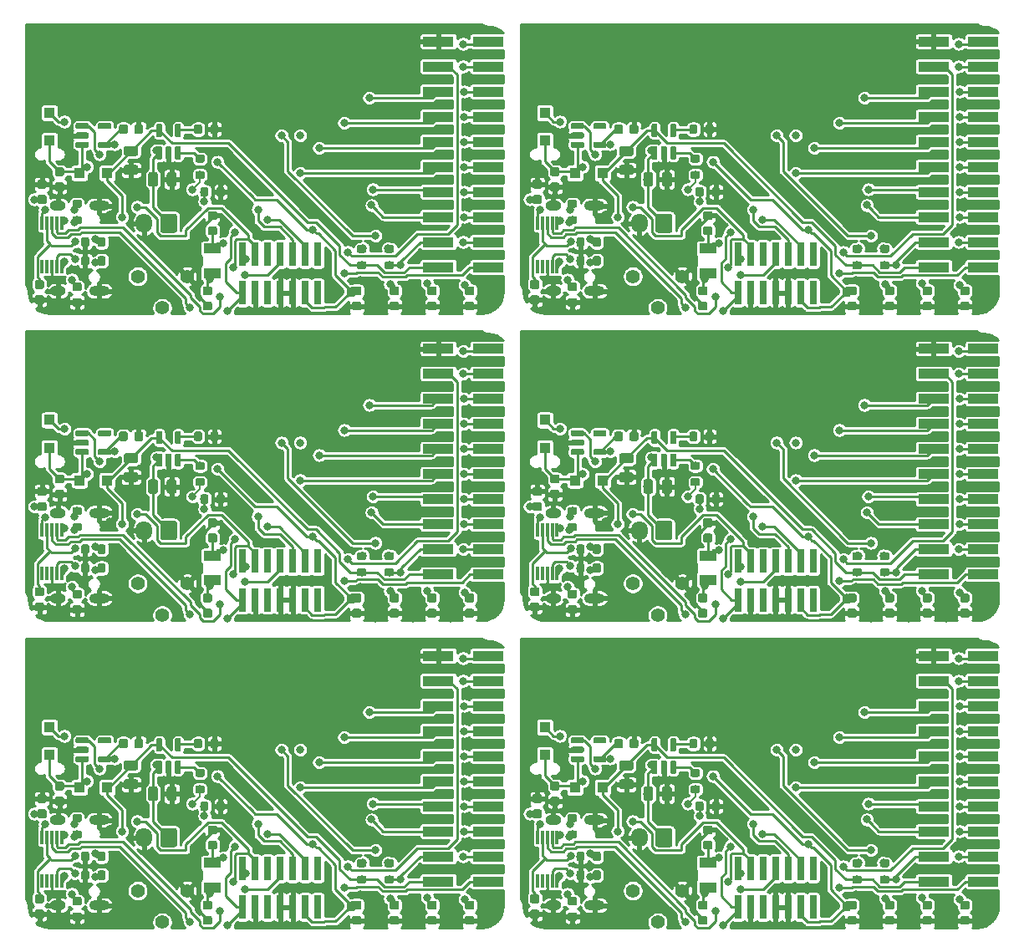
<source format=gbr>
G04 #@! TF.GenerationSoftware,KiCad,Pcbnew,(5.1.4)-1*
G04 #@! TF.CreationDate,2021-12-17T00:30:13+09:00*
G04 #@! TF.ProjectId,ident_card,6964656e-745f-4636-9172-642e6b696361,rev?*
G04 #@! TF.SameCoordinates,Original*
G04 #@! TF.FileFunction,Copper,L2,Bot*
G04 #@! TF.FilePolarity,Positive*
%FSLAX46Y46*%
G04 Gerber Fmt 4.6, Leading zero omitted, Abs format (unit mm)*
G04 Created by KiCad (PCBNEW (5.1.4)-1) date 2021-12-17 00:30:13*
%MOMM*%
%LPD*%
G04 APERTURE LIST*
%ADD10C,0.100000*%
%ADD11C,0.800000*%
%ADD12R,1.100000X1.100000*%
%ADD13O,1.600000X1.000000*%
%ADD14O,2.100000X1.000000*%
%ADD15C,0.875000*%
%ADD16C,1.700000*%
%ADD17O,1.700000X1.950000*%
%ADD18C,0.900000*%
%ADD19C,1.000000*%
%ADD20C,0.600000*%
%ADD21R,0.740000X2.400000*%
%ADD22R,3.150000X1.000000*%
%ADD23C,1.400000*%
%ADD24R,1.800000X1.000000*%
%ADD25R,0.300000X1.400000*%
%ADD26C,0.250000*%
%ADD27C,0.200000*%
%ADD28C,0.254000*%
G04 APERTURE END LIST*
D10*
G36*
X115356603Y-46399963D02*
G01*
X115376018Y-46402843D01*
X115395057Y-46407612D01*
X115413537Y-46414224D01*
X115431279Y-46422616D01*
X115448114Y-46432706D01*
X115463879Y-46444398D01*
X115478421Y-46457579D01*
X115491602Y-46472121D01*
X115503294Y-46487886D01*
X115513384Y-46504721D01*
X115521776Y-46522463D01*
X115528388Y-46540943D01*
X115533157Y-46559982D01*
X115536037Y-46579397D01*
X115537000Y-46599000D01*
X115537000Y-46999000D01*
X115536037Y-47018603D01*
X115533157Y-47038018D01*
X115528388Y-47057057D01*
X115521776Y-47075537D01*
X115513384Y-47093279D01*
X115503294Y-47110114D01*
X115491602Y-47125879D01*
X115478421Y-47140421D01*
X115463879Y-47153602D01*
X115448114Y-47165294D01*
X115431279Y-47175384D01*
X115413537Y-47183776D01*
X115395057Y-47190388D01*
X115376018Y-47195157D01*
X115356603Y-47198037D01*
X115337000Y-47199000D01*
X114787000Y-47199000D01*
X114767397Y-47198037D01*
X114747982Y-47195157D01*
X114728943Y-47190388D01*
X114710463Y-47183776D01*
X114692721Y-47175384D01*
X114675886Y-47165294D01*
X114660121Y-47153602D01*
X114645579Y-47140421D01*
X114632398Y-47125879D01*
X114620706Y-47110114D01*
X114610616Y-47093279D01*
X114602224Y-47075537D01*
X114595612Y-47057057D01*
X114590843Y-47038018D01*
X114587963Y-47018603D01*
X114587000Y-46999000D01*
X114587000Y-46599000D01*
X114587963Y-46579397D01*
X114590843Y-46559982D01*
X114595612Y-46540943D01*
X114602224Y-46522463D01*
X114610616Y-46504721D01*
X114620706Y-46487886D01*
X114632398Y-46472121D01*
X114645579Y-46457579D01*
X114660121Y-46444398D01*
X114675886Y-46432706D01*
X114692721Y-46422616D01*
X114710463Y-46414224D01*
X114728943Y-46407612D01*
X114747982Y-46402843D01*
X114767397Y-46399963D01*
X114787000Y-46399000D01*
X115337000Y-46399000D01*
X115356603Y-46399963D01*
X115356603Y-46399963D01*
G37*
D11*
X115062000Y-46799000D03*
D10*
G36*
X115356603Y-44749963D02*
G01*
X115376018Y-44752843D01*
X115395057Y-44757612D01*
X115413537Y-44764224D01*
X115431279Y-44772616D01*
X115448114Y-44782706D01*
X115463879Y-44794398D01*
X115478421Y-44807579D01*
X115491602Y-44822121D01*
X115503294Y-44837886D01*
X115513384Y-44854721D01*
X115521776Y-44872463D01*
X115528388Y-44890943D01*
X115533157Y-44909982D01*
X115536037Y-44929397D01*
X115537000Y-44949000D01*
X115537000Y-45349000D01*
X115536037Y-45368603D01*
X115533157Y-45388018D01*
X115528388Y-45407057D01*
X115521776Y-45425537D01*
X115513384Y-45443279D01*
X115503294Y-45460114D01*
X115491602Y-45475879D01*
X115478421Y-45490421D01*
X115463879Y-45503602D01*
X115448114Y-45515294D01*
X115431279Y-45525384D01*
X115413537Y-45533776D01*
X115395057Y-45540388D01*
X115376018Y-45545157D01*
X115356603Y-45548037D01*
X115337000Y-45549000D01*
X114787000Y-45549000D01*
X114767397Y-45548037D01*
X114747982Y-45545157D01*
X114728943Y-45540388D01*
X114710463Y-45533776D01*
X114692721Y-45525384D01*
X114675886Y-45515294D01*
X114660121Y-45503602D01*
X114645579Y-45490421D01*
X114632398Y-45475879D01*
X114620706Y-45460114D01*
X114610616Y-45443279D01*
X114602224Y-45425537D01*
X114595612Y-45407057D01*
X114590843Y-45388018D01*
X114587963Y-45368603D01*
X114587000Y-45349000D01*
X114587000Y-44949000D01*
X114587963Y-44929397D01*
X114590843Y-44909982D01*
X114595612Y-44890943D01*
X114602224Y-44872463D01*
X114610616Y-44854721D01*
X114620706Y-44837886D01*
X114632398Y-44822121D01*
X114645579Y-44807579D01*
X114660121Y-44794398D01*
X114675886Y-44782706D01*
X114692721Y-44772616D01*
X114710463Y-44764224D01*
X114728943Y-44757612D01*
X114747982Y-44752843D01*
X114767397Y-44749963D01*
X114787000Y-44749000D01*
X115337000Y-44749000D01*
X115356603Y-44749963D01*
X115356603Y-44749963D01*
G37*
D11*
X115062000Y-45149000D03*
D10*
G36*
X98199603Y-38895963D02*
G01*
X98219018Y-38898843D01*
X98238057Y-38903612D01*
X98256537Y-38910224D01*
X98274279Y-38918616D01*
X98291114Y-38928706D01*
X98306879Y-38940398D01*
X98321421Y-38953579D01*
X98334602Y-38968121D01*
X98346294Y-38983886D01*
X98356384Y-39000721D01*
X98364776Y-39018463D01*
X98371388Y-39036943D01*
X98376157Y-39055982D01*
X98379037Y-39075397D01*
X98380000Y-39095000D01*
X98380000Y-39645000D01*
X98379037Y-39664603D01*
X98376157Y-39684018D01*
X98371388Y-39703057D01*
X98364776Y-39721537D01*
X98356384Y-39739279D01*
X98346294Y-39756114D01*
X98334602Y-39771879D01*
X98321421Y-39786421D01*
X98306879Y-39799602D01*
X98291114Y-39811294D01*
X98274279Y-39821384D01*
X98256537Y-39829776D01*
X98238057Y-39836388D01*
X98219018Y-39841157D01*
X98199603Y-39844037D01*
X98180000Y-39845000D01*
X97780000Y-39845000D01*
X97760397Y-39844037D01*
X97740982Y-39841157D01*
X97721943Y-39836388D01*
X97703463Y-39829776D01*
X97685721Y-39821384D01*
X97668886Y-39811294D01*
X97653121Y-39799602D01*
X97638579Y-39786421D01*
X97625398Y-39771879D01*
X97613706Y-39756114D01*
X97603616Y-39739279D01*
X97595224Y-39721537D01*
X97588612Y-39703057D01*
X97583843Y-39684018D01*
X97580963Y-39664603D01*
X97580000Y-39645000D01*
X97580000Y-39095000D01*
X97580963Y-39075397D01*
X97583843Y-39055982D01*
X97588612Y-39036943D01*
X97595224Y-39018463D01*
X97603616Y-39000721D01*
X97613706Y-38983886D01*
X97625398Y-38968121D01*
X97638579Y-38953579D01*
X97653121Y-38940398D01*
X97668886Y-38928706D01*
X97685721Y-38918616D01*
X97703463Y-38910224D01*
X97721943Y-38903612D01*
X97740982Y-38898843D01*
X97760397Y-38895963D01*
X97780000Y-38895000D01*
X98180000Y-38895000D01*
X98199603Y-38895963D01*
X98199603Y-38895963D01*
G37*
D11*
X97980000Y-39370000D03*
D10*
G36*
X96549603Y-38895963D02*
G01*
X96569018Y-38898843D01*
X96588057Y-38903612D01*
X96606537Y-38910224D01*
X96624279Y-38918616D01*
X96641114Y-38928706D01*
X96656879Y-38940398D01*
X96671421Y-38953579D01*
X96684602Y-38968121D01*
X96696294Y-38983886D01*
X96706384Y-39000721D01*
X96714776Y-39018463D01*
X96721388Y-39036943D01*
X96726157Y-39055982D01*
X96729037Y-39075397D01*
X96730000Y-39095000D01*
X96730000Y-39645000D01*
X96729037Y-39664603D01*
X96726157Y-39684018D01*
X96721388Y-39703057D01*
X96714776Y-39721537D01*
X96706384Y-39739279D01*
X96696294Y-39756114D01*
X96684602Y-39771879D01*
X96671421Y-39786421D01*
X96656879Y-39799602D01*
X96641114Y-39811294D01*
X96624279Y-39821384D01*
X96606537Y-39829776D01*
X96588057Y-39836388D01*
X96569018Y-39841157D01*
X96549603Y-39844037D01*
X96530000Y-39845000D01*
X96130000Y-39845000D01*
X96110397Y-39844037D01*
X96090982Y-39841157D01*
X96071943Y-39836388D01*
X96053463Y-39829776D01*
X96035721Y-39821384D01*
X96018886Y-39811294D01*
X96003121Y-39799602D01*
X95988579Y-39786421D01*
X95975398Y-39771879D01*
X95963706Y-39756114D01*
X95953616Y-39739279D01*
X95945224Y-39721537D01*
X95938612Y-39703057D01*
X95933843Y-39684018D01*
X95930963Y-39664603D01*
X95930000Y-39645000D01*
X95930000Y-39095000D01*
X95930963Y-39075397D01*
X95933843Y-39055982D01*
X95938612Y-39036943D01*
X95945224Y-39018463D01*
X95953616Y-39000721D01*
X95963706Y-38983886D01*
X95975398Y-38968121D01*
X95988579Y-38953579D01*
X96003121Y-38940398D01*
X96018886Y-38928706D01*
X96035721Y-38918616D01*
X96053463Y-38910224D01*
X96071943Y-38903612D01*
X96090982Y-38898843D01*
X96110397Y-38895963D01*
X96130000Y-38895000D01*
X96530000Y-38895000D01*
X96549603Y-38895963D01*
X96549603Y-38895963D01*
G37*
D11*
X96330000Y-39370000D03*
D10*
G36*
X112562603Y-46399963D02*
G01*
X112582018Y-46402843D01*
X112601057Y-46407612D01*
X112619537Y-46414224D01*
X112637279Y-46422616D01*
X112654114Y-46432706D01*
X112669879Y-46444398D01*
X112684421Y-46457579D01*
X112697602Y-46472121D01*
X112709294Y-46487886D01*
X112719384Y-46504721D01*
X112727776Y-46522463D01*
X112734388Y-46540943D01*
X112739157Y-46559982D01*
X112742037Y-46579397D01*
X112743000Y-46599000D01*
X112743000Y-46999000D01*
X112742037Y-47018603D01*
X112739157Y-47038018D01*
X112734388Y-47057057D01*
X112727776Y-47075537D01*
X112719384Y-47093279D01*
X112709294Y-47110114D01*
X112697602Y-47125879D01*
X112684421Y-47140421D01*
X112669879Y-47153602D01*
X112654114Y-47165294D01*
X112637279Y-47175384D01*
X112619537Y-47183776D01*
X112601057Y-47190388D01*
X112582018Y-47195157D01*
X112562603Y-47198037D01*
X112543000Y-47199000D01*
X111993000Y-47199000D01*
X111973397Y-47198037D01*
X111953982Y-47195157D01*
X111934943Y-47190388D01*
X111916463Y-47183776D01*
X111898721Y-47175384D01*
X111881886Y-47165294D01*
X111866121Y-47153602D01*
X111851579Y-47140421D01*
X111838398Y-47125879D01*
X111826706Y-47110114D01*
X111816616Y-47093279D01*
X111808224Y-47075537D01*
X111801612Y-47057057D01*
X111796843Y-47038018D01*
X111793963Y-47018603D01*
X111793000Y-46999000D01*
X111793000Y-46599000D01*
X111793963Y-46579397D01*
X111796843Y-46559982D01*
X111801612Y-46540943D01*
X111808224Y-46522463D01*
X111816616Y-46504721D01*
X111826706Y-46487886D01*
X111838398Y-46472121D01*
X111851579Y-46457579D01*
X111866121Y-46444398D01*
X111881886Y-46432706D01*
X111898721Y-46422616D01*
X111916463Y-46414224D01*
X111934943Y-46407612D01*
X111953982Y-46402843D01*
X111973397Y-46399963D01*
X111993000Y-46399000D01*
X112543000Y-46399000D01*
X112562603Y-46399963D01*
X112562603Y-46399963D01*
G37*
D11*
X112268000Y-46799000D03*
D10*
G36*
X112562603Y-44749963D02*
G01*
X112582018Y-44752843D01*
X112601057Y-44757612D01*
X112619537Y-44764224D01*
X112637279Y-44772616D01*
X112654114Y-44782706D01*
X112669879Y-44794398D01*
X112684421Y-44807579D01*
X112697602Y-44822121D01*
X112709294Y-44837886D01*
X112719384Y-44854721D01*
X112727776Y-44872463D01*
X112734388Y-44890943D01*
X112739157Y-44909982D01*
X112742037Y-44929397D01*
X112743000Y-44949000D01*
X112743000Y-45349000D01*
X112742037Y-45368603D01*
X112739157Y-45388018D01*
X112734388Y-45407057D01*
X112727776Y-45425537D01*
X112719384Y-45443279D01*
X112709294Y-45460114D01*
X112697602Y-45475879D01*
X112684421Y-45490421D01*
X112669879Y-45503602D01*
X112654114Y-45515294D01*
X112637279Y-45525384D01*
X112619537Y-45533776D01*
X112601057Y-45540388D01*
X112582018Y-45545157D01*
X112562603Y-45548037D01*
X112543000Y-45549000D01*
X111993000Y-45549000D01*
X111973397Y-45548037D01*
X111953982Y-45545157D01*
X111934943Y-45540388D01*
X111916463Y-45533776D01*
X111898721Y-45525384D01*
X111881886Y-45515294D01*
X111866121Y-45503602D01*
X111851579Y-45490421D01*
X111838398Y-45475879D01*
X111826706Y-45460114D01*
X111816616Y-45443279D01*
X111808224Y-45425537D01*
X111801612Y-45407057D01*
X111796843Y-45388018D01*
X111793963Y-45368603D01*
X111793000Y-45349000D01*
X111793000Y-44949000D01*
X111793963Y-44929397D01*
X111796843Y-44909982D01*
X111801612Y-44890943D01*
X111808224Y-44872463D01*
X111816616Y-44854721D01*
X111826706Y-44837886D01*
X111838398Y-44822121D01*
X111851579Y-44807579D01*
X111866121Y-44794398D01*
X111881886Y-44782706D01*
X111898721Y-44772616D01*
X111916463Y-44764224D01*
X111934943Y-44757612D01*
X111953982Y-44752843D01*
X111973397Y-44749963D01*
X111993000Y-44749000D01*
X112543000Y-44749000D01*
X112562603Y-44749963D01*
X112562603Y-44749963D01*
G37*
D11*
X112268000Y-45149000D03*
D10*
G36*
X84484603Y-45880963D02*
G01*
X84504018Y-45883843D01*
X84523057Y-45888612D01*
X84541537Y-45895224D01*
X84559279Y-45903616D01*
X84576114Y-45913706D01*
X84591879Y-45925398D01*
X84606421Y-45938579D01*
X84619602Y-45953121D01*
X84631294Y-45968886D01*
X84641384Y-45985721D01*
X84649776Y-46003463D01*
X84656388Y-46021943D01*
X84661157Y-46040982D01*
X84664037Y-46060397D01*
X84665000Y-46080000D01*
X84665000Y-46630000D01*
X84664037Y-46649603D01*
X84661157Y-46669018D01*
X84656388Y-46688057D01*
X84649776Y-46706537D01*
X84641384Y-46724279D01*
X84631294Y-46741114D01*
X84619602Y-46756879D01*
X84606421Y-46771421D01*
X84591879Y-46784602D01*
X84576114Y-46796294D01*
X84559279Y-46806384D01*
X84541537Y-46814776D01*
X84523057Y-46821388D01*
X84504018Y-46826157D01*
X84484603Y-46829037D01*
X84465000Y-46830000D01*
X84065000Y-46830000D01*
X84045397Y-46829037D01*
X84025982Y-46826157D01*
X84006943Y-46821388D01*
X83988463Y-46814776D01*
X83970721Y-46806384D01*
X83953886Y-46796294D01*
X83938121Y-46784602D01*
X83923579Y-46771421D01*
X83910398Y-46756879D01*
X83898706Y-46741114D01*
X83888616Y-46724279D01*
X83880224Y-46706537D01*
X83873612Y-46688057D01*
X83868843Y-46669018D01*
X83865963Y-46649603D01*
X83865000Y-46630000D01*
X83865000Y-46080000D01*
X83865963Y-46060397D01*
X83868843Y-46040982D01*
X83873612Y-46021943D01*
X83880224Y-46003463D01*
X83888616Y-45985721D01*
X83898706Y-45968886D01*
X83910398Y-45953121D01*
X83923579Y-45938579D01*
X83938121Y-45925398D01*
X83953886Y-45913706D01*
X83970721Y-45903616D01*
X83988463Y-45895224D01*
X84006943Y-45888612D01*
X84025982Y-45883843D01*
X84045397Y-45880963D01*
X84065000Y-45880000D01*
X84465000Y-45880000D01*
X84484603Y-45880963D01*
X84484603Y-45880963D01*
G37*
D11*
X84265000Y-46355000D03*
D10*
G36*
X86134603Y-45880963D02*
G01*
X86154018Y-45883843D01*
X86173057Y-45888612D01*
X86191537Y-45895224D01*
X86209279Y-45903616D01*
X86226114Y-45913706D01*
X86241879Y-45925398D01*
X86256421Y-45938579D01*
X86269602Y-45953121D01*
X86281294Y-45968886D01*
X86291384Y-45985721D01*
X86299776Y-46003463D01*
X86306388Y-46021943D01*
X86311157Y-46040982D01*
X86314037Y-46060397D01*
X86315000Y-46080000D01*
X86315000Y-46630000D01*
X86314037Y-46649603D01*
X86311157Y-46669018D01*
X86306388Y-46688057D01*
X86299776Y-46706537D01*
X86291384Y-46724279D01*
X86281294Y-46741114D01*
X86269602Y-46756879D01*
X86256421Y-46771421D01*
X86241879Y-46784602D01*
X86226114Y-46796294D01*
X86209279Y-46806384D01*
X86191537Y-46814776D01*
X86173057Y-46821388D01*
X86154018Y-46826157D01*
X86134603Y-46829037D01*
X86115000Y-46830000D01*
X85715000Y-46830000D01*
X85695397Y-46829037D01*
X85675982Y-46826157D01*
X85656943Y-46821388D01*
X85638463Y-46814776D01*
X85620721Y-46806384D01*
X85603886Y-46796294D01*
X85588121Y-46784602D01*
X85573579Y-46771421D01*
X85560398Y-46756879D01*
X85548706Y-46741114D01*
X85538616Y-46724279D01*
X85530224Y-46706537D01*
X85523612Y-46688057D01*
X85518843Y-46669018D01*
X85515963Y-46649603D01*
X85515000Y-46630000D01*
X85515000Y-46080000D01*
X85515963Y-46060397D01*
X85518843Y-46040982D01*
X85523612Y-46021943D01*
X85530224Y-46003463D01*
X85538616Y-45985721D01*
X85548706Y-45968886D01*
X85560398Y-45953121D01*
X85573579Y-45938579D01*
X85588121Y-45925398D01*
X85603886Y-45913706D01*
X85620721Y-45903616D01*
X85638463Y-45895224D01*
X85656943Y-45888612D01*
X85675982Y-45883843D01*
X85695397Y-45880963D01*
X85715000Y-45880000D01*
X86115000Y-45880000D01*
X86134603Y-45880963D01*
X86134603Y-45880963D01*
G37*
D11*
X85915000Y-46355000D03*
D10*
G36*
X83733603Y-40177963D02*
G01*
X83753018Y-40180843D01*
X83772057Y-40185612D01*
X83790537Y-40192224D01*
X83808279Y-40200616D01*
X83825114Y-40210706D01*
X83840879Y-40222398D01*
X83855421Y-40235579D01*
X83868602Y-40250121D01*
X83880294Y-40265886D01*
X83890384Y-40282721D01*
X83898776Y-40300463D01*
X83905388Y-40318943D01*
X83910157Y-40337982D01*
X83913037Y-40357397D01*
X83914000Y-40377000D01*
X83914000Y-40777000D01*
X83913037Y-40796603D01*
X83910157Y-40816018D01*
X83905388Y-40835057D01*
X83898776Y-40853537D01*
X83890384Y-40871279D01*
X83880294Y-40888114D01*
X83868602Y-40903879D01*
X83855421Y-40918421D01*
X83840879Y-40931602D01*
X83825114Y-40943294D01*
X83808279Y-40953384D01*
X83790537Y-40961776D01*
X83772057Y-40968388D01*
X83753018Y-40973157D01*
X83733603Y-40976037D01*
X83714000Y-40977000D01*
X83164000Y-40977000D01*
X83144397Y-40976037D01*
X83124982Y-40973157D01*
X83105943Y-40968388D01*
X83087463Y-40961776D01*
X83069721Y-40953384D01*
X83052886Y-40943294D01*
X83037121Y-40931602D01*
X83022579Y-40918421D01*
X83009398Y-40903879D01*
X82997706Y-40888114D01*
X82987616Y-40871279D01*
X82979224Y-40853537D01*
X82972612Y-40835057D01*
X82967843Y-40816018D01*
X82964963Y-40796603D01*
X82964000Y-40777000D01*
X82964000Y-40377000D01*
X82964963Y-40357397D01*
X82967843Y-40337982D01*
X82972612Y-40318943D01*
X82979224Y-40300463D01*
X82987616Y-40282721D01*
X82997706Y-40265886D01*
X83009398Y-40250121D01*
X83022579Y-40235579D01*
X83037121Y-40222398D01*
X83052886Y-40210706D01*
X83069721Y-40200616D01*
X83087463Y-40192224D01*
X83105943Y-40185612D01*
X83124982Y-40180843D01*
X83144397Y-40177963D01*
X83164000Y-40177000D01*
X83714000Y-40177000D01*
X83733603Y-40177963D01*
X83733603Y-40177963D01*
G37*
D11*
X83439000Y-40577000D03*
D10*
G36*
X83733603Y-41827963D02*
G01*
X83753018Y-41830843D01*
X83772057Y-41835612D01*
X83790537Y-41842224D01*
X83808279Y-41850616D01*
X83825114Y-41860706D01*
X83840879Y-41872398D01*
X83855421Y-41885579D01*
X83868602Y-41900121D01*
X83880294Y-41915886D01*
X83890384Y-41932721D01*
X83898776Y-41950463D01*
X83905388Y-41968943D01*
X83910157Y-41987982D01*
X83913037Y-42007397D01*
X83914000Y-42027000D01*
X83914000Y-42427000D01*
X83913037Y-42446603D01*
X83910157Y-42466018D01*
X83905388Y-42485057D01*
X83898776Y-42503537D01*
X83890384Y-42521279D01*
X83880294Y-42538114D01*
X83868602Y-42553879D01*
X83855421Y-42568421D01*
X83840879Y-42581602D01*
X83825114Y-42593294D01*
X83808279Y-42603384D01*
X83790537Y-42611776D01*
X83772057Y-42618388D01*
X83753018Y-42623157D01*
X83733603Y-42626037D01*
X83714000Y-42627000D01*
X83164000Y-42627000D01*
X83144397Y-42626037D01*
X83124982Y-42623157D01*
X83105943Y-42618388D01*
X83087463Y-42611776D01*
X83069721Y-42603384D01*
X83052886Y-42593294D01*
X83037121Y-42581602D01*
X83022579Y-42568421D01*
X83009398Y-42553879D01*
X82997706Y-42538114D01*
X82987616Y-42521279D01*
X82979224Y-42503537D01*
X82972612Y-42485057D01*
X82967843Y-42466018D01*
X82964963Y-42446603D01*
X82964000Y-42427000D01*
X82964000Y-42027000D01*
X82964963Y-42007397D01*
X82967843Y-41987982D01*
X82972612Y-41968943D01*
X82979224Y-41950463D01*
X82987616Y-41932721D01*
X82997706Y-41915886D01*
X83009398Y-41900121D01*
X83022579Y-41885579D01*
X83037121Y-41872398D01*
X83052886Y-41860706D01*
X83069721Y-41850616D01*
X83087463Y-41842224D01*
X83105943Y-41835612D01*
X83124982Y-41830843D01*
X83144397Y-41827963D01*
X83164000Y-41827000D01*
X83714000Y-41827000D01*
X83733603Y-41827963D01*
X83733603Y-41827963D01*
G37*
D11*
X83439000Y-42227000D03*
D10*
G36*
X97564603Y-32545963D02*
G01*
X97584018Y-32548843D01*
X97603057Y-32553612D01*
X97621537Y-32560224D01*
X97639279Y-32568616D01*
X97656114Y-32578706D01*
X97671879Y-32590398D01*
X97686421Y-32603579D01*
X97699602Y-32618121D01*
X97711294Y-32633886D01*
X97721384Y-32650721D01*
X97729776Y-32668463D01*
X97736388Y-32686943D01*
X97741157Y-32705982D01*
X97744037Y-32725397D01*
X97745000Y-32745000D01*
X97745000Y-33295000D01*
X97744037Y-33314603D01*
X97741157Y-33334018D01*
X97736388Y-33353057D01*
X97729776Y-33371537D01*
X97721384Y-33389279D01*
X97711294Y-33406114D01*
X97699602Y-33421879D01*
X97686421Y-33436421D01*
X97671879Y-33449602D01*
X97656114Y-33461294D01*
X97639279Y-33471384D01*
X97621537Y-33479776D01*
X97603057Y-33486388D01*
X97584018Y-33491157D01*
X97564603Y-33494037D01*
X97545000Y-33495000D01*
X97145000Y-33495000D01*
X97125397Y-33494037D01*
X97105982Y-33491157D01*
X97086943Y-33486388D01*
X97068463Y-33479776D01*
X97050721Y-33471384D01*
X97033886Y-33461294D01*
X97018121Y-33449602D01*
X97003579Y-33436421D01*
X96990398Y-33421879D01*
X96978706Y-33406114D01*
X96968616Y-33389279D01*
X96960224Y-33371537D01*
X96953612Y-33353057D01*
X96948843Y-33334018D01*
X96945963Y-33314603D01*
X96945000Y-33295000D01*
X96945000Y-32745000D01*
X96945963Y-32725397D01*
X96948843Y-32705982D01*
X96953612Y-32686943D01*
X96960224Y-32668463D01*
X96968616Y-32650721D01*
X96978706Y-32633886D01*
X96990398Y-32618121D01*
X97003579Y-32603579D01*
X97018121Y-32590398D01*
X97033886Y-32578706D01*
X97050721Y-32568616D01*
X97068463Y-32560224D01*
X97086943Y-32553612D01*
X97105982Y-32548843D01*
X97125397Y-32545963D01*
X97145000Y-32545000D01*
X97545000Y-32545000D01*
X97564603Y-32545963D01*
X97564603Y-32545963D01*
G37*
D11*
X97345000Y-33020000D03*
D10*
G36*
X95914603Y-32545963D02*
G01*
X95934018Y-32548843D01*
X95953057Y-32553612D01*
X95971537Y-32560224D01*
X95989279Y-32568616D01*
X96006114Y-32578706D01*
X96021879Y-32590398D01*
X96036421Y-32603579D01*
X96049602Y-32618121D01*
X96061294Y-32633886D01*
X96071384Y-32650721D01*
X96079776Y-32668463D01*
X96086388Y-32686943D01*
X96091157Y-32705982D01*
X96094037Y-32725397D01*
X96095000Y-32745000D01*
X96095000Y-33295000D01*
X96094037Y-33314603D01*
X96091157Y-33334018D01*
X96086388Y-33353057D01*
X96079776Y-33371537D01*
X96071384Y-33389279D01*
X96061294Y-33406114D01*
X96049602Y-33421879D01*
X96036421Y-33436421D01*
X96021879Y-33449602D01*
X96006114Y-33461294D01*
X95989279Y-33471384D01*
X95971537Y-33479776D01*
X95953057Y-33486388D01*
X95934018Y-33491157D01*
X95914603Y-33494037D01*
X95895000Y-33495000D01*
X95495000Y-33495000D01*
X95475397Y-33494037D01*
X95455982Y-33491157D01*
X95436943Y-33486388D01*
X95418463Y-33479776D01*
X95400721Y-33471384D01*
X95383886Y-33461294D01*
X95368121Y-33449602D01*
X95353579Y-33436421D01*
X95340398Y-33421879D01*
X95328706Y-33406114D01*
X95318616Y-33389279D01*
X95310224Y-33371537D01*
X95303612Y-33353057D01*
X95298843Y-33334018D01*
X95295963Y-33314603D01*
X95295000Y-33295000D01*
X95295000Y-32745000D01*
X95295963Y-32725397D01*
X95298843Y-32705982D01*
X95303612Y-32686943D01*
X95310224Y-32668463D01*
X95318616Y-32650721D01*
X95328706Y-32633886D01*
X95340398Y-32618121D01*
X95353579Y-32603579D01*
X95368121Y-32590398D01*
X95383886Y-32578706D01*
X95400721Y-32568616D01*
X95418463Y-32560224D01*
X95436943Y-32553612D01*
X95455982Y-32548843D01*
X95475397Y-32545963D01*
X95495000Y-32545000D01*
X95895000Y-32545000D01*
X95914603Y-32545963D01*
X95914603Y-32545963D01*
G37*
D11*
X95695000Y-33020000D03*
D12*
X80645000Y-34166000D03*
X80645000Y-31366000D03*
X83690000Y-37465000D03*
X86490000Y-37465000D03*
D13*
X81500000Y-49405000D03*
X81500000Y-40765000D03*
D14*
X85680000Y-40765000D03*
X85680000Y-49405000D03*
D10*
G36*
X86134603Y-43975963D02*
G01*
X86154018Y-43978843D01*
X86173057Y-43983612D01*
X86191537Y-43990224D01*
X86209279Y-43998616D01*
X86226114Y-44008706D01*
X86241879Y-44020398D01*
X86256421Y-44033579D01*
X86269602Y-44048121D01*
X86281294Y-44063886D01*
X86291384Y-44080721D01*
X86299776Y-44098463D01*
X86306388Y-44116943D01*
X86311157Y-44135982D01*
X86314037Y-44155397D01*
X86315000Y-44175000D01*
X86315000Y-44725000D01*
X86314037Y-44744603D01*
X86311157Y-44764018D01*
X86306388Y-44783057D01*
X86299776Y-44801537D01*
X86291384Y-44819279D01*
X86281294Y-44836114D01*
X86269602Y-44851879D01*
X86256421Y-44866421D01*
X86241879Y-44879602D01*
X86226114Y-44891294D01*
X86209279Y-44901384D01*
X86191537Y-44909776D01*
X86173057Y-44916388D01*
X86154018Y-44921157D01*
X86134603Y-44924037D01*
X86115000Y-44925000D01*
X85715000Y-44925000D01*
X85695397Y-44924037D01*
X85675982Y-44921157D01*
X85656943Y-44916388D01*
X85638463Y-44909776D01*
X85620721Y-44901384D01*
X85603886Y-44891294D01*
X85588121Y-44879602D01*
X85573579Y-44866421D01*
X85560398Y-44851879D01*
X85548706Y-44836114D01*
X85538616Y-44819279D01*
X85530224Y-44801537D01*
X85523612Y-44783057D01*
X85518843Y-44764018D01*
X85515963Y-44744603D01*
X85515000Y-44725000D01*
X85515000Y-44175000D01*
X85515963Y-44155397D01*
X85518843Y-44135982D01*
X85523612Y-44116943D01*
X85530224Y-44098463D01*
X85538616Y-44080721D01*
X85548706Y-44063886D01*
X85560398Y-44048121D01*
X85573579Y-44033579D01*
X85588121Y-44020398D01*
X85603886Y-44008706D01*
X85620721Y-43998616D01*
X85638463Y-43990224D01*
X85656943Y-43983612D01*
X85675982Y-43978843D01*
X85695397Y-43975963D01*
X85715000Y-43975000D01*
X86115000Y-43975000D01*
X86134603Y-43975963D01*
X86134603Y-43975963D01*
G37*
D11*
X85915000Y-44450000D03*
D10*
G36*
X84484603Y-43975963D02*
G01*
X84504018Y-43978843D01*
X84523057Y-43983612D01*
X84541537Y-43990224D01*
X84559279Y-43998616D01*
X84576114Y-44008706D01*
X84591879Y-44020398D01*
X84606421Y-44033579D01*
X84619602Y-44048121D01*
X84631294Y-44063886D01*
X84641384Y-44080721D01*
X84649776Y-44098463D01*
X84656388Y-44116943D01*
X84661157Y-44135982D01*
X84664037Y-44155397D01*
X84665000Y-44175000D01*
X84665000Y-44725000D01*
X84664037Y-44744603D01*
X84661157Y-44764018D01*
X84656388Y-44783057D01*
X84649776Y-44801537D01*
X84641384Y-44819279D01*
X84631294Y-44836114D01*
X84619602Y-44851879D01*
X84606421Y-44866421D01*
X84591879Y-44879602D01*
X84576114Y-44891294D01*
X84559279Y-44901384D01*
X84541537Y-44909776D01*
X84523057Y-44916388D01*
X84504018Y-44921157D01*
X84484603Y-44924037D01*
X84465000Y-44925000D01*
X84065000Y-44925000D01*
X84045397Y-44924037D01*
X84025982Y-44921157D01*
X84006943Y-44916388D01*
X83988463Y-44909776D01*
X83970721Y-44901384D01*
X83953886Y-44891294D01*
X83938121Y-44879602D01*
X83923579Y-44866421D01*
X83910398Y-44851879D01*
X83898706Y-44836114D01*
X83888616Y-44819279D01*
X83880224Y-44801537D01*
X83873612Y-44783057D01*
X83868843Y-44764018D01*
X83865963Y-44744603D01*
X83865000Y-44725000D01*
X83865000Y-44175000D01*
X83865963Y-44155397D01*
X83868843Y-44135982D01*
X83873612Y-44116943D01*
X83880224Y-44098463D01*
X83888616Y-44080721D01*
X83898706Y-44063886D01*
X83910398Y-44048121D01*
X83923579Y-44033579D01*
X83938121Y-44020398D01*
X83953886Y-44008706D01*
X83970721Y-43998616D01*
X83988463Y-43990224D01*
X84006943Y-43983612D01*
X84025982Y-43978843D01*
X84045397Y-43975963D01*
X84065000Y-43975000D01*
X84465000Y-43975000D01*
X84484603Y-43975963D01*
X84484603Y-43975963D01*
G37*
D11*
X84265000Y-44450000D03*
D10*
G36*
X83716691Y-50135053D02*
G01*
X83737926Y-50138203D01*
X83758750Y-50143419D01*
X83778962Y-50150651D01*
X83798368Y-50159830D01*
X83816781Y-50170866D01*
X83834024Y-50183654D01*
X83849930Y-50198070D01*
X83864346Y-50213976D01*
X83877134Y-50231219D01*
X83888170Y-50249632D01*
X83897349Y-50269038D01*
X83904581Y-50289250D01*
X83909797Y-50310074D01*
X83912947Y-50331309D01*
X83914000Y-50352750D01*
X83914000Y-50790250D01*
X83912947Y-50811691D01*
X83909797Y-50832926D01*
X83904581Y-50853750D01*
X83897349Y-50873962D01*
X83888170Y-50893368D01*
X83877134Y-50911781D01*
X83864346Y-50929024D01*
X83849930Y-50944930D01*
X83834024Y-50959346D01*
X83816781Y-50972134D01*
X83798368Y-50983170D01*
X83778962Y-50992349D01*
X83758750Y-50999581D01*
X83737926Y-51004797D01*
X83716691Y-51007947D01*
X83695250Y-51009000D01*
X83182750Y-51009000D01*
X83161309Y-51007947D01*
X83140074Y-51004797D01*
X83119250Y-50999581D01*
X83099038Y-50992349D01*
X83079632Y-50983170D01*
X83061219Y-50972134D01*
X83043976Y-50959346D01*
X83028070Y-50944930D01*
X83013654Y-50929024D01*
X83000866Y-50911781D01*
X82989830Y-50893368D01*
X82980651Y-50873962D01*
X82973419Y-50853750D01*
X82968203Y-50832926D01*
X82965053Y-50811691D01*
X82964000Y-50790250D01*
X82964000Y-50352750D01*
X82965053Y-50331309D01*
X82968203Y-50310074D01*
X82973419Y-50289250D01*
X82980651Y-50269038D01*
X82989830Y-50249632D01*
X83000866Y-50231219D01*
X83013654Y-50213976D01*
X83028070Y-50198070D01*
X83043976Y-50183654D01*
X83061219Y-50170866D01*
X83079632Y-50159830D01*
X83099038Y-50150651D01*
X83119250Y-50143419D01*
X83140074Y-50138203D01*
X83161309Y-50135053D01*
X83182750Y-50134000D01*
X83695250Y-50134000D01*
X83716691Y-50135053D01*
X83716691Y-50135053D01*
G37*
D15*
X83439000Y-50571500D03*
D10*
G36*
X83716691Y-48560053D02*
G01*
X83737926Y-48563203D01*
X83758750Y-48568419D01*
X83778962Y-48575651D01*
X83798368Y-48584830D01*
X83816781Y-48595866D01*
X83834024Y-48608654D01*
X83849930Y-48623070D01*
X83864346Y-48638976D01*
X83877134Y-48656219D01*
X83888170Y-48674632D01*
X83897349Y-48694038D01*
X83904581Y-48714250D01*
X83909797Y-48735074D01*
X83912947Y-48756309D01*
X83914000Y-48777750D01*
X83914000Y-49215250D01*
X83912947Y-49236691D01*
X83909797Y-49257926D01*
X83904581Y-49278750D01*
X83897349Y-49298962D01*
X83888170Y-49318368D01*
X83877134Y-49336781D01*
X83864346Y-49354024D01*
X83849930Y-49369930D01*
X83834024Y-49384346D01*
X83816781Y-49397134D01*
X83798368Y-49408170D01*
X83778962Y-49417349D01*
X83758750Y-49424581D01*
X83737926Y-49429797D01*
X83716691Y-49432947D01*
X83695250Y-49434000D01*
X83182750Y-49434000D01*
X83161309Y-49432947D01*
X83140074Y-49429797D01*
X83119250Y-49424581D01*
X83099038Y-49417349D01*
X83079632Y-49408170D01*
X83061219Y-49397134D01*
X83043976Y-49384346D01*
X83028070Y-49369930D01*
X83013654Y-49354024D01*
X83000866Y-49336781D01*
X82989830Y-49318368D01*
X82980651Y-49298962D01*
X82973419Y-49278750D01*
X82968203Y-49257926D01*
X82965053Y-49236691D01*
X82964000Y-49215250D01*
X82964000Y-48777750D01*
X82965053Y-48756309D01*
X82968203Y-48735074D01*
X82973419Y-48714250D01*
X82980651Y-48694038D01*
X82989830Y-48674632D01*
X83000866Y-48656219D01*
X83013654Y-48638976D01*
X83028070Y-48623070D01*
X83043976Y-48608654D01*
X83061219Y-48595866D01*
X83079632Y-48584830D01*
X83099038Y-48575651D01*
X83119250Y-48568419D01*
X83140074Y-48563203D01*
X83161309Y-48560053D01*
X83182750Y-48559000D01*
X83695250Y-48559000D01*
X83716691Y-48560053D01*
X83716691Y-48560053D01*
G37*
D15*
X83439000Y-48996500D03*
D10*
G36*
X93334504Y-41571204D02*
G01*
X93358773Y-41574804D01*
X93382571Y-41580765D01*
X93405671Y-41589030D01*
X93427849Y-41599520D01*
X93448893Y-41612133D01*
X93468598Y-41626747D01*
X93486777Y-41643223D01*
X93503253Y-41661402D01*
X93517867Y-41681107D01*
X93530480Y-41702151D01*
X93540970Y-41724329D01*
X93549235Y-41747429D01*
X93555196Y-41771227D01*
X93558796Y-41795496D01*
X93560000Y-41820000D01*
X93560000Y-43270000D01*
X93558796Y-43294504D01*
X93555196Y-43318773D01*
X93549235Y-43342571D01*
X93540970Y-43365671D01*
X93530480Y-43387849D01*
X93517867Y-43408893D01*
X93503253Y-43428598D01*
X93486777Y-43446777D01*
X93468598Y-43463253D01*
X93448893Y-43477867D01*
X93427849Y-43490480D01*
X93405671Y-43500970D01*
X93382571Y-43509235D01*
X93358773Y-43515196D01*
X93334504Y-43518796D01*
X93310000Y-43520000D01*
X92110000Y-43520000D01*
X92085496Y-43518796D01*
X92061227Y-43515196D01*
X92037429Y-43509235D01*
X92014329Y-43500970D01*
X91992151Y-43490480D01*
X91971107Y-43477867D01*
X91951402Y-43463253D01*
X91933223Y-43446777D01*
X91916747Y-43428598D01*
X91902133Y-43408893D01*
X91889520Y-43387849D01*
X91879030Y-43365671D01*
X91870765Y-43342571D01*
X91864804Y-43318773D01*
X91861204Y-43294504D01*
X91860000Y-43270000D01*
X91860000Y-41820000D01*
X91861204Y-41795496D01*
X91864804Y-41771227D01*
X91870765Y-41747429D01*
X91879030Y-41724329D01*
X91889520Y-41702151D01*
X91902133Y-41681107D01*
X91916747Y-41661402D01*
X91933223Y-41643223D01*
X91951402Y-41626747D01*
X91971107Y-41612133D01*
X91992151Y-41599520D01*
X92014329Y-41589030D01*
X92037429Y-41580765D01*
X92061227Y-41574804D01*
X92085496Y-41571204D01*
X92110000Y-41570000D01*
X93310000Y-41570000D01*
X93334504Y-41571204D01*
X93334504Y-41571204D01*
G37*
D16*
X92710000Y-42545000D03*
D17*
X90210000Y-42545000D03*
D10*
G36*
X96919054Y-48941083D02*
G01*
X96940895Y-48944323D01*
X96962314Y-48949688D01*
X96983104Y-48957127D01*
X97003064Y-48966568D01*
X97022003Y-48977919D01*
X97039738Y-48991073D01*
X97056099Y-49005901D01*
X97070927Y-49022262D01*
X97084081Y-49039997D01*
X97095432Y-49058936D01*
X97104873Y-49078896D01*
X97112312Y-49099686D01*
X97117677Y-49121105D01*
X97120917Y-49142946D01*
X97122000Y-49165000D01*
X97122000Y-49615000D01*
X97120917Y-49637054D01*
X97117677Y-49658895D01*
X97112312Y-49680314D01*
X97104873Y-49701104D01*
X97095432Y-49721064D01*
X97084081Y-49740003D01*
X97070927Y-49757738D01*
X97056099Y-49774099D01*
X97039738Y-49788927D01*
X97022003Y-49802081D01*
X97003064Y-49813432D01*
X96983104Y-49822873D01*
X96962314Y-49830312D01*
X96940895Y-49835677D01*
X96919054Y-49838917D01*
X96897000Y-49840000D01*
X96397000Y-49840000D01*
X96374946Y-49838917D01*
X96353105Y-49835677D01*
X96331686Y-49830312D01*
X96310896Y-49822873D01*
X96290936Y-49813432D01*
X96271997Y-49802081D01*
X96254262Y-49788927D01*
X96237901Y-49774099D01*
X96223073Y-49757738D01*
X96209919Y-49740003D01*
X96198568Y-49721064D01*
X96189127Y-49701104D01*
X96181688Y-49680314D01*
X96176323Y-49658895D01*
X96173083Y-49637054D01*
X96172000Y-49615000D01*
X96172000Y-49165000D01*
X96173083Y-49142946D01*
X96176323Y-49121105D01*
X96181688Y-49099686D01*
X96189127Y-49078896D01*
X96198568Y-49058936D01*
X96209919Y-49039997D01*
X96223073Y-49022262D01*
X96237901Y-49005901D01*
X96254262Y-48991073D01*
X96271997Y-48977919D01*
X96290936Y-48966568D01*
X96310896Y-48957127D01*
X96331686Y-48949688D01*
X96353105Y-48944323D01*
X96374946Y-48941083D01*
X96397000Y-48940000D01*
X96897000Y-48940000D01*
X96919054Y-48941083D01*
X96919054Y-48941083D01*
G37*
D18*
X96647000Y-49390000D03*
D10*
G36*
X96919054Y-50491083D02*
G01*
X96940895Y-50494323D01*
X96962314Y-50499688D01*
X96983104Y-50507127D01*
X97003064Y-50516568D01*
X97022003Y-50527919D01*
X97039738Y-50541073D01*
X97056099Y-50555901D01*
X97070927Y-50572262D01*
X97084081Y-50589997D01*
X97095432Y-50608936D01*
X97104873Y-50628896D01*
X97112312Y-50649686D01*
X97117677Y-50671105D01*
X97120917Y-50692946D01*
X97122000Y-50715000D01*
X97122000Y-51165000D01*
X97120917Y-51187054D01*
X97117677Y-51208895D01*
X97112312Y-51230314D01*
X97104873Y-51251104D01*
X97095432Y-51271064D01*
X97084081Y-51290003D01*
X97070927Y-51307738D01*
X97056099Y-51324099D01*
X97039738Y-51338927D01*
X97022003Y-51352081D01*
X97003064Y-51363432D01*
X96983104Y-51372873D01*
X96962314Y-51380312D01*
X96940895Y-51385677D01*
X96919054Y-51388917D01*
X96897000Y-51390000D01*
X96397000Y-51390000D01*
X96374946Y-51388917D01*
X96353105Y-51385677D01*
X96331686Y-51380312D01*
X96310896Y-51372873D01*
X96290936Y-51363432D01*
X96271997Y-51352081D01*
X96254262Y-51338927D01*
X96237901Y-51324099D01*
X96223073Y-51307738D01*
X96209919Y-51290003D01*
X96198568Y-51271064D01*
X96189127Y-51251104D01*
X96181688Y-51230314D01*
X96176323Y-51208895D01*
X96173083Y-51187054D01*
X96172000Y-51165000D01*
X96172000Y-50715000D01*
X96173083Y-50692946D01*
X96176323Y-50671105D01*
X96181688Y-50649686D01*
X96189127Y-50628896D01*
X96198568Y-50608936D01*
X96209919Y-50589997D01*
X96223073Y-50572262D01*
X96237901Y-50555901D01*
X96254262Y-50541073D01*
X96271997Y-50527919D01*
X96290936Y-50516568D01*
X96310896Y-50507127D01*
X96331686Y-50499688D01*
X96353105Y-50494323D01*
X96374946Y-50491083D01*
X96397000Y-50490000D01*
X96897000Y-50490000D01*
X96919054Y-50491083D01*
X96919054Y-50491083D01*
G37*
D18*
X96647000Y-50940000D03*
D10*
G36*
X97427054Y-41321083D02*
G01*
X97448895Y-41324323D01*
X97470314Y-41329688D01*
X97491104Y-41337127D01*
X97511064Y-41346568D01*
X97530003Y-41357919D01*
X97547738Y-41371073D01*
X97564099Y-41385901D01*
X97578927Y-41402262D01*
X97592081Y-41419997D01*
X97603432Y-41438936D01*
X97612873Y-41458896D01*
X97620312Y-41479686D01*
X97625677Y-41501105D01*
X97628917Y-41522946D01*
X97630000Y-41545000D01*
X97630000Y-41995000D01*
X97628917Y-42017054D01*
X97625677Y-42038895D01*
X97620312Y-42060314D01*
X97612873Y-42081104D01*
X97603432Y-42101064D01*
X97592081Y-42120003D01*
X97578927Y-42137738D01*
X97564099Y-42154099D01*
X97547738Y-42168927D01*
X97530003Y-42182081D01*
X97511064Y-42193432D01*
X97491104Y-42202873D01*
X97470314Y-42210312D01*
X97448895Y-42215677D01*
X97427054Y-42218917D01*
X97405000Y-42220000D01*
X96905000Y-42220000D01*
X96882946Y-42218917D01*
X96861105Y-42215677D01*
X96839686Y-42210312D01*
X96818896Y-42202873D01*
X96798936Y-42193432D01*
X96779997Y-42182081D01*
X96762262Y-42168927D01*
X96745901Y-42154099D01*
X96731073Y-42137738D01*
X96717919Y-42120003D01*
X96706568Y-42101064D01*
X96697127Y-42081104D01*
X96689688Y-42060314D01*
X96684323Y-42038895D01*
X96681083Y-42017054D01*
X96680000Y-41995000D01*
X96680000Y-41545000D01*
X96681083Y-41522946D01*
X96684323Y-41501105D01*
X96689688Y-41479686D01*
X96697127Y-41458896D01*
X96706568Y-41438936D01*
X96717919Y-41419997D01*
X96731073Y-41402262D01*
X96745901Y-41385901D01*
X96762262Y-41371073D01*
X96779997Y-41357919D01*
X96798936Y-41346568D01*
X96818896Y-41337127D01*
X96839686Y-41329688D01*
X96861105Y-41324323D01*
X96882946Y-41321083D01*
X96905000Y-41320000D01*
X97405000Y-41320000D01*
X97427054Y-41321083D01*
X97427054Y-41321083D01*
G37*
D18*
X97155000Y-41770000D03*
D10*
G36*
X97427054Y-42871083D02*
G01*
X97448895Y-42874323D01*
X97470314Y-42879688D01*
X97491104Y-42887127D01*
X97511064Y-42896568D01*
X97530003Y-42907919D01*
X97547738Y-42921073D01*
X97564099Y-42935901D01*
X97578927Y-42952262D01*
X97592081Y-42969997D01*
X97603432Y-42988936D01*
X97612873Y-43008896D01*
X97620312Y-43029686D01*
X97625677Y-43051105D01*
X97628917Y-43072946D01*
X97630000Y-43095000D01*
X97630000Y-43545000D01*
X97628917Y-43567054D01*
X97625677Y-43588895D01*
X97620312Y-43610314D01*
X97612873Y-43631104D01*
X97603432Y-43651064D01*
X97592081Y-43670003D01*
X97578927Y-43687738D01*
X97564099Y-43704099D01*
X97547738Y-43718927D01*
X97530003Y-43732081D01*
X97511064Y-43743432D01*
X97491104Y-43752873D01*
X97470314Y-43760312D01*
X97448895Y-43765677D01*
X97427054Y-43768917D01*
X97405000Y-43770000D01*
X96905000Y-43770000D01*
X96882946Y-43768917D01*
X96861105Y-43765677D01*
X96839686Y-43760312D01*
X96818896Y-43752873D01*
X96798936Y-43743432D01*
X96779997Y-43732081D01*
X96762262Y-43718927D01*
X96745901Y-43704099D01*
X96731073Y-43687738D01*
X96717919Y-43670003D01*
X96706568Y-43651064D01*
X96697127Y-43631104D01*
X96689688Y-43610314D01*
X96684323Y-43588895D01*
X96681083Y-43567054D01*
X96680000Y-43545000D01*
X96680000Y-43095000D01*
X96681083Y-43072946D01*
X96684323Y-43051105D01*
X96689688Y-43029686D01*
X96697127Y-43008896D01*
X96706568Y-42988936D01*
X96717919Y-42969997D01*
X96731073Y-42952262D01*
X96745901Y-42935901D01*
X96762262Y-42921073D01*
X96779997Y-42907919D01*
X96798936Y-42896568D01*
X96818896Y-42887127D01*
X96839686Y-42879688D01*
X96861105Y-42874323D01*
X96882946Y-42871083D01*
X96905000Y-42870000D01*
X97405000Y-42870000D01*
X97427054Y-42871083D01*
X97427054Y-42871083D01*
G37*
D18*
X97155000Y-43320000D03*
D10*
G36*
X89399504Y-34746204D02*
G01*
X89423773Y-34749804D01*
X89447571Y-34755765D01*
X89470671Y-34764030D01*
X89492849Y-34774520D01*
X89513893Y-34787133D01*
X89533598Y-34801747D01*
X89551777Y-34818223D01*
X89568253Y-34836402D01*
X89582867Y-34856107D01*
X89595480Y-34877151D01*
X89605970Y-34899329D01*
X89614235Y-34922429D01*
X89620196Y-34946227D01*
X89623796Y-34970496D01*
X89625000Y-34995000D01*
X89625000Y-35495000D01*
X89623796Y-35519504D01*
X89620196Y-35543773D01*
X89614235Y-35567571D01*
X89605970Y-35590671D01*
X89595480Y-35612849D01*
X89582867Y-35633893D01*
X89568253Y-35653598D01*
X89551777Y-35671777D01*
X89533598Y-35688253D01*
X89513893Y-35702867D01*
X89492849Y-35715480D01*
X89470671Y-35725970D01*
X89447571Y-35734235D01*
X89423773Y-35740196D01*
X89399504Y-35743796D01*
X89375000Y-35745000D01*
X88425000Y-35745000D01*
X88400496Y-35743796D01*
X88376227Y-35740196D01*
X88352429Y-35734235D01*
X88329329Y-35725970D01*
X88307151Y-35715480D01*
X88286107Y-35702867D01*
X88266402Y-35688253D01*
X88248223Y-35671777D01*
X88231747Y-35653598D01*
X88217133Y-35633893D01*
X88204520Y-35612849D01*
X88194030Y-35590671D01*
X88185765Y-35567571D01*
X88179804Y-35543773D01*
X88176204Y-35519504D01*
X88175000Y-35495000D01*
X88175000Y-34995000D01*
X88176204Y-34970496D01*
X88179804Y-34946227D01*
X88185765Y-34922429D01*
X88194030Y-34899329D01*
X88204520Y-34877151D01*
X88217133Y-34856107D01*
X88231747Y-34836402D01*
X88248223Y-34818223D01*
X88266402Y-34801747D01*
X88286107Y-34787133D01*
X88307151Y-34774520D01*
X88329329Y-34764030D01*
X88352429Y-34755765D01*
X88376227Y-34749804D01*
X88400496Y-34746204D01*
X88425000Y-34745000D01*
X89375000Y-34745000D01*
X89399504Y-34746204D01*
X89399504Y-34746204D01*
G37*
D19*
X88900000Y-35245000D03*
D10*
G36*
X89399504Y-36646204D02*
G01*
X89423773Y-36649804D01*
X89447571Y-36655765D01*
X89470671Y-36664030D01*
X89492849Y-36674520D01*
X89513893Y-36687133D01*
X89533598Y-36701747D01*
X89551777Y-36718223D01*
X89568253Y-36736402D01*
X89582867Y-36756107D01*
X89595480Y-36777151D01*
X89605970Y-36799329D01*
X89614235Y-36822429D01*
X89620196Y-36846227D01*
X89623796Y-36870496D01*
X89625000Y-36895000D01*
X89625000Y-37395000D01*
X89623796Y-37419504D01*
X89620196Y-37443773D01*
X89614235Y-37467571D01*
X89605970Y-37490671D01*
X89595480Y-37512849D01*
X89582867Y-37533893D01*
X89568253Y-37553598D01*
X89551777Y-37571777D01*
X89533598Y-37588253D01*
X89513893Y-37602867D01*
X89492849Y-37615480D01*
X89470671Y-37625970D01*
X89447571Y-37634235D01*
X89423773Y-37640196D01*
X89399504Y-37643796D01*
X89375000Y-37645000D01*
X88425000Y-37645000D01*
X88400496Y-37643796D01*
X88376227Y-37640196D01*
X88352429Y-37634235D01*
X88329329Y-37625970D01*
X88307151Y-37615480D01*
X88286107Y-37602867D01*
X88266402Y-37588253D01*
X88248223Y-37571777D01*
X88231747Y-37553598D01*
X88217133Y-37533893D01*
X88204520Y-37512849D01*
X88194030Y-37490671D01*
X88185765Y-37467571D01*
X88179804Y-37443773D01*
X88176204Y-37419504D01*
X88175000Y-37395000D01*
X88175000Y-36895000D01*
X88176204Y-36870496D01*
X88179804Y-36846227D01*
X88185765Y-36822429D01*
X88194030Y-36799329D01*
X88204520Y-36777151D01*
X88217133Y-36756107D01*
X88231747Y-36736402D01*
X88248223Y-36718223D01*
X88266402Y-36701747D01*
X88286107Y-36687133D01*
X88307151Y-36674520D01*
X88329329Y-36664030D01*
X88352429Y-36655765D01*
X88376227Y-36649804D01*
X88400496Y-36646204D01*
X88425000Y-36645000D01*
X89375000Y-36645000D01*
X89399504Y-36646204D01*
X89399504Y-36646204D01*
G37*
D19*
X88900000Y-37145000D03*
D10*
G36*
X80155054Y-39696083D02*
G01*
X80176895Y-39699323D01*
X80198314Y-39704688D01*
X80219104Y-39712127D01*
X80239064Y-39721568D01*
X80258003Y-39732919D01*
X80275738Y-39746073D01*
X80292099Y-39760901D01*
X80306927Y-39777262D01*
X80320081Y-39794997D01*
X80331432Y-39813936D01*
X80340873Y-39833896D01*
X80348312Y-39854686D01*
X80353677Y-39876105D01*
X80356917Y-39897946D01*
X80358000Y-39920000D01*
X80358000Y-40370000D01*
X80356917Y-40392054D01*
X80353677Y-40413895D01*
X80348312Y-40435314D01*
X80340873Y-40456104D01*
X80331432Y-40476064D01*
X80320081Y-40495003D01*
X80306927Y-40512738D01*
X80292099Y-40529099D01*
X80275738Y-40543927D01*
X80258003Y-40557081D01*
X80239064Y-40568432D01*
X80219104Y-40577873D01*
X80198314Y-40585312D01*
X80176895Y-40590677D01*
X80155054Y-40593917D01*
X80133000Y-40595000D01*
X79633000Y-40595000D01*
X79610946Y-40593917D01*
X79589105Y-40590677D01*
X79567686Y-40585312D01*
X79546896Y-40577873D01*
X79526936Y-40568432D01*
X79507997Y-40557081D01*
X79490262Y-40543927D01*
X79473901Y-40529099D01*
X79459073Y-40512738D01*
X79445919Y-40495003D01*
X79434568Y-40476064D01*
X79425127Y-40456104D01*
X79417688Y-40435314D01*
X79412323Y-40413895D01*
X79409083Y-40392054D01*
X79408000Y-40370000D01*
X79408000Y-39920000D01*
X79409083Y-39897946D01*
X79412323Y-39876105D01*
X79417688Y-39854686D01*
X79425127Y-39833896D01*
X79434568Y-39813936D01*
X79445919Y-39794997D01*
X79459073Y-39777262D01*
X79473901Y-39760901D01*
X79490262Y-39746073D01*
X79507997Y-39732919D01*
X79526936Y-39721568D01*
X79546896Y-39712127D01*
X79567686Y-39704688D01*
X79589105Y-39699323D01*
X79610946Y-39696083D01*
X79633000Y-39695000D01*
X80133000Y-39695000D01*
X80155054Y-39696083D01*
X80155054Y-39696083D01*
G37*
D18*
X79883000Y-40145000D03*
D10*
G36*
X80155054Y-38146083D02*
G01*
X80176895Y-38149323D01*
X80198314Y-38154688D01*
X80219104Y-38162127D01*
X80239064Y-38171568D01*
X80258003Y-38182919D01*
X80275738Y-38196073D01*
X80292099Y-38210901D01*
X80306927Y-38227262D01*
X80320081Y-38244997D01*
X80331432Y-38263936D01*
X80340873Y-38283896D01*
X80348312Y-38304686D01*
X80353677Y-38326105D01*
X80356917Y-38347946D01*
X80358000Y-38370000D01*
X80358000Y-38820000D01*
X80356917Y-38842054D01*
X80353677Y-38863895D01*
X80348312Y-38885314D01*
X80340873Y-38906104D01*
X80331432Y-38926064D01*
X80320081Y-38945003D01*
X80306927Y-38962738D01*
X80292099Y-38979099D01*
X80275738Y-38993927D01*
X80258003Y-39007081D01*
X80239064Y-39018432D01*
X80219104Y-39027873D01*
X80198314Y-39035312D01*
X80176895Y-39040677D01*
X80155054Y-39043917D01*
X80133000Y-39045000D01*
X79633000Y-39045000D01*
X79610946Y-39043917D01*
X79589105Y-39040677D01*
X79567686Y-39035312D01*
X79546896Y-39027873D01*
X79526936Y-39018432D01*
X79507997Y-39007081D01*
X79490262Y-38993927D01*
X79473901Y-38979099D01*
X79459073Y-38962738D01*
X79445919Y-38945003D01*
X79434568Y-38926064D01*
X79425127Y-38906104D01*
X79417688Y-38885314D01*
X79412323Y-38863895D01*
X79409083Y-38842054D01*
X79408000Y-38820000D01*
X79408000Y-38370000D01*
X79409083Y-38347946D01*
X79412323Y-38326105D01*
X79417688Y-38304686D01*
X79425127Y-38283896D01*
X79434568Y-38263936D01*
X79445919Y-38244997D01*
X79459073Y-38227262D01*
X79473901Y-38210901D01*
X79490262Y-38196073D01*
X79507997Y-38182919D01*
X79526936Y-38171568D01*
X79546896Y-38162127D01*
X79567686Y-38154688D01*
X79589105Y-38149323D01*
X79610946Y-38146083D01*
X79633000Y-38145000D01*
X80133000Y-38145000D01*
X80155054Y-38146083D01*
X80155054Y-38146083D01*
G37*
D18*
X79883000Y-38595000D03*
D10*
G36*
X79901054Y-48306083D02*
G01*
X79922895Y-48309323D01*
X79944314Y-48314688D01*
X79965104Y-48322127D01*
X79985064Y-48331568D01*
X80004003Y-48342919D01*
X80021738Y-48356073D01*
X80038099Y-48370901D01*
X80052927Y-48387262D01*
X80066081Y-48404997D01*
X80077432Y-48423936D01*
X80086873Y-48443896D01*
X80094312Y-48464686D01*
X80099677Y-48486105D01*
X80102917Y-48507946D01*
X80104000Y-48530000D01*
X80104000Y-48980000D01*
X80102917Y-49002054D01*
X80099677Y-49023895D01*
X80094312Y-49045314D01*
X80086873Y-49066104D01*
X80077432Y-49086064D01*
X80066081Y-49105003D01*
X80052927Y-49122738D01*
X80038099Y-49139099D01*
X80021738Y-49153927D01*
X80004003Y-49167081D01*
X79985064Y-49178432D01*
X79965104Y-49187873D01*
X79944314Y-49195312D01*
X79922895Y-49200677D01*
X79901054Y-49203917D01*
X79879000Y-49205000D01*
X79379000Y-49205000D01*
X79356946Y-49203917D01*
X79335105Y-49200677D01*
X79313686Y-49195312D01*
X79292896Y-49187873D01*
X79272936Y-49178432D01*
X79253997Y-49167081D01*
X79236262Y-49153927D01*
X79219901Y-49139099D01*
X79205073Y-49122738D01*
X79191919Y-49105003D01*
X79180568Y-49086064D01*
X79171127Y-49066104D01*
X79163688Y-49045314D01*
X79158323Y-49023895D01*
X79155083Y-49002054D01*
X79154000Y-48980000D01*
X79154000Y-48530000D01*
X79155083Y-48507946D01*
X79158323Y-48486105D01*
X79163688Y-48464686D01*
X79171127Y-48443896D01*
X79180568Y-48423936D01*
X79191919Y-48404997D01*
X79205073Y-48387262D01*
X79219901Y-48370901D01*
X79236262Y-48356073D01*
X79253997Y-48342919D01*
X79272936Y-48331568D01*
X79292896Y-48322127D01*
X79313686Y-48314688D01*
X79335105Y-48309323D01*
X79356946Y-48306083D01*
X79379000Y-48305000D01*
X79879000Y-48305000D01*
X79901054Y-48306083D01*
X79901054Y-48306083D01*
G37*
D18*
X79629000Y-48755000D03*
D10*
G36*
X79901054Y-49856083D02*
G01*
X79922895Y-49859323D01*
X79944314Y-49864688D01*
X79965104Y-49872127D01*
X79985064Y-49881568D01*
X80004003Y-49892919D01*
X80021738Y-49906073D01*
X80038099Y-49920901D01*
X80052927Y-49937262D01*
X80066081Y-49954997D01*
X80077432Y-49973936D01*
X80086873Y-49993896D01*
X80094312Y-50014686D01*
X80099677Y-50036105D01*
X80102917Y-50057946D01*
X80104000Y-50080000D01*
X80104000Y-50530000D01*
X80102917Y-50552054D01*
X80099677Y-50573895D01*
X80094312Y-50595314D01*
X80086873Y-50616104D01*
X80077432Y-50636064D01*
X80066081Y-50655003D01*
X80052927Y-50672738D01*
X80038099Y-50689099D01*
X80021738Y-50703927D01*
X80004003Y-50717081D01*
X79985064Y-50728432D01*
X79965104Y-50737873D01*
X79944314Y-50745312D01*
X79922895Y-50750677D01*
X79901054Y-50753917D01*
X79879000Y-50755000D01*
X79379000Y-50755000D01*
X79356946Y-50753917D01*
X79335105Y-50750677D01*
X79313686Y-50745312D01*
X79292896Y-50737873D01*
X79272936Y-50728432D01*
X79253997Y-50717081D01*
X79236262Y-50703927D01*
X79219901Y-50689099D01*
X79205073Y-50672738D01*
X79191919Y-50655003D01*
X79180568Y-50636064D01*
X79171127Y-50616104D01*
X79163688Y-50595314D01*
X79158323Y-50573895D01*
X79155083Y-50552054D01*
X79154000Y-50530000D01*
X79154000Y-50080000D01*
X79155083Y-50057946D01*
X79158323Y-50036105D01*
X79163688Y-50014686D01*
X79171127Y-49993896D01*
X79180568Y-49973936D01*
X79191919Y-49954997D01*
X79205073Y-49937262D01*
X79219901Y-49920901D01*
X79236262Y-49906073D01*
X79253997Y-49892919D01*
X79272936Y-49881568D01*
X79292896Y-49872127D01*
X79313686Y-49864688D01*
X79335105Y-49859323D01*
X79356946Y-49856083D01*
X79379000Y-49855000D01*
X79879000Y-49855000D01*
X79901054Y-49856083D01*
X79901054Y-49856083D01*
G37*
D18*
X79629000Y-50305000D03*
D10*
G36*
X91399504Y-37376204D02*
G01*
X91423773Y-37379804D01*
X91447571Y-37385765D01*
X91470671Y-37394030D01*
X91492849Y-37404520D01*
X91513893Y-37417133D01*
X91533598Y-37431747D01*
X91551777Y-37448223D01*
X91568253Y-37466402D01*
X91582867Y-37486107D01*
X91595480Y-37507151D01*
X91605970Y-37529329D01*
X91614235Y-37552429D01*
X91620196Y-37576227D01*
X91623796Y-37600496D01*
X91625000Y-37625000D01*
X91625000Y-38575000D01*
X91623796Y-38599504D01*
X91620196Y-38623773D01*
X91614235Y-38647571D01*
X91605970Y-38670671D01*
X91595480Y-38692849D01*
X91582867Y-38713893D01*
X91568253Y-38733598D01*
X91551777Y-38751777D01*
X91533598Y-38768253D01*
X91513893Y-38782867D01*
X91492849Y-38795480D01*
X91470671Y-38805970D01*
X91447571Y-38814235D01*
X91423773Y-38820196D01*
X91399504Y-38823796D01*
X91375000Y-38825000D01*
X90875000Y-38825000D01*
X90850496Y-38823796D01*
X90826227Y-38820196D01*
X90802429Y-38814235D01*
X90779329Y-38805970D01*
X90757151Y-38795480D01*
X90736107Y-38782867D01*
X90716402Y-38768253D01*
X90698223Y-38751777D01*
X90681747Y-38733598D01*
X90667133Y-38713893D01*
X90654520Y-38692849D01*
X90644030Y-38670671D01*
X90635765Y-38647571D01*
X90629804Y-38623773D01*
X90626204Y-38599504D01*
X90625000Y-38575000D01*
X90625000Y-37625000D01*
X90626204Y-37600496D01*
X90629804Y-37576227D01*
X90635765Y-37552429D01*
X90644030Y-37529329D01*
X90654520Y-37507151D01*
X90667133Y-37486107D01*
X90681747Y-37466402D01*
X90698223Y-37448223D01*
X90716402Y-37431747D01*
X90736107Y-37417133D01*
X90757151Y-37404520D01*
X90779329Y-37394030D01*
X90802429Y-37385765D01*
X90826227Y-37379804D01*
X90850496Y-37376204D01*
X90875000Y-37375000D01*
X91375000Y-37375000D01*
X91399504Y-37376204D01*
X91399504Y-37376204D01*
G37*
D19*
X91125000Y-38100000D03*
D10*
G36*
X93299504Y-37376204D02*
G01*
X93323773Y-37379804D01*
X93347571Y-37385765D01*
X93370671Y-37394030D01*
X93392849Y-37404520D01*
X93413893Y-37417133D01*
X93433598Y-37431747D01*
X93451777Y-37448223D01*
X93468253Y-37466402D01*
X93482867Y-37486107D01*
X93495480Y-37507151D01*
X93505970Y-37529329D01*
X93514235Y-37552429D01*
X93520196Y-37576227D01*
X93523796Y-37600496D01*
X93525000Y-37625000D01*
X93525000Y-38575000D01*
X93523796Y-38599504D01*
X93520196Y-38623773D01*
X93514235Y-38647571D01*
X93505970Y-38670671D01*
X93495480Y-38692849D01*
X93482867Y-38713893D01*
X93468253Y-38733598D01*
X93451777Y-38751777D01*
X93433598Y-38768253D01*
X93413893Y-38782867D01*
X93392849Y-38795480D01*
X93370671Y-38805970D01*
X93347571Y-38814235D01*
X93323773Y-38820196D01*
X93299504Y-38823796D01*
X93275000Y-38825000D01*
X92775000Y-38825000D01*
X92750496Y-38823796D01*
X92726227Y-38820196D01*
X92702429Y-38814235D01*
X92679329Y-38805970D01*
X92657151Y-38795480D01*
X92636107Y-38782867D01*
X92616402Y-38768253D01*
X92598223Y-38751777D01*
X92581747Y-38733598D01*
X92567133Y-38713893D01*
X92554520Y-38692849D01*
X92544030Y-38670671D01*
X92535765Y-38647571D01*
X92529804Y-38623773D01*
X92526204Y-38599504D01*
X92525000Y-38575000D01*
X92525000Y-37625000D01*
X92526204Y-37600496D01*
X92529804Y-37576227D01*
X92535765Y-37552429D01*
X92544030Y-37529329D01*
X92554520Y-37507151D01*
X92567133Y-37486107D01*
X92581747Y-37466402D01*
X92598223Y-37448223D01*
X92616402Y-37431747D01*
X92636107Y-37417133D01*
X92657151Y-37404520D01*
X92679329Y-37394030D01*
X92702429Y-37385765D01*
X92726227Y-37379804D01*
X92750496Y-37376204D01*
X92775000Y-37375000D01*
X93275000Y-37375000D01*
X93299504Y-37376204D01*
X93299504Y-37376204D01*
G37*
D19*
X93025000Y-38100000D03*
D10*
G36*
X115842054Y-48941083D02*
G01*
X115863895Y-48944323D01*
X115885314Y-48949688D01*
X115906104Y-48957127D01*
X115926064Y-48966568D01*
X115945003Y-48977919D01*
X115962738Y-48991073D01*
X115979099Y-49005901D01*
X115993927Y-49022262D01*
X116007081Y-49039997D01*
X116018432Y-49058936D01*
X116027873Y-49078896D01*
X116035312Y-49099686D01*
X116040677Y-49121105D01*
X116043917Y-49142946D01*
X116045000Y-49165000D01*
X116045000Y-49615000D01*
X116043917Y-49637054D01*
X116040677Y-49658895D01*
X116035312Y-49680314D01*
X116027873Y-49701104D01*
X116018432Y-49721064D01*
X116007081Y-49740003D01*
X115993927Y-49757738D01*
X115979099Y-49774099D01*
X115962738Y-49788927D01*
X115945003Y-49802081D01*
X115926064Y-49813432D01*
X115906104Y-49822873D01*
X115885314Y-49830312D01*
X115863895Y-49835677D01*
X115842054Y-49838917D01*
X115820000Y-49840000D01*
X115320000Y-49840000D01*
X115297946Y-49838917D01*
X115276105Y-49835677D01*
X115254686Y-49830312D01*
X115233896Y-49822873D01*
X115213936Y-49813432D01*
X115194997Y-49802081D01*
X115177262Y-49788927D01*
X115160901Y-49774099D01*
X115146073Y-49757738D01*
X115132919Y-49740003D01*
X115121568Y-49721064D01*
X115112127Y-49701104D01*
X115104688Y-49680314D01*
X115099323Y-49658895D01*
X115096083Y-49637054D01*
X115095000Y-49615000D01*
X115095000Y-49165000D01*
X115096083Y-49142946D01*
X115099323Y-49121105D01*
X115104688Y-49099686D01*
X115112127Y-49078896D01*
X115121568Y-49058936D01*
X115132919Y-49039997D01*
X115146073Y-49022262D01*
X115160901Y-49005901D01*
X115177262Y-48991073D01*
X115194997Y-48977919D01*
X115213936Y-48966568D01*
X115233896Y-48957127D01*
X115254686Y-48949688D01*
X115276105Y-48944323D01*
X115297946Y-48941083D01*
X115320000Y-48940000D01*
X115820000Y-48940000D01*
X115842054Y-48941083D01*
X115842054Y-48941083D01*
G37*
D18*
X115570000Y-49390000D03*
D10*
G36*
X115842054Y-50491083D02*
G01*
X115863895Y-50494323D01*
X115885314Y-50499688D01*
X115906104Y-50507127D01*
X115926064Y-50516568D01*
X115945003Y-50527919D01*
X115962738Y-50541073D01*
X115979099Y-50555901D01*
X115993927Y-50572262D01*
X116007081Y-50589997D01*
X116018432Y-50608936D01*
X116027873Y-50628896D01*
X116035312Y-50649686D01*
X116040677Y-50671105D01*
X116043917Y-50692946D01*
X116045000Y-50715000D01*
X116045000Y-51165000D01*
X116043917Y-51187054D01*
X116040677Y-51208895D01*
X116035312Y-51230314D01*
X116027873Y-51251104D01*
X116018432Y-51271064D01*
X116007081Y-51290003D01*
X115993927Y-51307738D01*
X115979099Y-51324099D01*
X115962738Y-51338927D01*
X115945003Y-51352081D01*
X115926064Y-51363432D01*
X115906104Y-51372873D01*
X115885314Y-51380312D01*
X115863895Y-51385677D01*
X115842054Y-51388917D01*
X115820000Y-51390000D01*
X115320000Y-51390000D01*
X115297946Y-51388917D01*
X115276105Y-51385677D01*
X115254686Y-51380312D01*
X115233896Y-51372873D01*
X115213936Y-51363432D01*
X115194997Y-51352081D01*
X115177262Y-51338927D01*
X115160901Y-51324099D01*
X115146073Y-51307738D01*
X115132919Y-51290003D01*
X115121568Y-51271064D01*
X115112127Y-51251104D01*
X115104688Y-51230314D01*
X115099323Y-51208895D01*
X115096083Y-51187054D01*
X115095000Y-51165000D01*
X115095000Y-50715000D01*
X115096083Y-50692946D01*
X115099323Y-50671105D01*
X115104688Y-50649686D01*
X115112127Y-50628896D01*
X115121568Y-50608936D01*
X115132919Y-50589997D01*
X115146073Y-50572262D01*
X115160901Y-50555901D01*
X115177262Y-50541073D01*
X115194997Y-50527919D01*
X115213936Y-50516568D01*
X115233896Y-50507127D01*
X115254686Y-50499688D01*
X115276105Y-50494323D01*
X115297946Y-50491083D01*
X115320000Y-50490000D01*
X115820000Y-50490000D01*
X115842054Y-50491083D01*
X115842054Y-50491083D01*
G37*
D18*
X115570000Y-50940000D03*
D10*
G36*
X88372054Y-32546083D02*
G01*
X88393895Y-32549323D01*
X88415314Y-32554688D01*
X88436104Y-32562127D01*
X88456064Y-32571568D01*
X88475003Y-32582919D01*
X88492738Y-32596073D01*
X88509099Y-32610901D01*
X88523927Y-32627262D01*
X88537081Y-32644997D01*
X88548432Y-32663936D01*
X88557873Y-32683896D01*
X88565312Y-32704686D01*
X88570677Y-32726105D01*
X88573917Y-32747946D01*
X88575000Y-32770000D01*
X88575000Y-33270000D01*
X88573917Y-33292054D01*
X88570677Y-33313895D01*
X88565312Y-33335314D01*
X88557873Y-33356104D01*
X88548432Y-33376064D01*
X88537081Y-33395003D01*
X88523927Y-33412738D01*
X88509099Y-33429099D01*
X88492738Y-33443927D01*
X88475003Y-33457081D01*
X88456064Y-33468432D01*
X88436104Y-33477873D01*
X88415314Y-33485312D01*
X88393895Y-33490677D01*
X88372054Y-33493917D01*
X88350000Y-33495000D01*
X87900000Y-33495000D01*
X87877946Y-33493917D01*
X87856105Y-33490677D01*
X87834686Y-33485312D01*
X87813896Y-33477873D01*
X87793936Y-33468432D01*
X87774997Y-33457081D01*
X87757262Y-33443927D01*
X87740901Y-33429099D01*
X87726073Y-33412738D01*
X87712919Y-33395003D01*
X87701568Y-33376064D01*
X87692127Y-33356104D01*
X87684688Y-33335314D01*
X87679323Y-33313895D01*
X87676083Y-33292054D01*
X87675000Y-33270000D01*
X87675000Y-32770000D01*
X87676083Y-32747946D01*
X87679323Y-32726105D01*
X87684688Y-32704686D01*
X87692127Y-32683896D01*
X87701568Y-32663936D01*
X87712919Y-32644997D01*
X87726073Y-32627262D01*
X87740901Y-32610901D01*
X87757262Y-32596073D01*
X87774997Y-32582919D01*
X87793936Y-32571568D01*
X87813896Y-32562127D01*
X87834686Y-32554688D01*
X87856105Y-32549323D01*
X87877946Y-32546083D01*
X87900000Y-32545000D01*
X88350000Y-32545000D01*
X88372054Y-32546083D01*
X88372054Y-32546083D01*
G37*
D18*
X88125000Y-33020000D03*
D10*
G36*
X89922054Y-32546083D02*
G01*
X89943895Y-32549323D01*
X89965314Y-32554688D01*
X89986104Y-32562127D01*
X90006064Y-32571568D01*
X90025003Y-32582919D01*
X90042738Y-32596073D01*
X90059099Y-32610901D01*
X90073927Y-32627262D01*
X90087081Y-32644997D01*
X90098432Y-32663936D01*
X90107873Y-32683896D01*
X90115312Y-32704686D01*
X90120677Y-32726105D01*
X90123917Y-32747946D01*
X90125000Y-32770000D01*
X90125000Y-33270000D01*
X90123917Y-33292054D01*
X90120677Y-33313895D01*
X90115312Y-33335314D01*
X90107873Y-33356104D01*
X90098432Y-33376064D01*
X90087081Y-33395003D01*
X90073927Y-33412738D01*
X90059099Y-33429099D01*
X90042738Y-33443927D01*
X90025003Y-33457081D01*
X90006064Y-33468432D01*
X89986104Y-33477873D01*
X89965314Y-33485312D01*
X89943895Y-33490677D01*
X89922054Y-33493917D01*
X89900000Y-33495000D01*
X89450000Y-33495000D01*
X89427946Y-33493917D01*
X89406105Y-33490677D01*
X89384686Y-33485312D01*
X89363896Y-33477873D01*
X89343936Y-33468432D01*
X89324997Y-33457081D01*
X89307262Y-33443927D01*
X89290901Y-33429099D01*
X89276073Y-33412738D01*
X89262919Y-33395003D01*
X89251568Y-33376064D01*
X89242127Y-33356104D01*
X89234688Y-33335314D01*
X89229323Y-33313895D01*
X89226083Y-33292054D01*
X89225000Y-33270000D01*
X89225000Y-32770000D01*
X89226083Y-32747946D01*
X89229323Y-32726105D01*
X89234688Y-32704686D01*
X89242127Y-32683896D01*
X89251568Y-32663936D01*
X89262919Y-32644997D01*
X89276073Y-32627262D01*
X89290901Y-32610901D01*
X89307262Y-32596073D01*
X89324997Y-32582919D01*
X89343936Y-32571568D01*
X89363896Y-32562127D01*
X89384686Y-32554688D01*
X89406105Y-32549323D01*
X89427946Y-32546083D01*
X89450000Y-32545000D01*
X89900000Y-32545000D01*
X89922054Y-32546083D01*
X89922054Y-32546083D01*
G37*
D18*
X89675000Y-33020000D03*
D10*
G36*
X112032054Y-48941083D02*
G01*
X112053895Y-48944323D01*
X112075314Y-48949688D01*
X112096104Y-48957127D01*
X112116064Y-48966568D01*
X112135003Y-48977919D01*
X112152738Y-48991073D01*
X112169099Y-49005901D01*
X112183927Y-49022262D01*
X112197081Y-49039997D01*
X112208432Y-49058936D01*
X112217873Y-49078896D01*
X112225312Y-49099686D01*
X112230677Y-49121105D01*
X112233917Y-49142946D01*
X112235000Y-49165000D01*
X112235000Y-49615000D01*
X112233917Y-49637054D01*
X112230677Y-49658895D01*
X112225312Y-49680314D01*
X112217873Y-49701104D01*
X112208432Y-49721064D01*
X112197081Y-49740003D01*
X112183927Y-49757738D01*
X112169099Y-49774099D01*
X112152738Y-49788927D01*
X112135003Y-49802081D01*
X112116064Y-49813432D01*
X112096104Y-49822873D01*
X112075314Y-49830312D01*
X112053895Y-49835677D01*
X112032054Y-49838917D01*
X112010000Y-49840000D01*
X111510000Y-49840000D01*
X111487946Y-49838917D01*
X111466105Y-49835677D01*
X111444686Y-49830312D01*
X111423896Y-49822873D01*
X111403936Y-49813432D01*
X111384997Y-49802081D01*
X111367262Y-49788927D01*
X111350901Y-49774099D01*
X111336073Y-49757738D01*
X111322919Y-49740003D01*
X111311568Y-49721064D01*
X111302127Y-49701104D01*
X111294688Y-49680314D01*
X111289323Y-49658895D01*
X111286083Y-49637054D01*
X111285000Y-49615000D01*
X111285000Y-49165000D01*
X111286083Y-49142946D01*
X111289323Y-49121105D01*
X111294688Y-49099686D01*
X111302127Y-49078896D01*
X111311568Y-49058936D01*
X111322919Y-49039997D01*
X111336073Y-49022262D01*
X111350901Y-49005901D01*
X111367262Y-48991073D01*
X111384997Y-48977919D01*
X111403936Y-48966568D01*
X111423896Y-48957127D01*
X111444686Y-48949688D01*
X111466105Y-48944323D01*
X111487946Y-48941083D01*
X111510000Y-48940000D01*
X112010000Y-48940000D01*
X112032054Y-48941083D01*
X112032054Y-48941083D01*
G37*
D18*
X111760000Y-49390000D03*
D10*
G36*
X112032054Y-50491083D02*
G01*
X112053895Y-50494323D01*
X112075314Y-50499688D01*
X112096104Y-50507127D01*
X112116064Y-50516568D01*
X112135003Y-50527919D01*
X112152738Y-50541073D01*
X112169099Y-50555901D01*
X112183927Y-50572262D01*
X112197081Y-50589997D01*
X112208432Y-50608936D01*
X112217873Y-50628896D01*
X112225312Y-50649686D01*
X112230677Y-50671105D01*
X112233917Y-50692946D01*
X112235000Y-50715000D01*
X112235000Y-51165000D01*
X112233917Y-51187054D01*
X112230677Y-51208895D01*
X112225312Y-51230314D01*
X112217873Y-51251104D01*
X112208432Y-51271064D01*
X112197081Y-51290003D01*
X112183927Y-51307738D01*
X112169099Y-51324099D01*
X112152738Y-51338927D01*
X112135003Y-51352081D01*
X112116064Y-51363432D01*
X112096104Y-51372873D01*
X112075314Y-51380312D01*
X112053895Y-51385677D01*
X112032054Y-51388917D01*
X112010000Y-51390000D01*
X111510000Y-51390000D01*
X111487946Y-51388917D01*
X111466105Y-51385677D01*
X111444686Y-51380312D01*
X111423896Y-51372873D01*
X111403936Y-51363432D01*
X111384997Y-51352081D01*
X111367262Y-51338927D01*
X111350901Y-51324099D01*
X111336073Y-51307738D01*
X111322919Y-51290003D01*
X111311568Y-51271064D01*
X111302127Y-51251104D01*
X111294688Y-51230314D01*
X111289323Y-51208895D01*
X111286083Y-51187054D01*
X111285000Y-51165000D01*
X111285000Y-50715000D01*
X111286083Y-50692946D01*
X111289323Y-50671105D01*
X111294688Y-50649686D01*
X111302127Y-50628896D01*
X111311568Y-50608936D01*
X111322919Y-50589997D01*
X111336073Y-50572262D01*
X111350901Y-50555901D01*
X111367262Y-50541073D01*
X111384997Y-50527919D01*
X111403936Y-50516568D01*
X111423896Y-50507127D01*
X111444686Y-50499688D01*
X111466105Y-50494323D01*
X111487946Y-50491083D01*
X111510000Y-50490000D01*
X112010000Y-50490000D01*
X112032054Y-50491083D01*
X112032054Y-50491083D01*
G37*
D18*
X111760000Y-50940000D03*
D10*
G36*
X81933054Y-36876083D02*
G01*
X81954895Y-36879323D01*
X81976314Y-36884688D01*
X81997104Y-36892127D01*
X82017064Y-36901568D01*
X82036003Y-36912919D01*
X82053738Y-36926073D01*
X82070099Y-36940901D01*
X82084927Y-36957262D01*
X82098081Y-36974997D01*
X82109432Y-36993936D01*
X82118873Y-37013896D01*
X82126312Y-37034686D01*
X82131677Y-37056105D01*
X82134917Y-37077946D01*
X82136000Y-37100000D01*
X82136000Y-37550000D01*
X82134917Y-37572054D01*
X82131677Y-37593895D01*
X82126312Y-37615314D01*
X82118873Y-37636104D01*
X82109432Y-37656064D01*
X82098081Y-37675003D01*
X82084927Y-37692738D01*
X82070099Y-37709099D01*
X82053738Y-37723927D01*
X82036003Y-37737081D01*
X82017064Y-37748432D01*
X81997104Y-37757873D01*
X81976314Y-37765312D01*
X81954895Y-37770677D01*
X81933054Y-37773917D01*
X81911000Y-37775000D01*
X81411000Y-37775000D01*
X81388946Y-37773917D01*
X81367105Y-37770677D01*
X81345686Y-37765312D01*
X81324896Y-37757873D01*
X81304936Y-37748432D01*
X81285997Y-37737081D01*
X81268262Y-37723927D01*
X81251901Y-37709099D01*
X81237073Y-37692738D01*
X81223919Y-37675003D01*
X81212568Y-37656064D01*
X81203127Y-37636104D01*
X81195688Y-37615314D01*
X81190323Y-37593895D01*
X81187083Y-37572054D01*
X81186000Y-37550000D01*
X81186000Y-37100000D01*
X81187083Y-37077946D01*
X81190323Y-37056105D01*
X81195688Y-37034686D01*
X81203127Y-37013896D01*
X81212568Y-36993936D01*
X81223919Y-36974997D01*
X81237073Y-36957262D01*
X81251901Y-36940901D01*
X81268262Y-36926073D01*
X81285997Y-36912919D01*
X81304936Y-36901568D01*
X81324896Y-36892127D01*
X81345686Y-36884688D01*
X81367105Y-36879323D01*
X81388946Y-36876083D01*
X81411000Y-36875000D01*
X81911000Y-36875000D01*
X81933054Y-36876083D01*
X81933054Y-36876083D01*
G37*
D18*
X81661000Y-37325000D03*
D10*
G36*
X81933054Y-38426083D02*
G01*
X81954895Y-38429323D01*
X81976314Y-38434688D01*
X81997104Y-38442127D01*
X82017064Y-38451568D01*
X82036003Y-38462919D01*
X82053738Y-38476073D01*
X82070099Y-38490901D01*
X82084927Y-38507262D01*
X82098081Y-38524997D01*
X82109432Y-38543936D01*
X82118873Y-38563896D01*
X82126312Y-38584686D01*
X82131677Y-38606105D01*
X82134917Y-38627946D01*
X82136000Y-38650000D01*
X82136000Y-39100000D01*
X82134917Y-39122054D01*
X82131677Y-39143895D01*
X82126312Y-39165314D01*
X82118873Y-39186104D01*
X82109432Y-39206064D01*
X82098081Y-39225003D01*
X82084927Y-39242738D01*
X82070099Y-39259099D01*
X82053738Y-39273927D01*
X82036003Y-39287081D01*
X82017064Y-39298432D01*
X81997104Y-39307873D01*
X81976314Y-39315312D01*
X81954895Y-39320677D01*
X81933054Y-39323917D01*
X81911000Y-39325000D01*
X81411000Y-39325000D01*
X81388946Y-39323917D01*
X81367105Y-39320677D01*
X81345686Y-39315312D01*
X81324896Y-39307873D01*
X81304936Y-39298432D01*
X81285997Y-39287081D01*
X81268262Y-39273927D01*
X81251901Y-39259099D01*
X81237073Y-39242738D01*
X81223919Y-39225003D01*
X81212568Y-39206064D01*
X81203127Y-39186104D01*
X81195688Y-39165314D01*
X81190323Y-39143895D01*
X81187083Y-39122054D01*
X81186000Y-39100000D01*
X81186000Y-38650000D01*
X81187083Y-38627946D01*
X81190323Y-38606105D01*
X81195688Y-38584686D01*
X81203127Y-38563896D01*
X81212568Y-38543936D01*
X81223919Y-38524997D01*
X81237073Y-38507262D01*
X81251901Y-38490901D01*
X81268262Y-38476073D01*
X81285997Y-38462919D01*
X81304936Y-38451568D01*
X81324896Y-38442127D01*
X81345686Y-38434688D01*
X81367105Y-38429323D01*
X81388946Y-38426083D01*
X81411000Y-38425000D01*
X81911000Y-38425000D01*
X81933054Y-38426083D01*
X81933054Y-38426083D01*
G37*
D18*
X81661000Y-38875000D03*
D10*
G36*
X119652054Y-48941083D02*
G01*
X119673895Y-48944323D01*
X119695314Y-48949688D01*
X119716104Y-48957127D01*
X119736064Y-48966568D01*
X119755003Y-48977919D01*
X119772738Y-48991073D01*
X119789099Y-49005901D01*
X119803927Y-49022262D01*
X119817081Y-49039997D01*
X119828432Y-49058936D01*
X119837873Y-49078896D01*
X119845312Y-49099686D01*
X119850677Y-49121105D01*
X119853917Y-49142946D01*
X119855000Y-49165000D01*
X119855000Y-49615000D01*
X119853917Y-49637054D01*
X119850677Y-49658895D01*
X119845312Y-49680314D01*
X119837873Y-49701104D01*
X119828432Y-49721064D01*
X119817081Y-49740003D01*
X119803927Y-49757738D01*
X119789099Y-49774099D01*
X119772738Y-49788927D01*
X119755003Y-49802081D01*
X119736064Y-49813432D01*
X119716104Y-49822873D01*
X119695314Y-49830312D01*
X119673895Y-49835677D01*
X119652054Y-49838917D01*
X119630000Y-49840000D01*
X119130000Y-49840000D01*
X119107946Y-49838917D01*
X119086105Y-49835677D01*
X119064686Y-49830312D01*
X119043896Y-49822873D01*
X119023936Y-49813432D01*
X119004997Y-49802081D01*
X118987262Y-49788927D01*
X118970901Y-49774099D01*
X118956073Y-49757738D01*
X118942919Y-49740003D01*
X118931568Y-49721064D01*
X118922127Y-49701104D01*
X118914688Y-49680314D01*
X118909323Y-49658895D01*
X118906083Y-49637054D01*
X118905000Y-49615000D01*
X118905000Y-49165000D01*
X118906083Y-49142946D01*
X118909323Y-49121105D01*
X118914688Y-49099686D01*
X118922127Y-49078896D01*
X118931568Y-49058936D01*
X118942919Y-49039997D01*
X118956073Y-49022262D01*
X118970901Y-49005901D01*
X118987262Y-48991073D01*
X119004997Y-48977919D01*
X119023936Y-48966568D01*
X119043896Y-48957127D01*
X119064686Y-48949688D01*
X119086105Y-48944323D01*
X119107946Y-48941083D01*
X119130000Y-48940000D01*
X119630000Y-48940000D01*
X119652054Y-48941083D01*
X119652054Y-48941083D01*
G37*
D18*
X119380000Y-49390000D03*
D10*
G36*
X119652054Y-50491083D02*
G01*
X119673895Y-50494323D01*
X119695314Y-50499688D01*
X119716104Y-50507127D01*
X119736064Y-50516568D01*
X119755003Y-50527919D01*
X119772738Y-50541073D01*
X119789099Y-50555901D01*
X119803927Y-50572262D01*
X119817081Y-50589997D01*
X119828432Y-50608936D01*
X119837873Y-50628896D01*
X119845312Y-50649686D01*
X119850677Y-50671105D01*
X119853917Y-50692946D01*
X119855000Y-50715000D01*
X119855000Y-51165000D01*
X119853917Y-51187054D01*
X119850677Y-51208895D01*
X119845312Y-51230314D01*
X119837873Y-51251104D01*
X119828432Y-51271064D01*
X119817081Y-51290003D01*
X119803927Y-51307738D01*
X119789099Y-51324099D01*
X119772738Y-51338927D01*
X119755003Y-51352081D01*
X119736064Y-51363432D01*
X119716104Y-51372873D01*
X119695314Y-51380312D01*
X119673895Y-51385677D01*
X119652054Y-51388917D01*
X119630000Y-51390000D01*
X119130000Y-51390000D01*
X119107946Y-51388917D01*
X119086105Y-51385677D01*
X119064686Y-51380312D01*
X119043896Y-51372873D01*
X119023936Y-51363432D01*
X119004997Y-51352081D01*
X118987262Y-51338927D01*
X118970901Y-51324099D01*
X118956073Y-51307738D01*
X118942919Y-51290003D01*
X118931568Y-51271064D01*
X118922127Y-51251104D01*
X118914688Y-51230314D01*
X118909323Y-51208895D01*
X118906083Y-51187054D01*
X118905000Y-51165000D01*
X118905000Y-50715000D01*
X118906083Y-50692946D01*
X118909323Y-50671105D01*
X118914688Y-50649686D01*
X118922127Y-50628896D01*
X118931568Y-50608936D01*
X118942919Y-50589997D01*
X118956073Y-50572262D01*
X118970901Y-50555901D01*
X118987262Y-50541073D01*
X119004997Y-50527919D01*
X119023936Y-50516568D01*
X119043896Y-50507127D01*
X119064686Y-50499688D01*
X119086105Y-50494323D01*
X119107946Y-50491083D01*
X119130000Y-50490000D01*
X119630000Y-50490000D01*
X119652054Y-50491083D01*
X119652054Y-50491083D01*
G37*
D18*
X119380000Y-50940000D03*
D10*
G36*
X123462054Y-48941083D02*
G01*
X123483895Y-48944323D01*
X123505314Y-48949688D01*
X123526104Y-48957127D01*
X123546064Y-48966568D01*
X123565003Y-48977919D01*
X123582738Y-48991073D01*
X123599099Y-49005901D01*
X123613927Y-49022262D01*
X123627081Y-49039997D01*
X123638432Y-49058936D01*
X123647873Y-49078896D01*
X123655312Y-49099686D01*
X123660677Y-49121105D01*
X123663917Y-49142946D01*
X123665000Y-49165000D01*
X123665000Y-49615000D01*
X123663917Y-49637054D01*
X123660677Y-49658895D01*
X123655312Y-49680314D01*
X123647873Y-49701104D01*
X123638432Y-49721064D01*
X123627081Y-49740003D01*
X123613927Y-49757738D01*
X123599099Y-49774099D01*
X123582738Y-49788927D01*
X123565003Y-49802081D01*
X123546064Y-49813432D01*
X123526104Y-49822873D01*
X123505314Y-49830312D01*
X123483895Y-49835677D01*
X123462054Y-49838917D01*
X123440000Y-49840000D01*
X122940000Y-49840000D01*
X122917946Y-49838917D01*
X122896105Y-49835677D01*
X122874686Y-49830312D01*
X122853896Y-49822873D01*
X122833936Y-49813432D01*
X122814997Y-49802081D01*
X122797262Y-49788927D01*
X122780901Y-49774099D01*
X122766073Y-49757738D01*
X122752919Y-49740003D01*
X122741568Y-49721064D01*
X122732127Y-49701104D01*
X122724688Y-49680314D01*
X122719323Y-49658895D01*
X122716083Y-49637054D01*
X122715000Y-49615000D01*
X122715000Y-49165000D01*
X122716083Y-49142946D01*
X122719323Y-49121105D01*
X122724688Y-49099686D01*
X122732127Y-49078896D01*
X122741568Y-49058936D01*
X122752919Y-49039997D01*
X122766073Y-49022262D01*
X122780901Y-49005901D01*
X122797262Y-48991073D01*
X122814997Y-48977919D01*
X122833936Y-48966568D01*
X122853896Y-48957127D01*
X122874686Y-48949688D01*
X122896105Y-48944323D01*
X122917946Y-48941083D01*
X122940000Y-48940000D01*
X123440000Y-48940000D01*
X123462054Y-48941083D01*
X123462054Y-48941083D01*
G37*
D18*
X123190000Y-49390000D03*
D10*
G36*
X123462054Y-50491083D02*
G01*
X123483895Y-50494323D01*
X123505314Y-50499688D01*
X123526104Y-50507127D01*
X123546064Y-50516568D01*
X123565003Y-50527919D01*
X123582738Y-50541073D01*
X123599099Y-50555901D01*
X123613927Y-50572262D01*
X123627081Y-50589997D01*
X123638432Y-50608936D01*
X123647873Y-50628896D01*
X123655312Y-50649686D01*
X123660677Y-50671105D01*
X123663917Y-50692946D01*
X123665000Y-50715000D01*
X123665000Y-51165000D01*
X123663917Y-51187054D01*
X123660677Y-51208895D01*
X123655312Y-51230314D01*
X123647873Y-51251104D01*
X123638432Y-51271064D01*
X123627081Y-51290003D01*
X123613927Y-51307738D01*
X123599099Y-51324099D01*
X123582738Y-51338927D01*
X123565003Y-51352081D01*
X123546064Y-51363432D01*
X123526104Y-51372873D01*
X123505314Y-51380312D01*
X123483895Y-51385677D01*
X123462054Y-51388917D01*
X123440000Y-51390000D01*
X122940000Y-51390000D01*
X122917946Y-51388917D01*
X122896105Y-51385677D01*
X122874686Y-51380312D01*
X122853896Y-51372873D01*
X122833936Y-51363432D01*
X122814997Y-51352081D01*
X122797262Y-51338927D01*
X122780901Y-51324099D01*
X122766073Y-51307738D01*
X122752919Y-51290003D01*
X122741568Y-51271064D01*
X122732127Y-51251104D01*
X122724688Y-51230314D01*
X122719323Y-51208895D01*
X122716083Y-51187054D01*
X122715000Y-51165000D01*
X122715000Y-50715000D01*
X122716083Y-50692946D01*
X122719323Y-50671105D01*
X122724688Y-50649686D01*
X122732127Y-50628896D01*
X122741568Y-50608936D01*
X122752919Y-50589997D01*
X122766073Y-50572262D01*
X122780901Y-50555901D01*
X122797262Y-50541073D01*
X122814997Y-50527919D01*
X122833936Y-50516568D01*
X122853896Y-50507127D01*
X122874686Y-50499688D01*
X122896105Y-50494323D01*
X122917946Y-50491083D01*
X122940000Y-50490000D01*
X123440000Y-50490000D01*
X123462054Y-50491083D01*
X123462054Y-50491083D01*
G37*
D18*
X123190000Y-50940000D03*
D10*
G36*
X93824703Y-34765722D02*
G01*
X93839264Y-34767882D01*
X93853543Y-34771459D01*
X93867403Y-34776418D01*
X93880710Y-34782712D01*
X93893336Y-34790280D01*
X93905159Y-34799048D01*
X93916066Y-34808934D01*
X93925952Y-34819841D01*
X93934720Y-34831664D01*
X93942288Y-34844290D01*
X93948582Y-34857597D01*
X93953541Y-34871457D01*
X93957118Y-34885736D01*
X93959278Y-34900297D01*
X93960000Y-34915000D01*
X93960000Y-35940000D01*
X93959278Y-35954703D01*
X93957118Y-35969264D01*
X93953541Y-35983543D01*
X93948582Y-35997403D01*
X93942288Y-36010710D01*
X93934720Y-36023336D01*
X93925952Y-36035159D01*
X93916066Y-36046066D01*
X93905159Y-36055952D01*
X93893336Y-36064720D01*
X93880710Y-36072288D01*
X93867403Y-36078582D01*
X93853543Y-36083541D01*
X93839264Y-36087118D01*
X93824703Y-36089278D01*
X93810000Y-36090000D01*
X93510000Y-36090000D01*
X93495297Y-36089278D01*
X93480736Y-36087118D01*
X93466457Y-36083541D01*
X93452597Y-36078582D01*
X93439290Y-36072288D01*
X93426664Y-36064720D01*
X93414841Y-36055952D01*
X93403934Y-36046066D01*
X93394048Y-36035159D01*
X93385280Y-36023336D01*
X93377712Y-36010710D01*
X93371418Y-35997403D01*
X93366459Y-35983543D01*
X93362882Y-35969264D01*
X93360722Y-35954703D01*
X93360000Y-35940000D01*
X93360000Y-34915000D01*
X93360722Y-34900297D01*
X93362882Y-34885736D01*
X93366459Y-34871457D01*
X93371418Y-34857597D01*
X93377712Y-34844290D01*
X93385280Y-34831664D01*
X93394048Y-34819841D01*
X93403934Y-34808934D01*
X93414841Y-34799048D01*
X93426664Y-34790280D01*
X93439290Y-34782712D01*
X93452597Y-34776418D01*
X93466457Y-34771459D01*
X93480736Y-34767882D01*
X93495297Y-34765722D01*
X93510000Y-34765000D01*
X93810000Y-34765000D01*
X93824703Y-34765722D01*
X93824703Y-34765722D01*
G37*
D20*
X93660000Y-35427500D03*
D10*
G36*
X92874703Y-34765722D02*
G01*
X92889264Y-34767882D01*
X92903543Y-34771459D01*
X92917403Y-34776418D01*
X92930710Y-34782712D01*
X92943336Y-34790280D01*
X92955159Y-34799048D01*
X92966066Y-34808934D01*
X92975952Y-34819841D01*
X92984720Y-34831664D01*
X92992288Y-34844290D01*
X92998582Y-34857597D01*
X93003541Y-34871457D01*
X93007118Y-34885736D01*
X93009278Y-34900297D01*
X93010000Y-34915000D01*
X93010000Y-35940000D01*
X93009278Y-35954703D01*
X93007118Y-35969264D01*
X93003541Y-35983543D01*
X92998582Y-35997403D01*
X92992288Y-36010710D01*
X92984720Y-36023336D01*
X92975952Y-36035159D01*
X92966066Y-36046066D01*
X92955159Y-36055952D01*
X92943336Y-36064720D01*
X92930710Y-36072288D01*
X92917403Y-36078582D01*
X92903543Y-36083541D01*
X92889264Y-36087118D01*
X92874703Y-36089278D01*
X92860000Y-36090000D01*
X92560000Y-36090000D01*
X92545297Y-36089278D01*
X92530736Y-36087118D01*
X92516457Y-36083541D01*
X92502597Y-36078582D01*
X92489290Y-36072288D01*
X92476664Y-36064720D01*
X92464841Y-36055952D01*
X92453934Y-36046066D01*
X92444048Y-36035159D01*
X92435280Y-36023336D01*
X92427712Y-36010710D01*
X92421418Y-35997403D01*
X92416459Y-35983543D01*
X92412882Y-35969264D01*
X92410722Y-35954703D01*
X92410000Y-35940000D01*
X92410000Y-34915000D01*
X92410722Y-34900297D01*
X92412882Y-34885736D01*
X92416459Y-34871457D01*
X92421418Y-34857597D01*
X92427712Y-34844290D01*
X92435280Y-34831664D01*
X92444048Y-34819841D01*
X92453934Y-34808934D01*
X92464841Y-34799048D01*
X92476664Y-34790280D01*
X92489290Y-34782712D01*
X92502597Y-34776418D01*
X92516457Y-34771459D01*
X92530736Y-34767882D01*
X92545297Y-34765722D01*
X92560000Y-34765000D01*
X92860000Y-34765000D01*
X92874703Y-34765722D01*
X92874703Y-34765722D01*
G37*
D20*
X92710000Y-35427500D03*
D10*
G36*
X91924703Y-34765722D02*
G01*
X91939264Y-34767882D01*
X91953543Y-34771459D01*
X91967403Y-34776418D01*
X91980710Y-34782712D01*
X91993336Y-34790280D01*
X92005159Y-34799048D01*
X92016066Y-34808934D01*
X92025952Y-34819841D01*
X92034720Y-34831664D01*
X92042288Y-34844290D01*
X92048582Y-34857597D01*
X92053541Y-34871457D01*
X92057118Y-34885736D01*
X92059278Y-34900297D01*
X92060000Y-34915000D01*
X92060000Y-35940000D01*
X92059278Y-35954703D01*
X92057118Y-35969264D01*
X92053541Y-35983543D01*
X92048582Y-35997403D01*
X92042288Y-36010710D01*
X92034720Y-36023336D01*
X92025952Y-36035159D01*
X92016066Y-36046066D01*
X92005159Y-36055952D01*
X91993336Y-36064720D01*
X91980710Y-36072288D01*
X91967403Y-36078582D01*
X91953543Y-36083541D01*
X91939264Y-36087118D01*
X91924703Y-36089278D01*
X91910000Y-36090000D01*
X91610000Y-36090000D01*
X91595297Y-36089278D01*
X91580736Y-36087118D01*
X91566457Y-36083541D01*
X91552597Y-36078582D01*
X91539290Y-36072288D01*
X91526664Y-36064720D01*
X91514841Y-36055952D01*
X91503934Y-36046066D01*
X91494048Y-36035159D01*
X91485280Y-36023336D01*
X91477712Y-36010710D01*
X91471418Y-35997403D01*
X91466459Y-35983543D01*
X91462882Y-35969264D01*
X91460722Y-35954703D01*
X91460000Y-35940000D01*
X91460000Y-34915000D01*
X91460722Y-34900297D01*
X91462882Y-34885736D01*
X91466459Y-34871457D01*
X91471418Y-34857597D01*
X91477712Y-34844290D01*
X91485280Y-34831664D01*
X91494048Y-34819841D01*
X91503934Y-34808934D01*
X91514841Y-34799048D01*
X91526664Y-34790280D01*
X91539290Y-34782712D01*
X91552597Y-34776418D01*
X91566457Y-34771459D01*
X91580736Y-34767882D01*
X91595297Y-34765722D01*
X91610000Y-34765000D01*
X91910000Y-34765000D01*
X91924703Y-34765722D01*
X91924703Y-34765722D01*
G37*
D20*
X91760000Y-35427500D03*
D10*
G36*
X91924703Y-32490722D02*
G01*
X91939264Y-32492882D01*
X91953543Y-32496459D01*
X91967403Y-32501418D01*
X91980710Y-32507712D01*
X91993336Y-32515280D01*
X92005159Y-32524048D01*
X92016066Y-32533934D01*
X92025952Y-32544841D01*
X92034720Y-32556664D01*
X92042288Y-32569290D01*
X92048582Y-32582597D01*
X92053541Y-32596457D01*
X92057118Y-32610736D01*
X92059278Y-32625297D01*
X92060000Y-32640000D01*
X92060000Y-33665000D01*
X92059278Y-33679703D01*
X92057118Y-33694264D01*
X92053541Y-33708543D01*
X92048582Y-33722403D01*
X92042288Y-33735710D01*
X92034720Y-33748336D01*
X92025952Y-33760159D01*
X92016066Y-33771066D01*
X92005159Y-33780952D01*
X91993336Y-33789720D01*
X91980710Y-33797288D01*
X91967403Y-33803582D01*
X91953543Y-33808541D01*
X91939264Y-33812118D01*
X91924703Y-33814278D01*
X91910000Y-33815000D01*
X91610000Y-33815000D01*
X91595297Y-33814278D01*
X91580736Y-33812118D01*
X91566457Y-33808541D01*
X91552597Y-33803582D01*
X91539290Y-33797288D01*
X91526664Y-33789720D01*
X91514841Y-33780952D01*
X91503934Y-33771066D01*
X91494048Y-33760159D01*
X91485280Y-33748336D01*
X91477712Y-33735710D01*
X91471418Y-33722403D01*
X91466459Y-33708543D01*
X91462882Y-33694264D01*
X91460722Y-33679703D01*
X91460000Y-33665000D01*
X91460000Y-32640000D01*
X91460722Y-32625297D01*
X91462882Y-32610736D01*
X91466459Y-32596457D01*
X91471418Y-32582597D01*
X91477712Y-32569290D01*
X91485280Y-32556664D01*
X91494048Y-32544841D01*
X91503934Y-32533934D01*
X91514841Y-32524048D01*
X91526664Y-32515280D01*
X91539290Y-32507712D01*
X91552597Y-32501418D01*
X91566457Y-32496459D01*
X91580736Y-32492882D01*
X91595297Y-32490722D01*
X91610000Y-32490000D01*
X91910000Y-32490000D01*
X91924703Y-32490722D01*
X91924703Y-32490722D01*
G37*
D20*
X91760000Y-33152500D03*
D10*
G36*
X93824703Y-32490722D02*
G01*
X93839264Y-32492882D01*
X93853543Y-32496459D01*
X93867403Y-32501418D01*
X93880710Y-32507712D01*
X93893336Y-32515280D01*
X93905159Y-32524048D01*
X93916066Y-32533934D01*
X93925952Y-32544841D01*
X93934720Y-32556664D01*
X93942288Y-32569290D01*
X93948582Y-32582597D01*
X93953541Y-32596457D01*
X93957118Y-32610736D01*
X93959278Y-32625297D01*
X93960000Y-32640000D01*
X93960000Y-33665000D01*
X93959278Y-33679703D01*
X93957118Y-33694264D01*
X93953541Y-33708543D01*
X93948582Y-33722403D01*
X93942288Y-33735710D01*
X93934720Y-33748336D01*
X93925952Y-33760159D01*
X93916066Y-33771066D01*
X93905159Y-33780952D01*
X93893336Y-33789720D01*
X93880710Y-33797288D01*
X93867403Y-33803582D01*
X93853543Y-33808541D01*
X93839264Y-33812118D01*
X93824703Y-33814278D01*
X93810000Y-33815000D01*
X93510000Y-33815000D01*
X93495297Y-33814278D01*
X93480736Y-33812118D01*
X93466457Y-33808541D01*
X93452597Y-33803582D01*
X93439290Y-33797288D01*
X93426664Y-33789720D01*
X93414841Y-33780952D01*
X93403934Y-33771066D01*
X93394048Y-33760159D01*
X93385280Y-33748336D01*
X93377712Y-33735710D01*
X93371418Y-33722403D01*
X93366459Y-33708543D01*
X93362882Y-33694264D01*
X93360722Y-33679703D01*
X93360000Y-33665000D01*
X93360000Y-32640000D01*
X93360722Y-32625297D01*
X93362882Y-32610736D01*
X93366459Y-32596457D01*
X93371418Y-32582597D01*
X93377712Y-32569290D01*
X93385280Y-32556664D01*
X93394048Y-32544841D01*
X93403934Y-32533934D01*
X93414841Y-32524048D01*
X93426664Y-32515280D01*
X93439290Y-32507712D01*
X93452597Y-32501418D01*
X93466457Y-32496459D01*
X93480736Y-32492882D01*
X93495297Y-32490722D01*
X93510000Y-32490000D01*
X93810000Y-32490000D01*
X93824703Y-32490722D01*
X93824703Y-32490722D01*
G37*
D20*
X93660000Y-33152500D03*
D21*
X107823000Y-49575000D03*
X107823000Y-45675000D03*
X106553000Y-49575000D03*
X106553000Y-45675000D03*
X105283000Y-49575000D03*
X105283000Y-45675000D03*
X104013000Y-49575000D03*
X104013000Y-45675000D03*
X102743000Y-49575000D03*
X102743000Y-45675000D03*
X101473000Y-49575000D03*
X101473000Y-45675000D03*
X100203000Y-49575000D03*
X100203000Y-45675000D03*
D10*
G36*
X84479703Y-34305722D02*
G01*
X84494264Y-34307882D01*
X84508543Y-34311459D01*
X84522403Y-34316418D01*
X84535710Y-34322712D01*
X84548336Y-34330280D01*
X84560159Y-34339048D01*
X84571066Y-34348934D01*
X84580952Y-34359841D01*
X84589720Y-34371664D01*
X84597288Y-34384290D01*
X84603582Y-34397597D01*
X84608541Y-34411457D01*
X84612118Y-34425736D01*
X84614278Y-34440297D01*
X84615000Y-34455000D01*
X84615000Y-34755000D01*
X84614278Y-34769703D01*
X84612118Y-34784264D01*
X84608541Y-34798543D01*
X84603582Y-34812403D01*
X84597288Y-34825710D01*
X84589720Y-34838336D01*
X84580952Y-34850159D01*
X84571066Y-34861066D01*
X84560159Y-34870952D01*
X84548336Y-34879720D01*
X84535710Y-34887288D01*
X84522403Y-34893582D01*
X84508543Y-34898541D01*
X84494264Y-34902118D01*
X84479703Y-34904278D01*
X84465000Y-34905000D01*
X83440000Y-34905000D01*
X83425297Y-34904278D01*
X83410736Y-34902118D01*
X83396457Y-34898541D01*
X83382597Y-34893582D01*
X83369290Y-34887288D01*
X83356664Y-34879720D01*
X83344841Y-34870952D01*
X83333934Y-34861066D01*
X83324048Y-34850159D01*
X83315280Y-34838336D01*
X83307712Y-34825710D01*
X83301418Y-34812403D01*
X83296459Y-34798543D01*
X83292882Y-34784264D01*
X83290722Y-34769703D01*
X83290000Y-34755000D01*
X83290000Y-34455000D01*
X83290722Y-34440297D01*
X83292882Y-34425736D01*
X83296459Y-34411457D01*
X83301418Y-34397597D01*
X83307712Y-34384290D01*
X83315280Y-34371664D01*
X83324048Y-34359841D01*
X83333934Y-34348934D01*
X83344841Y-34339048D01*
X83356664Y-34330280D01*
X83369290Y-34322712D01*
X83382597Y-34316418D01*
X83396457Y-34311459D01*
X83410736Y-34307882D01*
X83425297Y-34305722D01*
X83440000Y-34305000D01*
X84465000Y-34305000D01*
X84479703Y-34305722D01*
X84479703Y-34305722D01*
G37*
D20*
X83952500Y-34605000D03*
D10*
G36*
X84479703Y-33355722D02*
G01*
X84494264Y-33357882D01*
X84508543Y-33361459D01*
X84522403Y-33366418D01*
X84535710Y-33372712D01*
X84548336Y-33380280D01*
X84560159Y-33389048D01*
X84571066Y-33398934D01*
X84580952Y-33409841D01*
X84589720Y-33421664D01*
X84597288Y-33434290D01*
X84603582Y-33447597D01*
X84608541Y-33461457D01*
X84612118Y-33475736D01*
X84614278Y-33490297D01*
X84615000Y-33505000D01*
X84615000Y-33805000D01*
X84614278Y-33819703D01*
X84612118Y-33834264D01*
X84608541Y-33848543D01*
X84603582Y-33862403D01*
X84597288Y-33875710D01*
X84589720Y-33888336D01*
X84580952Y-33900159D01*
X84571066Y-33911066D01*
X84560159Y-33920952D01*
X84548336Y-33929720D01*
X84535710Y-33937288D01*
X84522403Y-33943582D01*
X84508543Y-33948541D01*
X84494264Y-33952118D01*
X84479703Y-33954278D01*
X84465000Y-33955000D01*
X83440000Y-33955000D01*
X83425297Y-33954278D01*
X83410736Y-33952118D01*
X83396457Y-33948541D01*
X83382597Y-33943582D01*
X83369290Y-33937288D01*
X83356664Y-33929720D01*
X83344841Y-33920952D01*
X83333934Y-33911066D01*
X83324048Y-33900159D01*
X83315280Y-33888336D01*
X83307712Y-33875710D01*
X83301418Y-33862403D01*
X83296459Y-33848543D01*
X83292882Y-33834264D01*
X83290722Y-33819703D01*
X83290000Y-33805000D01*
X83290000Y-33505000D01*
X83290722Y-33490297D01*
X83292882Y-33475736D01*
X83296459Y-33461457D01*
X83301418Y-33447597D01*
X83307712Y-33434290D01*
X83315280Y-33421664D01*
X83324048Y-33409841D01*
X83333934Y-33398934D01*
X83344841Y-33389048D01*
X83356664Y-33380280D01*
X83369290Y-33372712D01*
X83382597Y-33366418D01*
X83396457Y-33361459D01*
X83410736Y-33357882D01*
X83425297Y-33355722D01*
X83440000Y-33355000D01*
X84465000Y-33355000D01*
X84479703Y-33355722D01*
X84479703Y-33355722D01*
G37*
D20*
X83952500Y-33655000D03*
D10*
G36*
X84479703Y-32405722D02*
G01*
X84494264Y-32407882D01*
X84508543Y-32411459D01*
X84522403Y-32416418D01*
X84535710Y-32422712D01*
X84548336Y-32430280D01*
X84560159Y-32439048D01*
X84571066Y-32448934D01*
X84580952Y-32459841D01*
X84589720Y-32471664D01*
X84597288Y-32484290D01*
X84603582Y-32497597D01*
X84608541Y-32511457D01*
X84612118Y-32525736D01*
X84614278Y-32540297D01*
X84615000Y-32555000D01*
X84615000Y-32855000D01*
X84614278Y-32869703D01*
X84612118Y-32884264D01*
X84608541Y-32898543D01*
X84603582Y-32912403D01*
X84597288Y-32925710D01*
X84589720Y-32938336D01*
X84580952Y-32950159D01*
X84571066Y-32961066D01*
X84560159Y-32970952D01*
X84548336Y-32979720D01*
X84535710Y-32987288D01*
X84522403Y-32993582D01*
X84508543Y-32998541D01*
X84494264Y-33002118D01*
X84479703Y-33004278D01*
X84465000Y-33005000D01*
X83440000Y-33005000D01*
X83425297Y-33004278D01*
X83410736Y-33002118D01*
X83396457Y-32998541D01*
X83382597Y-32993582D01*
X83369290Y-32987288D01*
X83356664Y-32979720D01*
X83344841Y-32970952D01*
X83333934Y-32961066D01*
X83324048Y-32950159D01*
X83315280Y-32938336D01*
X83307712Y-32925710D01*
X83301418Y-32912403D01*
X83296459Y-32898543D01*
X83292882Y-32884264D01*
X83290722Y-32869703D01*
X83290000Y-32855000D01*
X83290000Y-32555000D01*
X83290722Y-32540297D01*
X83292882Y-32525736D01*
X83296459Y-32511457D01*
X83301418Y-32497597D01*
X83307712Y-32484290D01*
X83315280Y-32471664D01*
X83324048Y-32459841D01*
X83333934Y-32448934D01*
X83344841Y-32439048D01*
X83356664Y-32430280D01*
X83369290Y-32422712D01*
X83382597Y-32416418D01*
X83396457Y-32411459D01*
X83410736Y-32407882D01*
X83425297Y-32405722D01*
X83440000Y-32405000D01*
X84465000Y-32405000D01*
X84479703Y-32405722D01*
X84479703Y-32405722D01*
G37*
D20*
X83952500Y-32705000D03*
D10*
G36*
X86754703Y-32405722D02*
G01*
X86769264Y-32407882D01*
X86783543Y-32411459D01*
X86797403Y-32416418D01*
X86810710Y-32422712D01*
X86823336Y-32430280D01*
X86835159Y-32439048D01*
X86846066Y-32448934D01*
X86855952Y-32459841D01*
X86864720Y-32471664D01*
X86872288Y-32484290D01*
X86878582Y-32497597D01*
X86883541Y-32511457D01*
X86887118Y-32525736D01*
X86889278Y-32540297D01*
X86890000Y-32555000D01*
X86890000Y-32855000D01*
X86889278Y-32869703D01*
X86887118Y-32884264D01*
X86883541Y-32898543D01*
X86878582Y-32912403D01*
X86872288Y-32925710D01*
X86864720Y-32938336D01*
X86855952Y-32950159D01*
X86846066Y-32961066D01*
X86835159Y-32970952D01*
X86823336Y-32979720D01*
X86810710Y-32987288D01*
X86797403Y-32993582D01*
X86783543Y-32998541D01*
X86769264Y-33002118D01*
X86754703Y-33004278D01*
X86740000Y-33005000D01*
X85715000Y-33005000D01*
X85700297Y-33004278D01*
X85685736Y-33002118D01*
X85671457Y-32998541D01*
X85657597Y-32993582D01*
X85644290Y-32987288D01*
X85631664Y-32979720D01*
X85619841Y-32970952D01*
X85608934Y-32961066D01*
X85599048Y-32950159D01*
X85590280Y-32938336D01*
X85582712Y-32925710D01*
X85576418Y-32912403D01*
X85571459Y-32898543D01*
X85567882Y-32884264D01*
X85565722Y-32869703D01*
X85565000Y-32855000D01*
X85565000Y-32555000D01*
X85565722Y-32540297D01*
X85567882Y-32525736D01*
X85571459Y-32511457D01*
X85576418Y-32497597D01*
X85582712Y-32484290D01*
X85590280Y-32471664D01*
X85599048Y-32459841D01*
X85608934Y-32448934D01*
X85619841Y-32439048D01*
X85631664Y-32430280D01*
X85644290Y-32422712D01*
X85657597Y-32416418D01*
X85671457Y-32411459D01*
X85685736Y-32407882D01*
X85700297Y-32405722D01*
X85715000Y-32405000D01*
X86740000Y-32405000D01*
X86754703Y-32405722D01*
X86754703Y-32405722D01*
G37*
D20*
X86227500Y-32705000D03*
D10*
G36*
X86754703Y-34305722D02*
G01*
X86769264Y-34307882D01*
X86783543Y-34311459D01*
X86797403Y-34316418D01*
X86810710Y-34322712D01*
X86823336Y-34330280D01*
X86835159Y-34339048D01*
X86846066Y-34348934D01*
X86855952Y-34359841D01*
X86864720Y-34371664D01*
X86872288Y-34384290D01*
X86878582Y-34397597D01*
X86883541Y-34411457D01*
X86887118Y-34425736D01*
X86889278Y-34440297D01*
X86890000Y-34455000D01*
X86890000Y-34755000D01*
X86889278Y-34769703D01*
X86887118Y-34784264D01*
X86883541Y-34798543D01*
X86878582Y-34812403D01*
X86872288Y-34825710D01*
X86864720Y-34838336D01*
X86855952Y-34850159D01*
X86846066Y-34861066D01*
X86835159Y-34870952D01*
X86823336Y-34879720D01*
X86810710Y-34887288D01*
X86797403Y-34893582D01*
X86783543Y-34898541D01*
X86769264Y-34902118D01*
X86754703Y-34904278D01*
X86740000Y-34905000D01*
X85715000Y-34905000D01*
X85700297Y-34904278D01*
X85685736Y-34902118D01*
X85671457Y-34898541D01*
X85657597Y-34893582D01*
X85644290Y-34887288D01*
X85631664Y-34879720D01*
X85619841Y-34870952D01*
X85608934Y-34861066D01*
X85599048Y-34850159D01*
X85590280Y-34838336D01*
X85582712Y-34825710D01*
X85576418Y-34812403D01*
X85571459Y-34798543D01*
X85567882Y-34784264D01*
X85565722Y-34769703D01*
X85565000Y-34755000D01*
X85565000Y-34455000D01*
X85565722Y-34440297D01*
X85567882Y-34425736D01*
X85571459Y-34411457D01*
X85576418Y-34397597D01*
X85582712Y-34384290D01*
X85590280Y-34371664D01*
X85599048Y-34359841D01*
X85608934Y-34348934D01*
X85619841Y-34339048D01*
X85631664Y-34330280D01*
X85644290Y-34322712D01*
X85657597Y-34316418D01*
X85671457Y-34311459D01*
X85685736Y-34307882D01*
X85700297Y-34305722D01*
X85715000Y-34305000D01*
X86740000Y-34305000D01*
X86754703Y-34305722D01*
X86754703Y-34305722D01*
G37*
D20*
X86227500Y-34605000D03*
D22*
X120030000Y-46990000D03*
X125080000Y-46990000D03*
X120030000Y-44450000D03*
X125080000Y-44450000D03*
X120030000Y-41910000D03*
X125080000Y-41910000D03*
X120030000Y-39370000D03*
X125080000Y-39370000D03*
X120030000Y-36830000D03*
X125080000Y-36830000D03*
X120030000Y-34290000D03*
X125080000Y-34290000D03*
X120030000Y-31750000D03*
X125080000Y-31750000D03*
X120030000Y-29210000D03*
X125080000Y-29210000D03*
X120030000Y-26670000D03*
X125080000Y-26670000D03*
X120030000Y-24130000D03*
X125080000Y-24130000D03*
D23*
X89575000Y-47930000D03*
X92075000Y-51130000D03*
X94575000Y-47930000D03*
D24*
X97155000Y-45105000D03*
X97155000Y-47605000D03*
D25*
X81899000Y-46904000D03*
X81399000Y-46904000D03*
X80899000Y-46904000D03*
X80399000Y-46904000D03*
X79899000Y-46904000D03*
X79899000Y-42504000D03*
X80399000Y-42504000D03*
X80899000Y-42504000D03*
X81399000Y-42504000D03*
X81899000Y-42504000D03*
D10*
G36*
X96179603Y-35605963D02*
G01*
X96199018Y-35608843D01*
X96218057Y-35613612D01*
X96236537Y-35620224D01*
X96254279Y-35628616D01*
X96271114Y-35638706D01*
X96286879Y-35650398D01*
X96301421Y-35663579D01*
X96314602Y-35678121D01*
X96326294Y-35693886D01*
X96336384Y-35710721D01*
X96344776Y-35728463D01*
X96351388Y-35746943D01*
X96356157Y-35765982D01*
X96359037Y-35785397D01*
X96360000Y-35805000D01*
X96360000Y-36205000D01*
X96359037Y-36224603D01*
X96356157Y-36244018D01*
X96351388Y-36263057D01*
X96344776Y-36281537D01*
X96336384Y-36299279D01*
X96326294Y-36316114D01*
X96314602Y-36331879D01*
X96301421Y-36346421D01*
X96286879Y-36359602D01*
X96271114Y-36371294D01*
X96254279Y-36381384D01*
X96236537Y-36389776D01*
X96218057Y-36396388D01*
X96199018Y-36401157D01*
X96179603Y-36404037D01*
X96160000Y-36405000D01*
X95610000Y-36405000D01*
X95590397Y-36404037D01*
X95570982Y-36401157D01*
X95551943Y-36396388D01*
X95533463Y-36389776D01*
X95515721Y-36381384D01*
X95498886Y-36371294D01*
X95483121Y-36359602D01*
X95468579Y-36346421D01*
X95455398Y-36331879D01*
X95443706Y-36316114D01*
X95433616Y-36299279D01*
X95425224Y-36281537D01*
X95418612Y-36263057D01*
X95413843Y-36244018D01*
X95410963Y-36224603D01*
X95410000Y-36205000D01*
X95410000Y-35805000D01*
X95410963Y-35785397D01*
X95413843Y-35765982D01*
X95418612Y-35746943D01*
X95425224Y-35728463D01*
X95433616Y-35710721D01*
X95443706Y-35693886D01*
X95455398Y-35678121D01*
X95468579Y-35663579D01*
X95483121Y-35650398D01*
X95498886Y-35638706D01*
X95515721Y-35628616D01*
X95533463Y-35620224D01*
X95551943Y-35613612D01*
X95570982Y-35608843D01*
X95590397Y-35605963D01*
X95610000Y-35605000D01*
X96160000Y-35605000D01*
X96179603Y-35605963D01*
X96179603Y-35605963D01*
G37*
D11*
X95885000Y-36005000D03*
D10*
G36*
X96179603Y-37255963D02*
G01*
X96199018Y-37258843D01*
X96218057Y-37263612D01*
X96236537Y-37270224D01*
X96254279Y-37278616D01*
X96271114Y-37288706D01*
X96286879Y-37300398D01*
X96301421Y-37313579D01*
X96314602Y-37328121D01*
X96326294Y-37343886D01*
X96336384Y-37360721D01*
X96344776Y-37378463D01*
X96351388Y-37396943D01*
X96356157Y-37415982D01*
X96359037Y-37435397D01*
X96360000Y-37455000D01*
X96360000Y-37855000D01*
X96359037Y-37874603D01*
X96356157Y-37894018D01*
X96351388Y-37913057D01*
X96344776Y-37931537D01*
X96336384Y-37949279D01*
X96326294Y-37966114D01*
X96314602Y-37981879D01*
X96301421Y-37996421D01*
X96286879Y-38009602D01*
X96271114Y-38021294D01*
X96254279Y-38031384D01*
X96236537Y-38039776D01*
X96218057Y-38046388D01*
X96199018Y-38051157D01*
X96179603Y-38054037D01*
X96160000Y-38055000D01*
X95610000Y-38055000D01*
X95590397Y-38054037D01*
X95570982Y-38051157D01*
X95551943Y-38046388D01*
X95533463Y-38039776D01*
X95515721Y-38031384D01*
X95498886Y-38021294D01*
X95483121Y-38009602D01*
X95468579Y-37996421D01*
X95455398Y-37981879D01*
X95443706Y-37966114D01*
X95433616Y-37949279D01*
X95425224Y-37931537D01*
X95418612Y-37913057D01*
X95413843Y-37894018D01*
X95410963Y-37874603D01*
X95410000Y-37855000D01*
X95410000Y-37455000D01*
X95410963Y-37435397D01*
X95413843Y-37415982D01*
X95418612Y-37396943D01*
X95425224Y-37378463D01*
X95433616Y-37360721D01*
X95443706Y-37343886D01*
X95455398Y-37328121D01*
X95468579Y-37313579D01*
X95483121Y-37300398D01*
X95498886Y-37288706D01*
X95515721Y-37278616D01*
X95533463Y-37270224D01*
X95551943Y-37263612D01*
X95570982Y-37258843D01*
X95590397Y-37255963D01*
X95610000Y-37255000D01*
X96160000Y-37255000D01*
X96179603Y-37255963D01*
X96179603Y-37255963D01*
G37*
D11*
X95885000Y-37655000D03*
D10*
G36*
X115356603Y-77514963D02*
G01*
X115376018Y-77517843D01*
X115395057Y-77522612D01*
X115413537Y-77529224D01*
X115431279Y-77537616D01*
X115448114Y-77547706D01*
X115463879Y-77559398D01*
X115478421Y-77572579D01*
X115491602Y-77587121D01*
X115503294Y-77602886D01*
X115513384Y-77619721D01*
X115521776Y-77637463D01*
X115528388Y-77655943D01*
X115533157Y-77674982D01*
X115536037Y-77694397D01*
X115537000Y-77714000D01*
X115537000Y-78114000D01*
X115536037Y-78133603D01*
X115533157Y-78153018D01*
X115528388Y-78172057D01*
X115521776Y-78190537D01*
X115513384Y-78208279D01*
X115503294Y-78225114D01*
X115491602Y-78240879D01*
X115478421Y-78255421D01*
X115463879Y-78268602D01*
X115448114Y-78280294D01*
X115431279Y-78290384D01*
X115413537Y-78298776D01*
X115395057Y-78305388D01*
X115376018Y-78310157D01*
X115356603Y-78313037D01*
X115337000Y-78314000D01*
X114787000Y-78314000D01*
X114767397Y-78313037D01*
X114747982Y-78310157D01*
X114728943Y-78305388D01*
X114710463Y-78298776D01*
X114692721Y-78290384D01*
X114675886Y-78280294D01*
X114660121Y-78268602D01*
X114645579Y-78255421D01*
X114632398Y-78240879D01*
X114620706Y-78225114D01*
X114610616Y-78208279D01*
X114602224Y-78190537D01*
X114595612Y-78172057D01*
X114590843Y-78153018D01*
X114587963Y-78133603D01*
X114587000Y-78114000D01*
X114587000Y-77714000D01*
X114587963Y-77694397D01*
X114590843Y-77674982D01*
X114595612Y-77655943D01*
X114602224Y-77637463D01*
X114610616Y-77619721D01*
X114620706Y-77602886D01*
X114632398Y-77587121D01*
X114645579Y-77572579D01*
X114660121Y-77559398D01*
X114675886Y-77547706D01*
X114692721Y-77537616D01*
X114710463Y-77529224D01*
X114728943Y-77522612D01*
X114747982Y-77517843D01*
X114767397Y-77514963D01*
X114787000Y-77514000D01*
X115337000Y-77514000D01*
X115356603Y-77514963D01*
X115356603Y-77514963D01*
G37*
D11*
X115062000Y-77914000D03*
D10*
G36*
X115356603Y-75864963D02*
G01*
X115376018Y-75867843D01*
X115395057Y-75872612D01*
X115413537Y-75879224D01*
X115431279Y-75887616D01*
X115448114Y-75897706D01*
X115463879Y-75909398D01*
X115478421Y-75922579D01*
X115491602Y-75937121D01*
X115503294Y-75952886D01*
X115513384Y-75969721D01*
X115521776Y-75987463D01*
X115528388Y-76005943D01*
X115533157Y-76024982D01*
X115536037Y-76044397D01*
X115537000Y-76064000D01*
X115537000Y-76464000D01*
X115536037Y-76483603D01*
X115533157Y-76503018D01*
X115528388Y-76522057D01*
X115521776Y-76540537D01*
X115513384Y-76558279D01*
X115503294Y-76575114D01*
X115491602Y-76590879D01*
X115478421Y-76605421D01*
X115463879Y-76618602D01*
X115448114Y-76630294D01*
X115431279Y-76640384D01*
X115413537Y-76648776D01*
X115395057Y-76655388D01*
X115376018Y-76660157D01*
X115356603Y-76663037D01*
X115337000Y-76664000D01*
X114787000Y-76664000D01*
X114767397Y-76663037D01*
X114747982Y-76660157D01*
X114728943Y-76655388D01*
X114710463Y-76648776D01*
X114692721Y-76640384D01*
X114675886Y-76630294D01*
X114660121Y-76618602D01*
X114645579Y-76605421D01*
X114632398Y-76590879D01*
X114620706Y-76575114D01*
X114610616Y-76558279D01*
X114602224Y-76540537D01*
X114595612Y-76522057D01*
X114590843Y-76503018D01*
X114587963Y-76483603D01*
X114587000Y-76464000D01*
X114587000Y-76064000D01*
X114587963Y-76044397D01*
X114590843Y-76024982D01*
X114595612Y-76005943D01*
X114602224Y-75987463D01*
X114610616Y-75969721D01*
X114620706Y-75952886D01*
X114632398Y-75937121D01*
X114645579Y-75922579D01*
X114660121Y-75909398D01*
X114675886Y-75897706D01*
X114692721Y-75887616D01*
X114710463Y-75879224D01*
X114728943Y-75872612D01*
X114747982Y-75867843D01*
X114767397Y-75864963D01*
X114787000Y-75864000D01*
X115337000Y-75864000D01*
X115356603Y-75864963D01*
X115356603Y-75864963D01*
G37*
D11*
X115062000Y-76264000D03*
D10*
G36*
X98199603Y-70010963D02*
G01*
X98219018Y-70013843D01*
X98238057Y-70018612D01*
X98256537Y-70025224D01*
X98274279Y-70033616D01*
X98291114Y-70043706D01*
X98306879Y-70055398D01*
X98321421Y-70068579D01*
X98334602Y-70083121D01*
X98346294Y-70098886D01*
X98356384Y-70115721D01*
X98364776Y-70133463D01*
X98371388Y-70151943D01*
X98376157Y-70170982D01*
X98379037Y-70190397D01*
X98380000Y-70210000D01*
X98380000Y-70760000D01*
X98379037Y-70779603D01*
X98376157Y-70799018D01*
X98371388Y-70818057D01*
X98364776Y-70836537D01*
X98356384Y-70854279D01*
X98346294Y-70871114D01*
X98334602Y-70886879D01*
X98321421Y-70901421D01*
X98306879Y-70914602D01*
X98291114Y-70926294D01*
X98274279Y-70936384D01*
X98256537Y-70944776D01*
X98238057Y-70951388D01*
X98219018Y-70956157D01*
X98199603Y-70959037D01*
X98180000Y-70960000D01*
X97780000Y-70960000D01*
X97760397Y-70959037D01*
X97740982Y-70956157D01*
X97721943Y-70951388D01*
X97703463Y-70944776D01*
X97685721Y-70936384D01*
X97668886Y-70926294D01*
X97653121Y-70914602D01*
X97638579Y-70901421D01*
X97625398Y-70886879D01*
X97613706Y-70871114D01*
X97603616Y-70854279D01*
X97595224Y-70836537D01*
X97588612Y-70818057D01*
X97583843Y-70799018D01*
X97580963Y-70779603D01*
X97580000Y-70760000D01*
X97580000Y-70210000D01*
X97580963Y-70190397D01*
X97583843Y-70170982D01*
X97588612Y-70151943D01*
X97595224Y-70133463D01*
X97603616Y-70115721D01*
X97613706Y-70098886D01*
X97625398Y-70083121D01*
X97638579Y-70068579D01*
X97653121Y-70055398D01*
X97668886Y-70043706D01*
X97685721Y-70033616D01*
X97703463Y-70025224D01*
X97721943Y-70018612D01*
X97740982Y-70013843D01*
X97760397Y-70010963D01*
X97780000Y-70010000D01*
X98180000Y-70010000D01*
X98199603Y-70010963D01*
X98199603Y-70010963D01*
G37*
D11*
X97980000Y-70485000D03*
D10*
G36*
X96549603Y-70010963D02*
G01*
X96569018Y-70013843D01*
X96588057Y-70018612D01*
X96606537Y-70025224D01*
X96624279Y-70033616D01*
X96641114Y-70043706D01*
X96656879Y-70055398D01*
X96671421Y-70068579D01*
X96684602Y-70083121D01*
X96696294Y-70098886D01*
X96706384Y-70115721D01*
X96714776Y-70133463D01*
X96721388Y-70151943D01*
X96726157Y-70170982D01*
X96729037Y-70190397D01*
X96730000Y-70210000D01*
X96730000Y-70760000D01*
X96729037Y-70779603D01*
X96726157Y-70799018D01*
X96721388Y-70818057D01*
X96714776Y-70836537D01*
X96706384Y-70854279D01*
X96696294Y-70871114D01*
X96684602Y-70886879D01*
X96671421Y-70901421D01*
X96656879Y-70914602D01*
X96641114Y-70926294D01*
X96624279Y-70936384D01*
X96606537Y-70944776D01*
X96588057Y-70951388D01*
X96569018Y-70956157D01*
X96549603Y-70959037D01*
X96530000Y-70960000D01*
X96130000Y-70960000D01*
X96110397Y-70959037D01*
X96090982Y-70956157D01*
X96071943Y-70951388D01*
X96053463Y-70944776D01*
X96035721Y-70936384D01*
X96018886Y-70926294D01*
X96003121Y-70914602D01*
X95988579Y-70901421D01*
X95975398Y-70886879D01*
X95963706Y-70871114D01*
X95953616Y-70854279D01*
X95945224Y-70836537D01*
X95938612Y-70818057D01*
X95933843Y-70799018D01*
X95930963Y-70779603D01*
X95930000Y-70760000D01*
X95930000Y-70210000D01*
X95930963Y-70190397D01*
X95933843Y-70170982D01*
X95938612Y-70151943D01*
X95945224Y-70133463D01*
X95953616Y-70115721D01*
X95963706Y-70098886D01*
X95975398Y-70083121D01*
X95988579Y-70068579D01*
X96003121Y-70055398D01*
X96018886Y-70043706D01*
X96035721Y-70033616D01*
X96053463Y-70025224D01*
X96071943Y-70018612D01*
X96090982Y-70013843D01*
X96110397Y-70010963D01*
X96130000Y-70010000D01*
X96530000Y-70010000D01*
X96549603Y-70010963D01*
X96549603Y-70010963D01*
G37*
D11*
X96330000Y-70485000D03*
D10*
G36*
X112562603Y-77514963D02*
G01*
X112582018Y-77517843D01*
X112601057Y-77522612D01*
X112619537Y-77529224D01*
X112637279Y-77537616D01*
X112654114Y-77547706D01*
X112669879Y-77559398D01*
X112684421Y-77572579D01*
X112697602Y-77587121D01*
X112709294Y-77602886D01*
X112719384Y-77619721D01*
X112727776Y-77637463D01*
X112734388Y-77655943D01*
X112739157Y-77674982D01*
X112742037Y-77694397D01*
X112743000Y-77714000D01*
X112743000Y-78114000D01*
X112742037Y-78133603D01*
X112739157Y-78153018D01*
X112734388Y-78172057D01*
X112727776Y-78190537D01*
X112719384Y-78208279D01*
X112709294Y-78225114D01*
X112697602Y-78240879D01*
X112684421Y-78255421D01*
X112669879Y-78268602D01*
X112654114Y-78280294D01*
X112637279Y-78290384D01*
X112619537Y-78298776D01*
X112601057Y-78305388D01*
X112582018Y-78310157D01*
X112562603Y-78313037D01*
X112543000Y-78314000D01*
X111993000Y-78314000D01*
X111973397Y-78313037D01*
X111953982Y-78310157D01*
X111934943Y-78305388D01*
X111916463Y-78298776D01*
X111898721Y-78290384D01*
X111881886Y-78280294D01*
X111866121Y-78268602D01*
X111851579Y-78255421D01*
X111838398Y-78240879D01*
X111826706Y-78225114D01*
X111816616Y-78208279D01*
X111808224Y-78190537D01*
X111801612Y-78172057D01*
X111796843Y-78153018D01*
X111793963Y-78133603D01*
X111793000Y-78114000D01*
X111793000Y-77714000D01*
X111793963Y-77694397D01*
X111796843Y-77674982D01*
X111801612Y-77655943D01*
X111808224Y-77637463D01*
X111816616Y-77619721D01*
X111826706Y-77602886D01*
X111838398Y-77587121D01*
X111851579Y-77572579D01*
X111866121Y-77559398D01*
X111881886Y-77547706D01*
X111898721Y-77537616D01*
X111916463Y-77529224D01*
X111934943Y-77522612D01*
X111953982Y-77517843D01*
X111973397Y-77514963D01*
X111993000Y-77514000D01*
X112543000Y-77514000D01*
X112562603Y-77514963D01*
X112562603Y-77514963D01*
G37*
D11*
X112268000Y-77914000D03*
D10*
G36*
X112562603Y-75864963D02*
G01*
X112582018Y-75867843D01*
X112601057Y-75872612D01*
X112619537Y-75879224D01*
X112637279Y-75887616D01*
X112654114Y-75897706D01*
X112669879Y-75909398D01*
X112684421Y-75922579D01*
X112697602Y-75937121D01*
X112709294Y-75952886D01*
X112719384Y-75969721D01*
X112727776Y-75987463D01*
X112734388Y-76005943D01*
X112739157Y-76024982D01*
X112742037Y-76044397D01*
X112743000Y-76064000D01*
X112743000Y-76464000D01*
X112742037Y-76483603D01*
X112739157Y-76503018D01*
X112734388Y-76522057D01*
X112727776Y-76540537D01*
X112719384Y-76558279D01*
X112709294Y-76575114D01*
X112697602Y-76590879D01*
X112684421Y-76605421D01*
X112669879Y-76618602D01*
X112654114Y-76630294D01*
X112637279Y-76640384D01*
X112619537Y-76648776D01*
X112601057Y-76655388D01*
X112582018Y-76660157D01*
X112562603Y-76663037D01*
X112543000Y-76664000D01*
X111993000Y-76664000D01*
X111973397Y-76663037D01*
X111953982Y-76660157D01*
X111934943Y-76655388D01*
X111916463Y-76648776D01*
X111898721Y-76640384D01*
X111881886Y-76630294D01*
X111866121Y-76618602D01*
X111851579Y-76605421D01*
X111838398Y-76590879D01*
X111826706Y-76575114D01*
X111816616Y-76558279D01*
X111808224Y-76540537D01*
X111801612Y-76522057D01*
X111796843Y-76503018D01*
X111793963Y-76483603D01*
X111793000Y-76464000D01*
X111793000Y-76064000D01*
X111793963Y-76044397D01*
X111796843Y-76024982D01*
X111801612Y-76005943D01*
X111808224Y-75987463D01*
X111816616Y-75969721D01*
X111826706Y-75952886D01*
X111838398Y-75937121D01*
X111851579Y-75922579D01*
X111866121Y-75909398D01*
X111881886Y-75897706D01*
X111898721Y-75887616D01*
X111916463Y-75879224D01*
X111934943Y-75872612D01*
X111953982Y-75867843D01*
X111973397Y-75864963D01*
X111993000Y-75864000D01*
X112543000Y-75864000D01*
X112562603Y-75864963D01*
X112562603Y-75864963D01*
G37*
D11*
X112268000Y-76264000D03*
D10*
G36*
X84484603Y-76995963D02*
G01*
X84504018Y-76998843D01*
X84523057Y-77003612D01*
X84541537Y-77010224D01*
X84559279Y-77018616D01*
X84576114Y-77028706D01*
X84591879Y-77040398D01*
X84606421Y-77053579D01*
X84619602Y-77068121D01*
X84631294Y-77083886D01*
X84641384Y-77100721D01*
X84649776Y-77118463D01*
X84656388Y-77136943D01*
X84661157Y-77155982D01*
X84664037Y-77175397D01*
X84665000Y-77195000D01*
X84665000Y-77745000D01*
X84664037Y-77764603D01*
X84661157Y-77784018D01*
X84656388Y-77803057D01*
X84649776Y-77821537D01*
X84641384Y-77839279D01*
X84631294Y-77856114D01*
X84619602Y-77871879D01*
X84606421Y-77886421D01*
X84591879Y-77899602D01*
X84576114Y-77911294D01*
X84559279Y-77921384D01*
X84541537Y-77929776D01*
X84523057Y-77936388D01*
X84504018Y-77941157D01*
X84484603Y-77944037D01*
X84465000Y-77945000D01*
X84065000Y-77945000D01*
X84045397Y-77944037D01*
X84025982Y-77941157D01*
X84006943Y-77936388D01*
X83988463Y-77929776D01*
X83970721Y-77921384D01*
X83953886Y-77911294D01*
X83938121Y-77899602D01*
X83923579Y-77886421D01*
X83910398Y-77871879D01*
X83898706Y-77856114D01*
X83888616Y-77839279D01*
X83880224Y-77821537D01*
X83873612Y-77803057D01*
X83868843Y-77784018D01*
X83865963Y-77764603D01*
X83865000Y-77745000D01*
X83865000Y-77195000D01*
X83865963Y-77175397D01*
X83868843Y-77155982D01*
X83873612Y-77136943D01*
X83880224Y-77118463D01*
X83888616Y-77100721D01*
X83898706Y-77083886D01*
X83910398Y-77068121D01*
X83923579Y-77053579D01*
X83938121Y-77040398D01*
X83953886Y-77028706D01*
X83970721Y-77018616D01*
X83988463Y-77010224D01*
X84006943Y-77003612D01*
X84025982Y-76998843D01*
X84045397Y-76995963D01*
X84065000Y-76995000D01*
X84465000Y-76995000D01*
X84484603Y-76995963D01*
X84484603Y-76995963D01*
G37*
D11*
X84265000Y-77470000D03*
D10*
G36*
X86134603Y-76995963D02*
G01*
X86154018Y-76998843D01*
X86173057Y-77003612D01*
X86191537Y-77010224D01*
X86209279Y-77018616D01*
X86226114Y-77028706D01*
X86241879Y-77040398D01*
X86256421Y-77053579D01*
X86269602Y-77068121D01*
X86281294Y-77083886D01*
X86291384Y-77100721D01*
X86299776Y-77118463D01*
X86306388Y-77136943D01*
X86311157Y-77155982D01*
X86314037Y-77175397D01*
X86315000Y-77195000D01*
X86315000Y-77745000D01*
X86314037Y-77764603D01*
X86311157Y-77784018D01*
X86306388Y-77803057D01*
X86299776Y-77821537D01*
X86291384Y-77839279D01*
X86281294Y-77856114D01*
X86269602Y-77871879D01*
X86256421Y-77886421D01*
X86241879Y-77899602D01*
X86226114Y-77911294D01*
X86209279Y-77921384D01*
X86191537Y-77929776D01*
X86173057Y-77936388D01*
X86154018Y-77941157D01*
X86134603Y-77944037D01*
X86115000Y-77945000D01*
X85715000Y-77945000D01*
X85695397Y-77944037D01*
X85675982Y-77941157D01*
X85656943Y-77936388D01*
X85638463Y-77929776D01*
X85620721Y-77921384D01*
X85603886Y-77911294D01*
X85588121Y-77899602D01*
X85573579Y-77886421D01*
X85560398Y-77871879D01*
X85548706Y-77856114D01*
X85538616Y-77839279D01*
X85530224Y-77821537D01*
X85523612Y-77803057D01*
X85518843Y-77784018D01*
X85515963Y-77764603D01*
X85515000Y-77745000D01*
X85515000Y-77195000D01*
X85515963Y-77175397D01*
X85518843Y-77155982D01*
X85523612Y-77136943D01*
X85530224Y-77118463D01*
X85538616Y-77100721D01*
X85548706Y-77083886D01*
X85560398Y-77068121D01*
X85573579Y-77053579D01*
X85588121Y-77040398D01*
X85603886Y-77028706D01*
X85620721Y-77018616D01*
X85638463Y-77010224D01*
X85656943Y-77003612D01*
X85675982Y-76998843D01*
X85695397Y-76995963D01*
X85715000Y-76995000D01*
X86115000Y-76995000D01*
X86134603Y-76995963D01*
X86134603Y-76995963D01*
G37*
D11*
X85915000Y-77470000D03*
D10*
G36*
X83733603Y-71292963D02*
G01*
X83753018Y-71295843D01*
X83772057Y-71300612D01*
X83790537Y-71307224D01*
X83808279Y-71315616D01*
X83825114Y-71325706D01*
X83840879Y-71337398D01*
X83855421Y-71350579D01*
X83868602Y-71365121D01*
X83880294Y-71380886D01*
X83890384Y-71397721D01*
X83898776Y-71415463D01*
X83905388Y-71433943D01*
X83910157Y-71452982D01*
X83913037Y-71472397D01*
X83914000Y-71492000D01*
X83914000Y-71892000D01*
X83913037Y-71911603D01*
X83910157Y-71931018D01*
X83905388Y-71950057D01*
X83898776Y-71968537D01*
X83890384Y-71986279D01*
X83880294Y-72003114D01*
X83868602Y-72018879D01*
X83855421Y-72033421D01*
X83840879Y-72046602D01*
X83825114Y-72058294D01*
X83808279Y-72068384D01*
X83790537Y-72076776D01*
X83772057Y-72083388D01*
X83753018Y-72088157D01*
X83733603Y-72091037D01*
X83714000Y-72092000D01*
X83164000Y-72092000D01*
X83144397Y-72091037D01*
X83124982Y-72088157D01*
X83105943Y-72083388D01*
X83087463Y-72076776D01*
X83069721Y-72068384D01*
X83052886Y-72058294D01*
X83037121Y-72046602D01*
X83022579Y-72033421D01*
X83009398Y-72018879D01*
X82997706Y-72003114D01*
X82987616Y-71986279D01*
X82979224Y-71968537D01*
X82972612Y-71950057D01*
X82967843Y-71931018D01*
X82964963Y-71911603D01*
X82964000Y-71892000D01*
X82964000Y-71492000D01*
X82964963Y-71472397D01*
X82967843Y-71452982D01*
X82972612Y-71433943D01*
X82979224Y-71415463D01*
X82987616Y-71397721D01*
X82997706Y-71380886D01*
X83009398Y-71365121D01*
X83022579Y-71350579D01*
X83037121Y-71337398D01*
X83052886Y-71325706D01*
X83069721Y-71315616D01*
X83087463Y-71307224D01*
X83105943Y-71300612D01*
X83124982Y-71295843D01*
X83144397Y-71292963D01*
X83164000Y-71292000D01*
X83714000Y-71292000D01*
X83733603Y-71292963D01*
X83733603Y-71292963D01*
G37*
D11*
X83439000Y-71692000D03*
D10*
G36*
X83733603Y-72942963D02*
G01*
X83753018Y-72945843D01*
X83772057Y-72950612D01*
X83790537Y-72957224D01*
X83808279Y-72965616D01*
X83825114Y-72975706D01*
X83840879Y-72987398D01*
X83855421Y-73000579D01*
X83868602Y-73015121D01*
X83880294Y-73030886D01*
X83890384Y-73047721D01*
X83898776Y-73065463D01*
X83905388Y-73083943D01*
X83910157Y-73102982D01*
X83913037Y-73122397D01*
X83914000Y-73142000D01*
X83914000Y-73542000D01*
X83913037Y-73561603D01*
X83910157Y-73581018D01*
X83905388Y-73600057D01*
X83898776Y-73618537D01*
X83890384Y-73636279D01*
X83880294Y-73653114D01*
X83868602Y-73668879D01*
X83855421Y-73683421D01*
X83840879Y-73696602D01*
X83825114Y-73708294D01*
X83808279Y-73718384D01*
X83790537Y-73726776D01*
X83772057Y-73733388D01*
X83753018Y-73738157D01*
X83733603Y-73741037D01*
X83714000Y-73742000D01*
X83164000Y-73742000D01*
X83144397Y-73741037D01*
X83124982Y-73738157D01*
X83105943Y-73733388D01*
X83087463Y-73726776D01*
X83069721Y-73718384D01*
X83052886Y-73708294D01*
X83037121Y-73696602D01*
X83022579Y-73683421D01*
X83009398Y-73668879D01*
X82997706Y-73653114D01*
X82987616Y-73636279D01*
X82979224Y-73618537D01*
X82972612Y-73600057D01*
X82967843Y-73581018D01*
X82964963Y-73561603D01*
X82964000Y-73542000D01*
X82964000Y-73142000D01*
X82964963Y-73122397D01*
X82967843Y-73102982D01*
X82972612Y-73083943D01*
X82979224Y-73065463D01*
X82987616Y-73047721D01*
X82997706Y-73030886D01*
X83009398Y-73015121D01*
X83022579Y-73000579D01*
X83037121Y-72987398D01*
X83052886Y-72975706D01*
X83069721Y-72965616D01*
X83087463Y-72957224D01*
X83105943Y-72950612D01*
X83124982Y-72945843D01*
X83144397Y-72942963D01*
X83164000Y-72942000D01*
X83714000Y-72942000D01*
X83733603Y-72942963D01*
X83733603Y-72942963D01*
G37*
D11*
X83439000Y-73342000D03*
D10*
G36*
X97564603Y-63660963D02*
G01*
X97584018Y-63663843D01*
X97603057Y-63668612D01*
X97621537Y-63675224D01*
X97639279Y-63683616D01*
X97656114Y-63693706D01*
X97671879Y-63705398D01*
X97686421Y-63718579D01*
X97699602Y-63733121D01*
X97711294Y-63748886D01*
X97721384Y-63765721D01*
X97729776Y-63783463D01*
X97736388Y-63801943D01*
X97741157Y-63820982D01*
X97744037Y-63840397D01*
X97745000Y-63860000D01*
X97745000Y-64410000D01*
X97744037Y-64429603D01*
X97741157Y-64449018D01*
X97736388Y-64468057D01*
X97729776Y-64486537D01*
X97721384Y-64504279D01*
X97711294Y-64521114D01*
X97699602Y-64536879D01*
X97686421Y-64551421D01*
X97671879Y-64564602D01*
X97656114Y-64576294D01*
X97639279Y-64586384D01*
X97621537Y-64594776D01*
X97603057Y-64601388D01*
X97584018Y-64606157D01*
X97564603Y-64609037D01*
X97545000Y-64610000D01*
X97145000Y-64610000D01*
X97125397Y-64609037D01*
X97105982Y-64606157D01*
X97086943Y-64601388D01*
X97068463Y-64594776D01*
X97050721Y-64586384D01*
X97033886Y-64576294D01*
X97018121Y-64564602D01*
X97003579Y-64551421D01*
X96990398Y-64536879D01*
X96978706Y-64521114D01*
X96968616Y-64504279D01*
X96960224Y-64486537D01*
X96953612Y-64468057D01*
X96948843Y-64449018D01*
X96945963Y-64429603D01*
X96945000Y-64410000D01*
X96945000Y-63860000D01*
X96945963Y-63840397D01*
X96948843Y-63820982D01*
X96953612Y-63801943D01*
X96960224Y-63783463D01*
X96968616Y-63765721D01*
X96978706Y-63748886D01*
X96990398Y-63733121D01*
X97003579Y-63718579D01*
X97018121Y-63705398D01*
X97033886Y-63693706D01*
X97050721Y-63683616D01*
X97068463Y-63675224D01*
X97086943Y-63668612D01*
X97105982Y-63663843D01*
X97125397Y-63660963D01*
X97145000Y-63660000D01*
X97545000Y-63660000D01*
X97564603Y-63660963D01*
X97564603Y-63660963D01*
G37*
D11*
X97345000Y-64135000D03*
D10*
G36*
X95914603Y-63660963D02*
G01*
X95934018Y-63663843D01*
X95953057Y-63668612D01*
X95971537Y-63675224D01*
X95989279Y-63683616D01*
X96006114Y-63693706D01*
X96021879Y-63705398D01*
X96036421Y-63718579D01*
X96049602Y-63733121D01*
X96061294Y-63748886D01*
X96071384Y-63765721D01*
X96079776Y-63783463D01*
X96086388Y-63801943D01*
X96091157Y-63820982D01*
X96094037Y-63840397D01*
X96095000Y-63860000D01*
X96095000Y-64410000D01*
X96094037Y-64429603D01*
X96091157Y-64449018D01*
X96086388Y-64468057D01*
X96079776Y-64486537D01*
X96071384Y-64504279D01*
X96061294Y-64521114D01*
X96049602Y-64536879D01*
X96036421Y-64551421D01*
X96021879Y-64564602D01*
X96006114Y-64576294D01*
X95989279Y-64586384D01*
X95971537Y-64594776D01*
X95953057Y-64601388D01*
X95934018Y-64606157D01*
X95914603Y-64609037D01*
X95895000Y-64610000D01*
X95495000Y-64610000D01*
X95475397Y-64609037D01*
X95455982Y-64606157D01*
X95436943Y-64601388D01*
X95418463Y-64594776D01*
X95400721Y-64586384D01*
X95383886Y-64576294D01*
X95368121Y-64564602D01*
X95353579Y-64551421D01*
X95340398Y-64536879D01*
X95328706Y-64521114D01*
X95318616Y-64504279D01*
X95310224Y-64486537D01*
X95303612Y-64468057D01*
X95298843Y-64449018D01*
X95295963Y-64429603D01*
X95295000Y-64410000D01*
X95295000Y-63860000D01*
X95295963Y-63840397D01*
X95298843Y-63820982D01*
X95303612Y-63801943D01*
X95310224Y-63783463D01*
X95318616Y-63765721D01*
X95328706Y-63748886D01*
X95340398Y-63733121D01*
X95353579Y-63718579D01*
X95368121Y-63705398D01*
X95383886Y-63693706D01*
X95400721Y-63683616D01*
X95418463Y-63675224D01*
X95436943Y-63668612D01*
X95455982Y-63663843D01*
X95475397Y-63660963D01*
X95495000Y-63660000D01*
X95895000Y-63660000D01*
X95914603Y-63660963D01*
X95914603Y-63660963D01*
G37*
D11*
X95695000Y-64135000D03*
D12*
X80645000Y-65281000D03*
X80645000Y-62481000D03*
X83690000Y-68580000D03*
X86490000Y-68580000D03*
D13*
X81500000Y-80520000D03*
X81500000Y-71880000D03*
D14*
X85680000Y-71880000D03*
X85680000Y-80520000D03*
D10*
G36*
X86134603Y-75090963D02*
G01*
X86154018Y-75093843D01*
X86173057Y-75098612D01*
X86191537Y-75105224D01*
X86209279Y-75113616D01*
X86226114Y-75123706D01*
X86241879Y-75135398D01*
X86256421Y-75148579D01*
X86269602Y-75163121D01*
X86281294Y-75178886D01*
X86291384Y-75195721D01*
X86299776Y-75213463D01*
X86306388Y-75231943D01*
X86311157Y-75250982D01*
X86314037Y-75270397D01*
X86315000Y-75290000D01*
X86315000Y-75840000D01*
X86314037Y-75859603D01*
X86311157Y-75879018D01*
X86306388Y-75898057D01*
X86299776Y-75916537D01*
X86291384Y-75934279D01*
X86281294Y-75951114D01*
X86269602Y-75966879D01*
X86256421Y-75981421D01*
X86241879Y-75994602D01*
X86226114Y-76006294D01*
X86209279Y-76016384D01*
X86191537Y-76024776D01*
X86173057Y-76031388D01*
X86154018Y-76036157D01*
X86134603Y-76039037D01*
X86115000Y-76040000D01*
X85715000Y-76040000D01*
X85695397Y-76039037D01*
X85675982Y-76036157D01*
X85656943Y-76031388D01*
X85638463Y-76024776D01*
X85620721Y-76016384D01*
X85603886Y-76006294D01*
X85588121Y-75994602D01*
X85573579Y-75981421D01*
X85560398Y-75966879D01*
X85548706Y-75951114D01*
X85538616Y-75934279D01*
X85530224Y-75916537D01*
X85523612Y-75898057D01*
X85518843Y-75879018D01*
X85515963Y-75859603D01*
X85515000Y-75840000D01*
X85515000Y-75290000D01*
X85515963Y-75270397D01*
X85518843Y-75250982D01*
X85523612Y-75231943D01*
X85530224Y-75213463D01*
X85538616Y-75195721D01*
X85548706Y-75178886D01*
X85560398Y-75163121D01*
X85573579Y-75148579D01*
X85588121Y-75135398D01*
X85603886Y-75123706D01*
X85620721Y-75113616D01*
X85638463Y-75105224D01*
X85656943Y-75098612D01*
X85675982Y-75093843D01*
X85695397Y-75090963D01*
X85715000Y-75090000D01*
X86115000Y-75090000D01*
X86134603Y-75090963D01*
X86134603Y-75090963D01*
G37*
D11*
X85915000Y-75565000D03*
D10*
G36*
X84484603Y-75090963D02*
G01*
X84504018Y-75093843D01*
X84523057Y-75098612D01*
X84541537Y-75105224D01*
X84559279Y-75113616D01*
X84576114Y-75123706D01*
X84591879Y-75135398D01*
X84606421Y-75148579D01*
X84619602Y-75163121D01*
X84631294Y-75178886D01*
X84641384Y-75195721D01*
X84649776Y-75213463D01*
X84656388Y-75231943D01*
X84661157Y-75250982D01*
X84664037Y-75270397D01*
X84665000Y-75290000D01*
X84665000Y-75840000D01*
X84664037Y-75859603D01*
X84661157Y-75879018D01*
X84656388Y-75898057D01*
X84649776Y-75916537D01*
X84641384Y-75934279D01*
X84631294Y-75951114D01*
X84619602Y-75966879D01*
X84606421Y-75981421D01*
X84591879Y-75994602D01*
X84576114Y-76006294D01*
X84559279Y-76016384D01*
X84541537Y-76024776D01*
X84523057Y-76031388D01*
X84504018Y-76036157D01*
X84484603Y-76039037D01*
X84465000Y-76040000D01*
X84065000Y-76040000D01*
X84045397Y-76039037D01*
X84025982Y-76036157D01*
X84006943Y-76031388D01*
X83988463Y-76024776D01*
X83970721Y-76016384D01*
X83953886Y-76006294D01*
X83938121Y-75994602D01*
X83923579Y-75981421D01*
X83910398Y-75966879D01*
X83898706Y-75951114D01*
X83888616Y-75934279D01*
X83880224Y-75916537D01*
X83873612Y-75898057D01*
X83868843Y-75879018D01*
X83865963Y-75859603D01*
X83865000Y-75840000D01*
X83865000Y-75290000D01*
X83865963Y-75270397D01*
X83868843Y-75250982D01*
X83873612Y-75231943D01*
X83880224Y-75213463D01*
X83888616Y-75195721D01*
X83898706Y-75178886D01*
X83910398Y-75163121D01*
X83923579Y-75148579D01*
X83938121Y-75135398D01*
X83953886Y-75123706D01*
X83970721Y-75113616D01*
X83988463Y-75105224D01*
X84006943Y-75098612D01*
X84025982Y-75093843D01*
X84045397Y-75090963D01*
X84065000Y-75090000D01*
X84465000Y-75090000D01*
X84484603Y-75090963D01*
X84484603Y-75090963D01*
G37*
D11*
X84265000Y-75565000D03*
D10*
G36*
X83716691Y-81250053D02*
G01*
X83737926Y-81253203D01*
X83758750Y-81258419D01*
X83778962Y-81265651D01*
X83798368Y-81274830D01*
X83816781Y-81285866D01*
X83834024Y-81298654D01*
X83849930Y-81313070D01*
X83864346Y-81328976D01*
X83877134Y-81346219D01*
X83888170Y-81364632D01*
X83897349Y-81384038D01*
X83904581Y-81404250D01*
X83909797Y-81425074D01*
X83912947Y-81446309D01*
X83914000Y-81467750D01*
X83914000Y-81905250D01*
X83912947Y-81926691D01*
X83909797Y-81947926D01*
X83904581Y-81968750D01*
X83897349Y-81988962D01*
X83888170Y-82008368D01*
X83877134Y-82026781D01*
X83864346Y-82044024D01*
X83849930Y-82059930D01*
X83834024Y-82074346D01*
X83816781Y-82087134D01*
X83798368Y-82098170D01*
X83778962Y-82107349D01*
X83758750Y-82114581D01*
X83737926Y-82119797D01*
X83716691Y-82122947D01*
X83695250Y-82124000D01*
X83182750Y-82124000D01*
X83161309Y-82122947D01*
X83140074Y-82119797D01*
X83119250Y-82114581D01*
X83099038Y-82107349D01*
X83079632Y-82098170D01*
X83061219Y-82087134D01*
X83043976Y-82074346D01*
X83028070Y-82059930D01*
X83013654Y-82044024D01*
X83000866Y-82026781D01*
X82989830Y-82008368D01*
X82980651Y-81988962D01*
X82973419Y-81968750D01*
X82968203Y-81947926D01*
X82965053Y-81926691D01*
X82964000Y-81905250D01*
X82964000Y-81467750D01*
X82965053Y-81446309D01*
X82968203Y-81425074D01*
X82973419Y-81404250D01*
X82980651Y-81384038D01*
X82989830Y-81364632D01*
X83000866Y-81346219D01*
X83013654Y-81328976D01*
X83028070Y-81313070D01*
X83043976Y-81298654D01*
X83061219Y-81285866D01*
X83079632Y-81274830D01*
X83099038Y-81265651D01*
X83119250Y-81258419D01*
X83140074Y-81253203D01*
X83161309Y-81250053D01*
X83182750Y-81249000D01*
X83695250Y-81249000D01*
X83716691Y-81250053D01*
X83716691Y-81250053D01*
G37*
D15*
X83439000Y-81686500D03*
D10*
G36*
X83716691Y-79675053D02*
G01*
X83737926Y-79678203D01*
X83758750Y-79683419D01*
X83778962Y-79690651D01*
X83798368Y-79699830D01*
X83816781Y-79710866D01*
X83834024Y-79723654D01*
X83849930Y-79738070D01*
X83864346Y-79753976D01*
X83877134Y-79771219D01*
X83888170Y-79789632D01*
X83897349Y-79809038D01*
X83904581Y-79829250D01*
X83909797Y-79850074D01*
X83912947Y-79871309D01*
X83914000Y-79892750D01*
X83914000Y-80330250D01*
X83912947Y-80351691D01*
X83909797Y-80372926D01*
X83904581Y-80393750D01*
X83897349Y-80413962D01*
X83888170Y-80433368D01*
X83877134Y-80451781D01*
X83864346Y-80469024D01*
X83849930Y-80484930D01*
X83834024Y-80499346D01*
X83816781Y-80512134D01*
X83798368Y-80523170D01*
X83778962Y-80532349D01*
X83758750Y-80539581D01*
X83737926Y-80544797D01*
X83716691Y-80547947D01*
X83695250Y-80549000D01*
X83182750Y-80549000D01*
X83161309Y-80547947D01*
X83140074Y-80544797D01*
X83119250Y-80539581D01*
X83099038Y-80532349D01*
X83079632Y-80523170D01*
X83061219Y-80512134D01*
X83043976Y-80499346D01*
X83028070Y-80484930D01*
X83013654Y-80469024D01*
X83000866Y-80451781D01*
X82989830Y-80433368D01*
X82980651Y-80413962D01*
X82973419Y-80393750D01*
X82968203Y-80372926D01*
X82965053Y-80351691D01*
X82964000Y-80330250D01*
X82964000Y-79892750D01*
X82965053Y-79871309D01*
X82968203Y-79850074D01*
X82973419Y-79829250D01*
X82980651Y-79809038D01*
X82989830Y-79789632D01*
X83000866Y-79771219D01*
X83013654Y-79753976D01*
X83028070Y-79738070D01*
X83043976Y-79723654D01*
X83061219Y-79710866D01*
X83079632Y-79699830D01*
X83099038Y-79690651D01*
X83119250Y-79683419D01*
X83140074Y-79678203D01*
X83161309Y-79675053D01*
X83182750Y-79674000D01*
X83695250Y-79674000D01*
X83716691Y-79675053D01*
X83716691Y-79675053D01*
G37*
D15*
X83439000Y-80111500D03*
D10*
G36*
X93334504Y-72686204D02*
G01*
X93358773Y-72689804D01*
X93382571Y-72695765D01*
X93405671Y-72704030D01*
X93427849Y-72714520D01*
X93448893Y-72727133D01*
X93468598Y-72741747D01*
X93486777Y-72758223D01*
X93503253Y-72776402D01*
X93517867Y-72796107D01*
X93530480Y-72817151D01*
X93540970Y-72839329D01*
X93549235Y-72862429D01*
X93555196Y-72886227D01*
X93558796Y-72910496D01*
X93560000Y-72935000D01*
X93560000Y-74385000D01*
X93558796Y-74409504D01*
X93555196Y-74433773D01*
X93549235Y-74457571D01*
X93540970Y-74480671D01*
X93530480Y-74502849D01*
X93517867Y-74523893D01*
X93503253Y-74543598D01*
X93486777Y-74561777D01*
X93468598Y-74578253D01*
X93448893Y-74592867D01*
X93427849Y-74605480D01*
X93405671Y-74615970D01*
X93382571Y-74624235D01*
X93358773Y-74630196D01*
X93334504Y-74633796D01*
X93310000Y-74635000D01*
X92110000Y-74635000D01*
X92085496Y-74633796D01*
X92061227Y-74630196D01*
X92037429Y-74624235D01*
X92014329Y-74615970D01*
X91992151Y-74605480D01*
X91971107Y-74592867D01*
X91951402Y-74578253D01*
X91933223Y-74561777D01*
X91916747Y-74543598D01*
X91902133Y-74523893D01*
X91889520Y-74502849D01*
X91879030Y-74480671D01*
X91870765Y-74457571D01*
X91864804Y-74433773D01*
X91861204Y-74409504D01*
X91860000Y-74385000D01*
X91860000Y-72935000D01*
X91861204Y-72910496D01*
X91864804Y-72886227D01*
X91870765Y-72862429D01*
X91879030Y-72839329D01*
X91889520Y-72817151D01*
X91902133Y-72796107D01*
X91916747Y-72776402D01*
X91933223Y-72758223D01*
X91951402Y-72741747D01*
X91971107Y-72727133D01*
X91992151Y-72714520D01*
X92014329Y-72704030D01*
X92037429Y-72695765D01*
X92061227Y-72689804D01*
X92085496Y-72686204D01*
X92110000Y-72685000D01*
X93310000Y-72685000D01*
X93334504Y-72686204D01*
X93334504Y-72686204D01*
G37*
D16*
X92710000Y-73660000D03*
D17*
X90210000Y-73660000D03*
D10*
G36*
X96919054Y-80056083D02*
G01*
X96940895Y-80059323D01*
X96962314Y-80064688D01*
X96983104Y-80072127D01*
X97003064Y-80081568D01*
X97022003Y-80092919D01*
X97039738Y-80106073D01*
X97056099Y-80120901D01*
X97070927Y-80137262D01*
X97084081Y-80154997D01*
X97095432Y-80173936D01*
X97104873Y-80193896D01*
X97112312Y-80214686D01*
X97117677Y-80236105D01*
X97120917Y-80257946D01*
X97122000Y-80280000D01*
X97122000Y-80730000D01*
X97120917Y-80752054D01*
X97117677Y-80773895D01*
X97112312Y-80795314D01*
X97104873Y-80816104D01*
X97095432Y-80836064D01*
X97084081Y-80855003D01*
X97070927Y-80872738D01*
X97056099Y-80889099D01*
X97039738Y-80903927D01*
X97022003Y-80917081D01*
X97003064Y-80928432D01*
X96983104Y-80937873D01*
X96962314Y-80945312D01*
X96940895Y-80950677D01*
X96919054Y-80953917D01*
X96897000Y-80955000D01*
X96397000Y-80955000D01*
X96374946Y-80953917D01*
X96353105Y-80950677D01*
X96331686Y-80945312D01*
X96310896Y-80937873D01*
X96290936Y-80928432D01*
X96271997Y-80917081D01*
X96254262Y-80903927D01*
X96237901Y-80889099D01*
X96223073Y-80872738D01*
X96209919Y-80855003D01*
X96198568Y-80836064D01*
X96189127Y-80816104D01*
X96181688Y-80795314D01*
X96176323Y-80773895D01*
X96173083Y-80752054D01*
X96172000Y-80730000D01*
X96172000Y-80280000D01*
X96173083Y-80257946D01*
X96176323Y-80236105D01*
X96181688Y-80214686D01*
X96189127Y-80193896D01*
X96198568Y-80173936D01*
X96209919Y-80154997D01*
X96223073Y-80137262D01*
X96237901Y-80120901D01*
X96254262Y-80106073D01*
X96271997Y-80092919D01*
X96290936Y-80081568D01*
X96310896Y-80072127D01*
X96331686Y-80064688D01*
X96353105Y-80059323D01*
X96374946Y-80056083D01*
X96397000Y-80055000D01*
X96897000Y-80055000D01*
X96919054Y-80056083D01*
X96919054Y-80056083D01*
G37*
D18*
X96647000Y-80505000D03*
D10*
G36*
X96919054Y-81606083D02*
G01*
X96940895Y-81609323D01*
X96962314Y-81614688D01*
X96983104Y-81622127D01*
X97003064Y-81631568D01*
X97022003Y-81642919D01*
X97039738Y-81656073D01*
X97056099Y-81670901D01*
X97070927Y-81687262D01*
X97084081Y-81704997D01*
X97095432Y-81723936D01*
X97104873Y-81743896D01*
X97112312Y-81764686D01*
X97117677Y-81786105D01*
X97120917Y-81807946D01*
X97122000Y-81830000D01*
X97122000Y-82280000D01*
X97120917Y-82302054D01*
X97117677Y-82323895D01*
X97112312Y-82345314D01*
X97104873Y-82366104D01*
X97095432Y-82386064D01*
X97084081Y-82405003D01*
X97070927Y-82422738D01*
X97056099Y-82439099D01*
X97039738Y-82453927D01*
X97022003Y-82467081D01*
X97003064Y-82478432D01*
X96983104Y-82487873D01*
X96962314Y-82495312D01*
X96940895Y-82500677D01*
X96919054Y-82503917D01*
X96897000Y-82505000D01*
X96397000Y-82505000D01*
X96374946Y-82503917D01*
X96353105Y-82500677D01*
X96331686Y-82495312D01*
X96310896Y-82487873D01*
X96290936Y-82478432D01*
X96271997Y-82467081D01*
X96254262Y-82453927D01*
X96237901Y-82439099D01*
X96223073Y-82422738D01*
X96209919Y-82405003D01*
X96198568Y-82386064D01*
X96189127Y-82366104D01*
X96181688Y-82345314D01*
X96176323Y-82323895D01*
X96173083Y-82302054D01*
X96172000Y-82280000D01*
X96172000Y-81830000D01*
X96173083Y-81807946D01*
X96176323Y-81786105D01*
X96181688Y-81764686D01*
X96189127Y-81743896D01*
X96198568Y-81723936D01*
X96209919Y-81704997D01*
X96223073Y-81687262D01*
X96237901Y-81670901D01*
X96254262Y-81656073D01*
X96271997Y-81642919D01*
X96290936Y-81631568D01*
X96310896Y-81622127D01*
X96331686Y-81614688D01*
X96353105Y-81609323D01*
X96374946Y-81606083D01*
X96397000Y-81605000D01*
X96897000Y-81605000D01*
X96919054Y-81606083D01*
X96919054Y-81606083D01*
G37*
D18*
X96647000Y-82055000D03*
D10*
G36*
X97427054Y-72436083D02*
G01*
X97448895Y-72439323D01*
X97470314Y-72444688D01*
X97491104Y-72452127D01*
X97511064Y-72461568D01*
X97530003Y-72472919D01*
X97547738Y-72486073D01*
X97564099Y-72500901D01*
X97578927Y-72517262D01*
X97592081Y-72534997D01*
X97603432Y-72553936D01*
X97612873Y-72573896D01*
X97620312Y-72594686D01*
X97625677Y-72616105D01*
X97628917Y-72637946D01*
X97630000Y-72660000D01*
X97630000Y-73110000D01*
X97628917Y-73132054D01*
X97625677Y-73153895D01*
X97620312Y-73175314D01*
X97612873Y-73196104D01*
X97603432Y-73216064D01*
X97592081Y-73235003D01*
X97578927Y-73252738D01*
X97564099Y-73269099D01*
X97547738Y-73283927D01*
X97530003Y-73297081D01*
X97511064Y-73308432D01*
X97491104Y-73317873D01*
X97470314Y-73325312D01*
X97448895Y-73330677D01*
X97427054Y-73333917D01*
X97405000Y-73335000D01*
X96905000Y-73335000D01*
X96882946Y-73333917D01*
X96861105Y-73330677D01*
X96839686Y-73325312D01*
X96818896Y-73317873D01*
X96798936Y-73308432D01*
X96779997Y-73297081D01*
X96762262Y-73283927D01*
X96745901Y-73269099D01*
X96731073Y-73252738D01*
X96717919Y-73235003D01*
X96706568Y-73216064D01*
X96697127Y-73196104D01*
X96689688Y-73175314D01*
X96684323Y-73153895D01*
X96681083Y-73132054D01*
X96680000Y-73110000D01*
X96680000Y-72660000D01*
X96681083Y-72637946D01*
X96684323Y-72616105D01*
X96689688Y-72594686D01*
X96697127Y-72573896D01*
X96706568Y-72553936D01*
X96717919Y-72534997D01*
X96731073Y-72517262D01*
X96745901Y-72500901D01*
X96762262Y-72486073D01*
X96779997Y-72472919D01*
X96798936Y-72461568D01*
X96818896Y-72452127D01*
X96839686Y-72444688D01*
X96861105Y-72439323D01*
X96882946Y-72436083D01*
X96905000Y-72435000D01*
X97405000Y-72435000D01*
X97427054Y-72436083D01*
X97427054Y-72436083D01*
G37*
D18*
X97155000Y-72885000D03*
D10*
G36*
X97427054Y-73986083D02*
G01*
X97448895Y-73989323D01*
X97470314Y-73994688D01*
X97491104Y-74002127D01*
X97511064Y-74011568D01*
X97530003Y-74022919D01*
X97547738Y-74036073D01*
X97564099Y-74050901D01*
X97578927Y-74067262D01*
X97592081Y-74084997D01*
X97603432Y-74103936D01*
X97612873Y-74123896D01*
X97620312Y-74144686D01*
X97625677Y-74166105D01*
X97628917Y-74187946D01*
X97630000Y-74210000D01*
X97630000Y-74660000D01*
X97628917Y-74682054D01*
X97625677Y-74703895D01*
X97620312Y-74725314D01*
X97612873Y-74746104D01*
X97603432Y-74766064D01*
X97592081Y-74785003D01*
X97578927Y-74802738D01*
X97564099Y-74819099D01*
X97547738Y-74833927D01*
X97530003Y-74847081D01*
X97511064Y-74858432D01*
X97491104Y-74867873D01*
X97470314Y-74875312D01*
X97448895Y-74880677D01*
X97427054Y-74883917D01*
X97405000Y-74885000D01*
X96905000Y-74885000D01*
X96882946Y-74883917D01*
X96861105Y-74880677D01*
X96839686Y-74875312D01*
X96818896Y-74867873D01*
X96798936Y-74858432D01*
X96779997Y-74847081D01*
X96762262Y-74833927D01*
X96745901Y-74819099D01*
X96731073Y-74802738D01*
X96717919Y-74785003D01*
X96706568Y-74766064D01*
X96697127Y-74746104D01*
X96689688Y-74725314D01*
X96684323Y-74703895D01*
X96681083Y-74682054D01*
X96680000Y-74660000D01*
X96680000Y-74210000D01*
X96681083Y-74187946D01*
X96684323Y-74166105D01*
X96689688Y-74144686D01*
X96697127Y-74123896D01*
X96706568Y-74103936D01*
X96717919Y-74084997D01*
X96731073Y-74067262D01*
X96745901Y-74050901D01*
X96762262Y-74036073D01*
X96779997Y-74022919D01*
X96798936Y-74011568D01*
X96818896Y-74002127D01*
X96839686Y-73994688D01*
X96861105Y-73989323D01*
X96882946Y-73986083D01*
X96905000Y-73985000D01*
X97405000Y-73985000D01*
X97427054Y-73986083D01*
X97427054Y-73986083D01*
G37*
D18*
X97155000Y-74435000D03*
D10*
G36*
X89399504Y-65861204D02*
G01*
X89423773Y-65864804D01*
X89447571Y-65870765D01*
X89470671Y-65879030D01*
X89492849Y-65889520D01*
X89513893Y-65902133D01*
X89533598Y-65916747D01*
X89551777Y-65933223D01*
X89568253Y-65951402D01*
X89582867Y-65971107D01*
X89595480Y-65992151D01*
X89605970Y-66014329D01*
X89614235Y-66037429D01*
X89620196Y-66061227D01*
X89623796Y-66085496D01*
X89625000Y-66110000D01*
X89625000Y-66610000D01*
X89623796Y-66634504D01*
X89620196Y-66658773D01*
X89614235Y-66682571D01*
X89605970Y-66705671D01*
X89595480Y-66727849D01*
X89582867Y-66748893D01*
X89568253Y-66768598D01*
X89551777Y-66786777D01*
X89533598Y-66803253D01*
X89513893Y-66817867D01*
X89492849Y-66830480D01*
X89470671Y-66840970D01*
X89447571Y-66849235D01*
X89423773Y-66855196D01*
X89399504Y-66858796D01*
X89375000Y-66860000D01*
X88425000Y-66860000D01*
X88400496Y-66858796D01*
X88376227Y-66855196D01*
X88352429Y-66849235D01*
X88329329Y-66840970D01*
X88307151Y-66830480D01*
X88286107Y-66817867D01*
X88266402Y-66803253D01*
X88248223Y-66786777D01*
X88231747Y-66768598D01*
X88217133Y-66748893D01*
X88204520Y-66727849D01*
X88194030Y-66705671D01*
X88185765Y-66682571D01*
X88179804Y-66658773D01*
X88176204Y-66634504D01*
X88175000Y-66610000D01*
X88175000Y-66110000D01*
X88176204Y-66085496D01*
X88179804Y-66061227D01*
X88185765Y-66037429D01*
X88194030Y-66014329D01*
X88204520Y-65992151D01*
X88217133Y-65971107D01*
X88231747Y-65951402D01*
X88248223Y-65933223D01*
X88266402Y-65916747D01*
X88286107Y-65902133D01*
X88307151Y-65889520D01*
X88329329Y-65879030D01*
X88352429Y-65870765D01*
X88376227Y-65864804D01*
X88400496Y-65861204D01*
X88425000Y-65860000D01*
X89375000Y-65860000D01*
X89399504Y-65861204D01*
X89399504Y-65861204D01*
G37*
D19*
X88900000Y-66360000D03*
D10*
G36*
X89399504Y-67761204D02*
G01*
X89423773Y-67764804D01*
X89447571Y-67770765D01*
X89470671Y-67779030D01*
X89492849Y-67789520D01*
X89513893Y-67802133D01*
X89533598Y-67816747D01*
X89551777Y-67833223D01*
X89568253Y-67851402D01*
X89582867Y-67871107D01*
X89595480Y-67892151D01*
X89605970Y-67914329D01*
X89614235Y-67937429D01*
X89620196Y-67961227D01*
X89623796Y-67985496D01*
X89625000Y-68010000D01*
X89625000Y-68510000D01*
X89623796Y-68534504D01*
X89620196Y-68558773D01*
X89614235Y-68582571D01*
X89605970Y-68605671D01*
X89595480Y-68627849D01*
X89582867Y-68648893D01*
X89568253Y-68668598D01*
X89551777Y-68686777D01*
X89533598Y-68703253D01*
X89513893Y-68717867D01*
X89492849Y-68730480D01*
X89470671Y-68740970D01*
X89447571Y-68749235D01*
X89423773Y-68755196D01*
X89399504Y-68758796D01*
X89375000Y-68760000D01*
X88425000Y-68760000D01*
X88400496Y-68758796D01*
X88376227Y-68755196D01*
X88352429Y-68749235D01*
X88329329Y-68740970D01*
X88307151Y-68730480D01*
X88286107Y-68717867D01*
X88266402Y-68703253D01*
X88248223Y-68686777D01*
X88231747Y-68668598D01*
X88217133Y-68648893D01*
X88204520Y-68627849D01*
X88194030Y-68605671D01*
X88185765Y-68582571D01*
X88179804Y-68558773D01*
X88176204Y-68534504D01*
X88175000Y-68510000D01*
X88175000Y-68010000D01*
X88176204Y-67985496D01*
X88179804Y-67961227D01*
X88185765Y-67937429D01*
X88194030Y-67914329D01*
X88204520Y-67892151D01*
X88217133Y-67871107D01*
X88231747Y-67851402D01*
X88248223Y-67833223D01*
X88266402Y-67816747D01*
X88286107Y-67802133D01*
X88307151Y-67789520D01*
X88329329Y-67779030D01*
X88352429Y-67770765D01*
X88376227Y-67764804D01*
X88400496Y-67761204D01*
X88425000Y-67760000D01*
X89375000Y-67760000D01*
X89399504Y-67761204D01*
X89399504Y-67761204D01*
G37*
D19*
X88900000Y-68260000D03*
D10*
G36*
X80155054Y-70811083D02*
G01*
X80176895Y-70814323D01*
X80198314Y-70819688D01*
X80219104Y-70827127D01*
X80239064Y-70836568D01*
X80258003Y-70847919D01*
X80275738Y-70861073D01*
X80292099Y-70875901D01*
X80306927Y-70892262D01*
X80320081Y-70909997D01*
X80331432Y-70928936D01*
X80340873Y-70948896D01*
X80348312Y-70969686D01*
X80353677Y-70991105D01*
X80356917Y-71012946D01*
X80358000Y-71035000D01*
X80358000Y-71485000D01*
X80356917Y-71507054D01*
X80353677Y-71528895D01*
X80348312Y-71550314D01*
X80340873Y-71571104D01*
X80331432Y-71591064D01*
X80320081Y-71610003D01*
X80306927Y-71627738D01*
X80292099Y-71644099D01*
X80275738Y-71658927D01*
X80258003Y-71672081D01*
X80239064Y-71683432D01*
X80219104Y-71692873D01*
X80198314Y-71700312D01*
X80176895Y-71705677D01*
X80155054Y-71708917D01*
X80133000Y-71710000D01*
X79633000Y-71710000D01*
X79610946Y-71708917D01*
X79589105Y-71705677D01*
X79567686Y-71700312D01*
X79546896Y-71692873D01*
X79526936Y-71683432D01*
X79507997Y-71672081D01*
X79490262Y-71658927D01*
X79473901Y-71644099D01*
X79459073Y-71627738D01*
X79445919Y-71610003D01*
X79434568Y-71591064D01*
X79425127Y-71571104D01*
X79417688Y-71550314D01*
X79412323Y-71528895D01*
X79409083Y-71507054D01*
X79408000Y-71485000D01*
X79408000Y-71035000D01*
X79409083Y-71012946D01*
X79412323Y-70991105D01*
X79417688Y-70969686D01*
X79425127Y-70948896D01*
X79434568Y-70928936D01*
X79445919Y-70909997D01*
X79459073Y-70892262D01*
X79473901Y-70875901D01*
X79490262Y-70861073D01*
X79507997Y-70847919D01*
X79526936Y-70836568D01*
X79546896Y-70827127D01*
X79567686Y-70819688D01*
X79589105Y-70814323D01*
X79610946Y-70811083D01*
X79633000Y-70810000D01*
X80133000Y-70810000D01*
X80155054Y-70811083D01*
X80155054Y-70811083D01*
G37*
D18*
X79883000Y-71260000D03*
D10*
G36*
X80155054Y-69261083D02*
G01*
X80176895Y-69264323D01*
X80198314Y-69269688D01*
X80219104Y-69277127D01*
X80239064Y-69286568D01*
X80258003Y-69297919D01*
X80275738Y-69311073D01*
X80292099Y-69325901D01*
X80306927Y-69342262D01*
X80320081Y-69359997D01*
X80331432Y-69378936D01*
X80340873Y-69398896D01*
X80348312Y-69419686D01*
X80353677Y-69441105D01*
X80356917Y-69462946D01*
X80358000Y-69485000D01*
X80358000Y-69935000D01*
X80356917Y-69957054D01*
X80353677Y-69978895D01*
X80348312Y-70000314D01*
X80340873Y-70021104D01*
X80331432Y-70041064D01*
X80320081Y-70060003D01*
X80306927Y-70077738D01*
X80292099Y-70094099D01*
X80275738Y-70108927D01*
X80258003Y-70122081D01*
X80239064Y-70133432D01*
X80219104Y-70142873D01*
X80198314Y-70150312D01*
X80176895Y-70155677D01*
X80155054Y-70158917D01*
X80133000Y-70160000D01*
X79633000Y-70160000D01*
X79610946Y-70158917D01*
X79589105Y-70155677D01*
X79567686Y-70150312D01*
X79546896Y-70142873D01*
X79526936Y-70133432D01*
X79507997Y-70122081D01*
X79490262Y-70108927D01*
X79473901Y-70094099D01*
X79459073Y-70077738D01*
X79445919Y-70060003D01*
X79434568Y-70041064D01*
X79425127Y-70021104D01*
X79417688Y-70000314D01*
X79412323Y-69978895D01*
X79409083Y-69957054D01*
X79408000Y-69935000D01*
X79408000Y-69485000D01*
X79409083Y-69462946D01*
X79412323Y-69441105D01*
X79417688Y-69419686D01*
X79425127Y-69398896D01*
X79434568Y-69378936D01*
X79445919Y-69359997D01*
X79459073Y-69342262D01*
X79473901Y-69325901D01*
X79490262Y-69311073D01*
X79507997Y-69297919D01*
X79526936Y-69286568D01*
X79546896Y-69277127D01*
X79567686Y-69269688D01*
X79589105Y-69264323D01*
X79610946Y-69261083D01*
X79633000Y-69260000D01*
X80133000Y-69260000D01*
X80155054Y-69261083D01*
X80155054Y-69261083D01*
G37*
D18*
X79883000Y-69710000D03*
D10*
G36*
X79901054Y-79421083D02*
G01*
X79922895Y-79424323D01*
X79944314Y-79429688D01*
X79965104Y-79437127D01*
X79985064Y-79446568D01*
X80004003Y-79457919D01*
X80021738Y-79471073D01*
X80038099Y-79485901D01*
X80052927Y-79502262D01*
X80066081Y-79519997D01*
X80077432Y-79538936D01*
X80086873Y-79558896D01*
X80094312Y-79579686D01*
X80099677Y-79601105D01*
X80102917Y-79622946D01*
X80104000Y-79645000D01*
X80104000Y-80095000D01*
X80102917Y-80117054D01*
X80099677Y-80138895D01*
X80094312Y-80160314D01*
X80086873Y-80181104D01*
X80077432Y-80201064D01*
X80066081Y-80220003D01*
X80052927Y-80237738D01*
X80038099Y-80254099D01*
X80021738Y-80268927D01*
X80004003Y-80282081D01*
X79985064Y-80293432D01*
X79965104Y-80302873D01*
X79944314Y-80310312D01*
X79922895Y-80315677D01*
X79901054Y-80318917D01*
X79879000Y-80320000D01*
X79379000Y-80320000D01*
X79356946Y-80318917D01*
X79335105Y-80315677D01*
X79313686Y-80310312D01*
X79292896Y-80302873D01*
X79272936Y-80293432D01*
X79253997Y-80282081D01*
X79236262Y-80268927D01*
X79219901Y-80254099D01*
X79205073Y-80237738D01*
X79191919Y-80220003D01*
X79180568Y-80201064D01*
X79171127Y-80181104D01*
X79163688Y-80160314D01*
X79158323Y-80138895D01*
X79155083Y-80117054D01*
X79154000Y-80095000D01*
X79154000Y-79645000D01*
X79155083Y-79622946D01*
X79158323Y-79601105D01*
X79163688Y-79579686D01*
X79171127Y-79558896D01*
X79180568Y-79538936D01*
X79191919Y-79519997D01*
X79205073Y-79502262D01*
X79219901Y-79485901D01*
X79236262Y-79471073D01*
X79253997Y-79457919D01*
X79272936Y-79446568D01*
X79292896Y-79437127D01*
X79313686Y-79429688D01*
X79335105Y-79424323D01*
X79356946Y-79421083D01*
X79379000Y-79420000D01*
X79879000Y-79420000D01*
X79901054Y-79421083D01*
X79901054Y-79421083D01*
G37*
D18*
X79629000Y-79870000D03*
D10*
G36*
X79901054Y-80971083D02*
G01*
X79922895Y-80974323D01*
X79944314Y-80979688D01*
X79965104Y-80987127D01*
X79985064Y-80996568D01*
X80004003Y-81007919D01*
X80021738Y-81021073D01*
X80038099Y-81035901D01*
X80052927Y-81052262D01*
X80066081Y-81069997D01*
X80077432Y-81088936D01*
X80086873Y-81108896D01*
X80094312Y-81129686D01*
X80099677Y-81151105D01*
X80102917Y-81172946D01*
X80104000Y-81195000D01*
X80104000Y-81645000D01*
X80102917Y-81667054D01*
X80099677Y-81688895D01*
X80094312Y-81710314D01*
X80086873Y-81731104D01*
X80077432Y-81751064D01*
X80066081Y-81770003D01*
X80052927Y-81787738D01*
X80038099Y-81804099D01*
X80021738Y-81818927D01*
X80004003Y-81832081D01*
X79985064Y-81843432D01*
X79965104Y-81852873D01*
X79944314Y-81860312D01*
X79922895Y-81865677D01*
X79901054Y-81868917D01*
X79879000Y-81870000D01*
X79379000Y-81870000D01*
X79356946Y-81868917D01*
X79335105Y-81865677D01*
X79313686Y-81860312D01*
X79292896Y-81852873D01*
X79272936Y-81843432D01*
X79253997Y-81832081D01*
X79236262Y-81818927D01*
X79219901Y-81804099D01*
X79205073Y-81787738D01*
X79191919Y-81770003D01*
X79180568Y-81751064D01*
X79171127Y-81731104D01*
X79163688Y-81710314D01*
X79158323Y-81688895D01*
X79155083Y-81667054D01*
X79154000Y-81645000D01*
X79154000Y-81195000D01*
X79155083Y-81172946D01*
X79158323Y-81151105D01*
X79163688Y-81129686D01*
X79171127Y-81108896D01*
X79180568Y-81088936D01*
X79191919Y-81069997D01*
X79205073Y-81052262D01*
X79219901Y-81035901D01*
X79236262Y-81021073D01*
X79253997Y-81007919D01*
X79272936Y-80996568D01*
X79292896Y-80987127D01*
X79313686Y-80979688D01*
X79335105Y-80974323D01*
X79356946Y-80971083D01*
X79379000Y-80970000D01*
X79879000Y-80970000D01*
X79901054Y-80971083D01*
X79901054Y-80971083D01*
G37*
D18*
X79629000Y-81420000D03*
D10*
G36*
X91399504Y-68491204D02*
G01*
X91423773Y-68494804D01*
X91447571Y-68500765D01*
X91470671Y-68509030D01*
X91492849Y-68519520D01*
X91513893Y-68532133D01*
X91533598Y-68546747D01*
X91551777Y-68563223D01*
X91568253Y-68581402D01*
X91582867Y-68601107D01*
X91595480Y-68622151D01*
X91605970Y-68644329D01*
X91614235Y-68667429D01*
X91620196Y-68691227D01*
X91623796Y-68715496D01*
X91625000Y-68740000D01*
X91625000Y-69690000D01*
X91623796Y-69714504D01*
X91620196Y-69738773D01*
X91614235Y-69762571D01*
X91605970Y-69785671D01*
X91595480Y-69807849D01*
X91582867Y-69828893D01*
X91568253Y-69848598D01*
X91551777Y-69866777D01*
X91533598Y-69883253D01*
X91513893Y-69897867D01*
X91492849Y-69910480D01*
X91470671Y-69920970D01*
X91447571Y-69929235D01*
X91423773Y-69935196D01*
X91399504Y-69938796D01*
X91375000Y-69940000D01*
X90875000Y-69940000D01*
X90850496Y-69938796D01*
X90826227Y-69935196D01*
X90802429Y-69929235D01*
X90779329Y-69920970D01*
X90757151Y-69910480D01*
X90736107Y-69897867D01*
X90716402Y-69883253D01*
X90698223Y-69866777D01*
X90681747Y-69848598D01*
X90667133Y-69828893D01*
X90654520Y-69807849D01*
X90644030Y-69785671D01*
X90635765Y-69762571D01*
X90629804Y-69738773D01*
X90626204Y-69714504D01*
X90625000Y-69690000D01*
X90625000Y-68740000D01*
X90626204Y-68715496D01*
X90629804Y-68691227D01*
X90635765Y-68667429D01*
X90644030Y-68644329D01*
X90654520Y-68622151D01*
X90667133Y-68601107D01*
X90681747Y-68581402D01*
X90698223Y-68563223D01*
X90716402Y-68546747D01*
X90736107Y-68532133D01*
X90757151Y-68519520D01*
X90779329Y-68509030D01*
X90802429Y-68500765D01*
X90826227Y-68494804D01*
X90850496Y-68491204D01*
X90875000Y-68490000D01*
X91375000Y-68490000D01*
X91399504Y-68491204D01*
X91399504Y-68491204D01*
G37*
D19*
X91125000Y-69215000D03*
D10*
G36*
X93299504Y-68491204D02*
G01*
X93323773Y-68494804D01*
X93347571Y-68500765D01*
X93370671Y-68509030D01*
X93392849Y-68519520D01*
X93413893Y-68532133D01*
X93433598Y-68546747D01*
X93451777Y-68563223D01*
X93468253Y-68581402D01*
X93482867Y-68601107D01*
X93495480Y-68622151D01*
X93505970Y-68644329D01*
X93514235Y-68667429D01*
X93520196Y-68691227D01*
X93523796Y-68715496D01*
X93525000Y-68740000D01*
X93525000Y-69690000D01*
X93523796Y-69714504D01*
X93520196Y-69738773D01*
X93514235Y-69762571D01*
X93505970Y-69785671D01*
X93495480Y-69807849D01*
X93482867Y-69828893D01*
X93468253Y-69848598D01*
X93451777Y-69866777D01*
X93433598Y-69883253D01*
X93413893Y-69897867D01*
X93392849Y-69910480D01*
X93370671Y-69920970D01*
X93347571Y-69929235D01*
X93323773Y-69935196D01*
X93299504Y-69938796D01*
X93275000Y-69940000D01*
X92775000Y-69940000D01*
X92750496Y-69938796D01*
X92726227Y-69935196D01*
X92702429Y-69929235D01*
X92679329Y-69920970D01*
X92657151Y-69910480D01*
X92636107Y-69897867D01*
X92616402Y-69883253D01*
X92598223Y-69866777D01*
X92581747Y-69848598D01*
X92567133Y-69828893D01*
X92554520Y-69807849D01*
X92544030Y-69785671D01*
X92535765Y-69762571D01*
X92529804Y-69738773D01*
X92526204Y-69714504D01*
X92525000Y-69690000D01*
X92525000Y-68740000D01*
X92526204Y-68715496D01*
X92529804Y-68691227D01*
X92535765Y-68667429D01*
X92544030Y-68644329D01*
X92554520Y-68622151D01*
X92567133Y-68601107D01*
X92581747Y-68581402D01*
X92598223Y-68563223D01*
X92616402Y-68546747D01*
X92636107Y-68532133D01*
X92657151Y-68519520D01*
X92679329Y-68509030D01*
X92702429Y-68500765D01*
X92726227Y-68494804D01*
X92750496Y-68491204D01*
X92775000Y-68490000D01*
X93275000Y-68490000D01*
X93299504Y-68491204D01*
X93299504Y-68491204D01*
G37*
D19*
X93025000Y-69215000D03*
D10*
G36*
X115842054Y-80056083D02*
G01*
X115863895Y-80059323D01*
X115885314Y-80064688D01*
X115906104Y-80072127D01*
X115926064Y-80081568D01*
X115945003Y-80092919D01*
X115962738Y-80106073D01*
X115979099Y-80120901D01*
X115993927Y-80137262D01*
X116007081Y-80154997D01*
X116018432Y-80173936D01*
X116027873Y-80193896D01*
X116035312Y-80214686D01*
X116040677Y-80236105D01*
X116043917Y-80257946D01*
X116045000Y-80280000D01*
X116045000Y-80730000D01*
X116043917Y-80752054D01*
X116040677Y-80773895D01*
X116035312Y-80795314D01*
X116027873Y-80816104D01*
X116018432Y-80836064D01*
X116007081Y-80855003D01*
X115993927Y-80872738D01*
X115979099Y-80889099D01*
X115962738Y-80903927D01*
X115945003Y-80917081D01*
X115926064Y-80928432D01*
X115906104Y-80937873D01*
X115885314Y-80945312D01*
X115863895Y-80950677D01*
X115842054Y-80953917D01*
X115820000Y-80955000D01*
X115320000Y-80955000D01*
X115297946Y-80953917D01*
X115276105Y-80950677D01*
X115254686Y-80945312D01*
X115233896Y-80937873D01*
X115213936Y-80928432D01*
X115194997Y-80917081D01*
X115177262Y-80903927D01*
X115160901Y-80889099D01*
X115146073Y-80872738D01*
X115132919Y-80855003D01*
X115121568Y-80836064D01*
X115112127Y-80816104D01*
X115104688Y-80795314D01*
X115099323Y-80773895D01*
X115096083Y-80752054D01*
X115095000Y-80730000D01*
X115095000Y-80280000D01*
X115096083Y-80257946D01*
X115099323Y-80236105D01*
X115104688Y-80214686D01*
X115112127Y-80193896D01*
X115121568Y-80173936D01*
X115132919Y-80154997D01*
X115146073Y-80137262D01*
X115160901Y-80120901D01*
X115177262Y-80106073D01*
X115194997Y-80092919D01*
X115213936Y-80081568D01*
X115233896Y-80072127D01*
X115254686Y-80064688D01*
X115276105Y-80059323D01*
X115297946Y-80056083D01*
X115320000Y-80055000D01*
X115820000Y-80055000D01*
X115842054Y-80056083D01*
X115842054Y-80056083D01*
G37*
D18*
X115570000Y-80505000D03*
D10*
G36*
X115842054Y-81606083D02*
G01*
X115863895Y-81609323D01*
X115885314Y-81614688D01*
X115906104Y-81622127D01*
X115926064Y-81631568D01*
X115945003Y-81642919D01*
X115962738Y-81656073D01*
X115979099Y-81670901D01*
X115993927Y-81687262D01*
X116007081Y-81704997D01*
X116018432Y-81723936D01*
X116027873Y-81743896D01*
X116035312Y-81764686D01*
X116040677Y-81786105D01*
X116043917Y-81807946D01*
X116045000Y-81830000D01*
X116045000Y-82280000D01*
X116043917Y-82302054D01*
X116040677Y-82323895D01*
X116035312Y-82345314D01*
X116027873Y-82366104D01*
X116018432Y-82386064D01*
X116007081Y-82405003D01*
X115993927Y-82422738D01*
X115979099Y-82439099D01*
X115962738Y-82453927D01*
X115945003Y-82467081D01*
X115926064Y-82478432D01*
X115906104Y-82487873D01*
X115885314Y-82495312D01*
X115863895Y-82500677D01*
X115842054Y-82503917D01*
X115820000Y-82505000D01*
X115320000Y-82505000D01*
X115297946Y-82503917D01*
X115276105Y-82500677D01*
X115254686Y-82495312D01*
X115233896Y-82487873D01*
X115213936Y-82478432D01*
X115194997Y-82467081D01*
X115177262Y-82453927D01*
X115160901Y-82439099D01*
X115146073Y-82422738D01*
X115132919Y-82405003D01*
X115121568Y-82386064D01*
X115112127Y-82366104D01*
X115104688Y-82345314D01*
X115099323Y-82323895D01*
X115096083Y-82302054D01*
X115095000Y-82280000D01*
X115095000Y-81830000D01*
X115096083Y-81807946D01*
X115099323Y-81786105D01*
X115104688Y-81764686D01*
X115112127Y-81743896D01*
X115121568Y-81723936D01*
X115132919Y-81704997D01*
X115146073Y-81687262D01*
X115160901Y-81670901D01*
X115177262Y-81656073D01*
X115194997Y-81642919D01*
X115213936Y-81631568D01*
X115233896Y-81622127D01*
X115254686Y-81614688D01*
X115276105Y-81609323D01*
X115297946Y-81606083D01*
X115320000Y-81605000D01*
X115820000Y-81605000D01*
X115842054Y-81606083D01*
X115842054Y-81606083D01*
G37*
D18*
X115570000Y-82055000D03*
D10*
G36*
X88372054Y-63661083D02*
G01*
X88393895Y-63664323D01*
X88415314Y-63669688D01*
X88436104Y-63677127D01*
X88456064Y-63686568D01*
X88475003Y-63697919D01*
X88492738Y-63711073D01*
X88509099Y-63725901D01*
X88523927Y-63742262D01*
X88537081Y-63759997D01*
X88548432Y-63778936D01*
X88557873Y-63798896D01*
X88565312Y-63819686D01*
X88570677Y-63841105D01*
X88573917Y-63862946D01*
X88575000Y-63885000D01*
X88575000Y-64385000D01*
X88573917Y-64407054D01*
X88570677Y-64428895D01*
X88565312Y-64450314D01*
X88557873Y-64471104D01*
X88548432Y-64491064D01*
X88537081Y-64510003D01*
X88523927Y-64527738D01*
X88509099Y-64544099D01*
X88492738Y-64558927D01*
X88475003Y-64572081D01*
X88456064Y-64583432D01*
X88436104Y-64592873D01*
X88415314Y-64600312D01*
X88393895Y-64605677D01*
X88372054Y-64608917D01*
X88350000Y-64610000D01*
X87900000Y-64610000D01*
X87877946Y-64608917D01*
X87856105Y-64605677D01*
X87834686Y-64600312D01*
X87813896Y-64592873D01*
X87793936Y-64583432D01*
X87774997Y-64572081D01*
X87757262Y-64558927D01*
X87740901Y-64544099D01*
X87726073Y-64527738D01*
X87712919Y-64510003D01*
X87701568Y-64491064D01*
X87692127Y-64471104D01*
X87684688Y-64450314D01*
X87679323Y-64428895D01*
X87676083Y-64407054D01*
X87675000Y-64385000D01*
X87675000Y-63885000D01*
X87676083Y-63862946D01*
X87679323Y-63841105D01*
X87684688Y-63819686D01*
X87692127Y-63798896D01*
X87701568Y-63778936D01*
X87712919Y-63759997D01*
X87726073Y-63742262D01*
X87740901Y-63725901D01*
X87757262Y-63711073D01*
X87774997Y-63697919D01*
X87793936Y-63686568D01*
X87813896Y-63677127D01*
X87834686Y-63669688D01*
X87856105Y-63664323D01*
X87877946Y-63661083D01*
X87900000Y-63660000D01*
X88350000Y-63660000D01*
X88372054Y-63661083D01*
X88372054Y-63661083D01*
G37*
D18*
X88125000Y-64135000D03*
D10*
G36*
X89922054Y-63661083D02*
G01*
X89943895Y-63664323D01*
X89965314Y-63669688D01*
X89986104Y-63677127D01*
X90006064Y-63686568D01*
X90025003Y-63697919D01*
X90042738Y-63711073D01*
X90059099Y-63725901D01*
X90073927Y-63742262D01*
X90087081Y-63759997D01*
X90098432Y-63778936D01*
X90107873Y-63798896D01*
X90115312Y-63819686D01*
X90120677Y-63841105D01*
X90123917Y-63862946D01*
X90125000Y-63885000D01*
X90125000Y-64385000D01*
X90123917Y-64407054D01*
X90120677Y-64428895D01*
X90115312Y-64450314D01*
X90107873Y-64471104D01*
X90098432Y-64491064D01*
X90087081Y-64510003D01*
X90073927Y-64527738D01*
X90059099Y-64544099D01*
X90042738Y-64558927D01*
X90025003Y-64572081D01*
X90006064Y-64583432D01*
X89986104Y-64592873D01*
X89965314Y-64600312D01*
X89943895Y-64605677D01*
X89922054Y-64608917D01*
X89900000Y-64610000D01*
X89450000Y-64610000D01*
X89427946Y-64608917D01*
X89406105Y-64605677D01*
X89384686Y-64600312D01*
X89363896Y-64592873D01*
X89343936Y-64583432D01*
X89324997Y-64572081D01*
X89307262Y-64558927D01*
X89290901Y-64544099D01*
X89276073Y-64527738D01*
X89262919Y-64510003D01*
X89251568Y-64491064D01*
X89242127Y-64471104D01*
X89234688Y-64450314D01*
X89229323Y-64428895D01*
X89226083Y-64407054D01*
X89225000Y-64385000D01*
X89225000Y-63885000D01*
X89226083Y-63862946D01*
X89229323Y-63841105D01*
X89234688Y-63819686D01*
X89242127Y-63798896D01*
X89251568Y-63778936D01*
X89262919Y-63759997D01*
X89276073Y-63742262D01*
X89290901Y-63725901D01*
X89307262Y-63711073D01*
X89324997Y-63697919D01*
X89343936Y-63686568D01*
X89363896Y-63677127D01*
X89384686Y-63669688D01*
X89406105Y-63664323D01*
X89427946Y-63661083D01*
X89450000Y-63660000D01*
X89900000Y-63660000D01*
X89922054Y-63661083D01*
X89922054Y-63661083D01*
G37*
D18*
X89675000Y-64135000D03*
D10*
G36*
X112032054Y-80056083D02*
G01*
X112053895Y-80059323D01*
X112075314Y-80064688D01*
X112096104Y-80072127D01*
X112116064Y-80081568D01*
X112135003Y-80092919D01*
X112152738Y-80106073D01*
X112169099Y-80120901D01*
X112183927Y-80137262D01*
X112197081Y-80154997D01*
X112208432Y-80173936D01*
X112217873Y-80193896D01*
X112225312Y-80214686D01*
X112230677Y-80236105D01*
X112233917Y-80257946D01*
X112235000Y-80280000D01*
X112235000Y-80730000D01*
X112233917Y-80752054D01*
X112230677Y-80773895D01*
X112225312Y-80795314D01*
X112217873Y-80816104D01*
X112208432Y-80836064D01*
X112197081Y-80855003D01*
X112183927Y-80872738D01*
X112169099Y-80889099D01*
X112152738Y-80903927D01*
X112135003Y-80917081D01*
X112116064Y-80928432D01*
X112096104Y-80937873D01*
X112075314Y-80945312D01*
X112053895Y-80950677D01*
X112032054Y-80953917D01*
X112010000Y-80955000D01*
X111510000Y-80955000D01*
X111487946Y-80953917D01*
X111466105Y-80950677D01*
X111444686Y-80945312D01*
X111423896Y-80937873D01*
X111403936Y-80928432D01*
X111384997Y-80917081D01*
X111367262Y-80903927D01*
X111350901Y-80889099D01*
X111336073Y-80872738D01*
X111322919Y-80855003D01*
X111311568Y-80836064D01*
X111302127Y-80816104D01*
X111294688Y-80795314D01*
X111289323Y-80773895D01*
X111286083Y-80752054D01*
X111285000Y-80730000D01*
X111285000Y-80280000D01*
X111286083Y-80257946D01*
X111289323Y-80236105D01*
X111294688Y-80214686D01*
X111302127Y-80193896D01*
X111311568Y-80173936D01*
X111322919Y-80154997D01*
X111336073Y-80137262D01*
X111350901Y-80120901D01*
X111367262Y-80106073D01*
X111384997Y-80092919D01*
X111403936Y-80081568D01*
X111423896Y-80072127D01*
X111444686Y-80064688D01*
X111466105Y-80059323D01*
X111487946Y-80056083D01*
X111510000Y-80055000D01*
X112010000Y-80055000D01*
X112032054Y-80056083D01*
X112032054Y-80056083D01*
G37*
D18*
X111760000Y-80505000D03*
D10*
G36*
X112032054Y-81606083D02*
G01*
X112053895Y-81609323D01*
X112075314Y-81614688D01*
X112096104Y-81622127D01*
X112116064Y-81631568D01*
X112135003Y-81642919D01*
X112152738Y-81656073D01*
X112169099Y-81670901D01*
X112183927Y-81687262D01*
X112197081Y-81704997D01*
X112208432Y-81723936D01*
X112217873Y-81743896D01*
X112225312Y-81764686D01*
X112230677Y-81786105D01*
X112233917Y-81807946D01*
X112235000Y-81830000D01*
X112235000Y-82280000D01*
X112233917Y-82302054D01*
X112230677Y-82323895D01*
X112225312Y-82345314D01*
X112217873Y-82366104D01*
X112208432Y-82386064D01*
X112197081Y-82405003D01*
X112183927Y-82422738D01*
X112169099Y-82439099D01*
X112152738Y-82453927D01*
X112135003Y-82467081D01*
X112116064Y-82478432D01*
X112096104Y-82487873D01*
X112075314Y-82495312D01*
X112053895Y-82500677D01*
X112032054Y-82503917D01*
X112010000Y-82505000D01*
X111510000Y-82505000D01*
X111487946Y-82503917D01*
X111466105Y-82500677D01*
X111444686Y-82495312D01*
X111423896Y-82487873D01*
X111403936Y-82478432D01*
X111384997Y-82467081D01*
X111367262Y-82453927D01*
X111350901Y-82439099D01*
X111336073Y-82422738D01*
X111322919Y-82405003D01*
X111311568Y-82386064D01*
X111302127Y-82366104D01*
X111294688Y-82345314D01*
X111289323Y-82323895D01*
X111286083Y-82302054D01*
X111285000Y-82280000D01*
X111285000Y-81830000D01*
X111286083Y-81807946D01*
X111289323Y-81786105D01*
X111294688Y-81764686D01*
X111302127Y-81743896D01*
X111311568Y-81723936D01*
X111322919Y-81704997D01*
X111336073Y-81687262D01*
X111350901Y-81670901D01*
X111367262Y-81656073D01*
X111384997Y-81642919D01*
X111403936Y-81631568D01*
X111423896Y-81622127D01*
X111444686Y-81614688D01*
X111466105Y-81609323D01*
X111487946Y-81606083D01*
X111510000Y-81605000D01*
X112010000Y-81605000D01*
X112032054Y-81606083D01*
X112032054Y-81606083D01*
G37*
D18*
X111760000Y-82055000D03*
D10*
G36*
X81933054Y-67991083D02*
G01*
X81954895Y-67994323D01*
X81976314Y-67999688D01*
X81997104Y-68007127D01*
X82017064Y-68016568D01*
X82036003Y-68027919D01*
X82053738Y-68041073D01*
X82070099Y-68055901D01*
X82084927Y-68072262D01*
X82098081Y-68089997D01*
X82109432Y-68108936D01*
X82118873Y-68128896D01*
X82126312Y-68149686D01*
X82131677Y-68171105D01*
X82134917Y-68192946D01*
X82136000Y-68215000D01*
X82136000Y-68665000D01*
X82134917Y-68687054D01*
X82131677Y-68708895D01*
X82126312Y-68730314D01*
X82118873Y-68751104D01*
X82109432Y-68771064D01*
X82098081Y-68790003D01*
X82084927Y-68807738D01*
X82070099Y-68824099D01*
X82053738Y-68838927D01*
X82036003Y-68852081D01*
X82017064Y-68863432D01*
X81997104Y-68872873D01*
X81976314Y-68880312D01*
X81954895Y-68885677D01*
X81933054Y-68888917D01*
X81911000Y-68890000D01*
X81411000Y-68890000D01*
X81388946Y-68888917D01*
X81367105Y-68885677D01*
X81345686Y-68880312D01*
X81324896Y-68872873D01*
X81304936Y-68863432D01*
X81285997Y-68852081D01*
X81268262Y-68838927D01*
X81251901Y-68824099D01*
X81237073Y-68807738D01*
X81223919Y-68790003D01*
X81212568Y-68771064D01*
X81203127Y-68751104D01*
X81195688Y-68730314D01*
X81190323Y-68708895D01*
X81187083Y-68687054D01*
X81186000Y-68665000D01*
X81186000Y-68215000D01*
X81187083Y-68192946D01*
X81190323Y-68171105D01*
X81195688Y-68149686D01*
X81203127Y-68128896D01*
X81212568Y-68108936D01*
X81223919Y-68089997D01*
X81237073Y-68072262D01*
X81251901Y-68055901D01*
X81268262Y-68041073D01*
X81285997Y-68027919D01*
X81304936Y-68016568D01*
X81324896Y-68007127D01*
X81345686Y-67999688D01*
X81367105Y-67994323D01*
X81388946Y-67991083D01*
X81411000Y-67990000D01*
X81911000Y-67990000D01*
X81933054Y-67991083D01*
X81933054Y-67991083D01*
G37*
D18*
X81661000Y-68440000D03*
D10*
G36*
X81933054Y-69541083D02*
G01*
X81954895Y-69544323D01*
X81976314Y-69549688D01*
X81997104Y-69557127D01*
X82017064Y-69566568D01*
X82036003Y-69577919D01*
X82053738Y-69591073D01*
X82070099Y-69605901D01*
X82084927Y-69622262D01*
X82098081Y-69639997D01*
X82109432Y-69658936D01*
X82118873Y-69678896D01*
X82126312Y-69699686D01*
X82131677Y-69721105D01*
X82134917Y-69742946D01*
X82136000Y-69765000D01*
X82136000Y-70215000D01*
X82134917Y-70237054D01*
X82131677Y-70258895D01*
X82126312Y-70280314D01*
X82118873Y-70301104D01*
X82109432Y-70321064D01*
X82098081Y-70340003D01*
X82084927Y-70357738D01*
X82070099Y-70374099D01*
X82053738Y-70388927D01*
X82036003Y-70402081D01*
X82017064Y-70413432D01*
X81997104Y-70422873D01*
X81976314Y-70430312D01*
X81954895Y-70435677D01*
X81933054Y-70438917D01*
X81911000Y-70440000D01*
X81411000Y-70440000D01*
X81388946Y-70438917D01*
X81367105Y-70435677D01*
X81345686Y-70430312D01*
X81324896Y-70422873D01*
X81304936Y-70413432D01*
X81285997Y-70402081D01*
X81268262Y-70388927D01*
X81251901Y-70374099D01*
X81237073Y-70357738D01*
X81223919Y-70340003D01*
X81212568Y-70321064D01*
X81203127Y-70301104D01*
X81195688Y-70280314D01*
X81190323Y-70258895D01*
X81187083Y-70237054D01*
X81186000Y-70215000D01*
X81186000Y-69765000D01*
X81187083Y-69742946D01*
X81190323Y-69721105D01*
X81195688Y-69699686D01*
X81203127Y-69678896D01*
X81212568Y-69658936D01*
X81223919Y-69639997D01*
X81237073Y-69622262D01*
X81251901Y-69605901D01*
X81268262Y-69591073D01*
X81285997Y-69577919D01*
X81304936Y-69566568D01*
X81324896Y-69557127D01*
X81345686Y-69549688D01*
X81367105Y-69544323D01*
X81388946Y-69541083D01*
X81411000Y-69540000D01*
X81911000Y-69540000D01*
X81933054Y-69541083D01*
X81933054Y-69541083D01*
G37*
D18*
X81661000Y-69990000D03*
D10*
G36*
X119652054Y-80056083D02*
G01*
X119673895Y-80059323D01*
X119695314Y-80064688D01*
X119716104Y-80072127D01*
X119736064Y-80081568D01*
X119755003Y-80092919D01*
X119772738Y-80106073D01*
X119789099Y-80120901D01*
X119803927Y-80137262D01*
X119817081Y-80154997D01*
X119828432Y-80173936D01*
X119837873Y-80193896D01*
X119845312Y-80214686D01*
X119850677Y-80236105D01*
X119853917Y-80257946D01*
X119855000Y-80280000D01*
X119855000Y-80730000D01*
X119853917Y-80752054D01*
X119850677Y-80773895D01*
X119845312Y-80795314D01*
X119837873Y-80816104D01*
X119828432Y-80836064D01*
X119817081Y-80855003D01*
X119803927Y-80872738D01*
X119789099Y-80889099D01*
X119772738Y-80903927D01*
X119755003Y-80917081D01*
X119736064Y-80928432D01*
X119716104Y-80937873D01*
X119695314Y-80945312D01*
X119673895Y-80950677D01*
X119652054Y-80953917D01*
X119630000Y-80955000D01*
X119130000Y-80955000D01*
X119107946Y-80953917D01*
X119086105Y-80950677D01*
X119064686Y-80945312D01*
X119043896Y-80937873D01*
X119023936Y-80928432D01*
X119004997Y-80917081D01*
X118987262Y-80903927D01*
X118970901Y-80889099D01*
X118956073Y-80872738D01*
X118942919Y-80855003D01*
X118931568Y-80836064D01*
X118922127Y-80816104D01*
X118914688Y-80795314D01*
X118909323Y-80773895D01*
X118906083Y-80752054D01*
X118905000Y-80730000D01*
X118905000Y-80280000D01*
X118906083Y-80257946D01*
X118909323Y-80236105D01*
X118914688Y-80214686D01*
X118922127Y-80193896D01*
X118931568Y-80173936D01*
X118942919Y-80154997D01*
X118956073Y-80137262D01*
X118970901Y-80120901D01*
X118987262Y-80106073D01*
X119004997Y-80092919D01*
X119023936Y-80081568D01*
X119043896Y-80072127D01*
X119064686Y-80064688D01*
X119086105Y-80059323D01*
X119107946Y-80056083D01*
X119130000Y-80055000D01*
X119630000Y-80055000D01*
X119652054Y-80056083D01*
X119652054Y-80056083D01*
G37*
D18*
X119380000Y-80505000D03*
D10*
G36*
X119652054Y-81606083D02*
G01*
X119673895Y-81609323D01*
X119695314Y-81614688D01*
X119716104Y-81622127D01*
X119736064Y-81631568D01*
X119755003Y-81642919D01*
X119772738Y-81656073D01*
X119789099Y-81670901D01*
X119803927Y-81687262D01*
X119817081Y-81704997D01*
X119828432Y-81723936D01*
X119837873Y-81743896D01*
X119845312Y-81764686D01*
X119850677Y-81786105D01*
X119853917Y-81807946D01*
X119855000Y-81830000D01*
X119855000Y-82280000D01*
X119853917Y-82302054D01*
X119850677Y-82323895D01*
X119845312Y-82345314D01*
X119837873Y-82366104D01*
X119828432Y-82386064D01*
X119817081Y-82405003D01*
X119803927Y-82422738D01*
X119789099Y-82439099D01*
X119772738Y-82453927D01*
X119755003Y-82467081D01*
X119736064Y-82478432D01*
X119716104Y-82487873D01*
X119695314Y-82495312D01*
X119673895Y-82500677D01*
X119652054Y-82503917D01*
X119630000Y-82505000D01*
X119130000Y-82505000D01*
X119107946Y-82503917D01*
X119086105Y-82500677D01*
X119064686Y-82495312D01*
X119043896Y-82487873D01*
X119023936Y-82478432D01*
X119004997Y-82467081D01*
X118987262Y-82453927D01*
X118970901Y-82439099D01*
X118956073Y-82422738D01*
X118942919Y-82405003D01*
X118931568Y-82386064D01*
X118922127Y-82366104D01*
X118914688Y-82345314D01*
X118909323Y-82323895D01*
X118906083Y-82302054D01*
X118905000Y-82280000D01*
X118905000Y-81830000D01*
X118906083Y-81807946D01*
X118909323Y-81786105D01*
X118914688Y-81764686D01*
X118922127Y-81743896D01*
X118931568Y-81723936D01*
X118942919Y-81704997D01*
X118956073Y-81687262D01*
X118970901Y-81670901D01*
X118987262Y-81656073D01*
X119004997Y-81642919D01*
X119023936Y-81631568D01*
X119043896Y-81622127D01*
X119064686Y-81614688D01*
X119086105Y-81609323D01*
X119107946Y-81606083D01*
X119130000Y-81605000D01*
X119630000Y-81605000D01*
X119652054Y-81606083D01*
X119652054Y-81606083D01*
G37*
D18*
X119380000Y-82055000D03*
D10*
G36*
X123462054Y-80056083D02*
G01*
X123483895Y-80059323D01*
X123505314Y-80064688D01*
X123526104Y-80072127D01*
X123546064Y-80081568D01*
X123565003Y-80092919D01*
X123582738Y-80106073D01*
X123599099Y-80120901D01*
X123613927Y-80137262D01*
X123627081Y-80154997D01*
X123638432Y-80173936D01*
X123647873Y-80193896D01*
X123655312Y-80214686D01*
X123660677Y-80236105D01*
X123663917Y-80257946D01*
X123665000Y-80280000D01*
X123665000Y-80730000D01*
X123663917Y-80752054D01*
X123660677Y-80773895D01*
X123655312Y-80795314D01*
X123647873Y-80816104D01*
X123638432Y-80836064D01*
X123627081Y-80855003D01*
X123613927Y-80872738D01*
X123599099Y-80889099D01*
X123582738Y-80903927D01*
X123565003Y-80917081D01*
X123546064Y-80928432D01*
X123526104Y-80937873D01*
X123505314Y-80945312D01*
X123483895Y-80950677D01*
X123462054Y-80953917D01*
X123440000Y-80955000D01*
X122940000Y-80955000D01*
X122917946Y-80953917D01*
X122896105Y-80950677D01*
X122874686Y-80945312D01*
X122853896Y-80937873D01*
X122833936Y-80928432D01*
X122814997Y-80917081D01*
X122797262Y-80903927D01*
X122780901Y-80889099D01*
X122766073Y-80872738D01*
X122752919Y-80855003D01*
X122741568Y-80836064D01*
X122732127Y-80816104D01*
X122724688Y-80795314D01*
X122719323Y-80773895D01*
X122716083Y-80752054D01*
X122715000Y-80730000D01*
X122715000Y-80280000D01*
X122716083Y-80257946D01*
X122719323Y-80236105D01*
X122724688Y-80214686D01*
X122732127Y-80193896D01*
X122741568Y-80173936D01*
X122752919Y-80154997D01*
X122766073Y-80137262D01*
X122780901Y-80120901D01*
X122797262Y-80106073D01*
X122814997Y-80092919D01*
X122833936Y-80081568D01*
X122853896Y-80072127D01*
X122874686Y-80064688D01*
X122896105Y-80059323D01*
X122917946Y-80056083D01*
X122940000Y-80055000D01*
X123440000Y-80055000D01*
X123462054Y-80056083D01*
X123462054Y-80056083D01*
G37*
D18*
X123190000Y-80505000D03*
D10*
G36*
X123462054Y-81606083D02*
G01*
X123483895Y-81609323D01*
X123505314Y-81614688D01*
X123526104Y-81622127D01*
X123546064Y-81631568D01*
X123565003Y-81642919D01*
X123582738Y-81656073D01*
X123599099Y-81670901D01*
X123613927Y-81687262D01*
X123627081Y-81704997D01*
X123638432Y-81723936D01*
X123647873Y-81743896D01*
X123655312Y-81764686D01*
X123660677Y-81786105D01*
X123663917Y-81807946D01*
X123665000Y-81830000D01*
X123665000Y-82280000D01*
X123663917Y-82302054D01*
X123660677Y-82323895D01*
X123655312Y-82345314D01*
X123647873Y-82366104D01*
X123638432Y-82386064D01*
X123627081Y-82405003D01*
X123613927Y-82422738D01*
X123599099Y-82439099D01*
X123582738Y-82453927D01*
X123565003Y-82467081D01*
X123546064Y-82478432D01*
X123526104Y-82487873D01*
X123505314Y-82495312D01*
X123483895Y-82500677D01*
X123462054Y-82503917D01*
X123440000Y-82505000D01*
X122940000Y-82505000D01*
X122917946Y-82503917D01*
X122896105Y-82500677D01*
X122874686Y-82495312D01*
X122853896Y-82487873D01*
X122833936Y-82478432D01*
X122814997Y-82467081D01*
X122797262Y-82453927D01*
X122780901Y-82439099D01*
X122766073Y-82422738D01*
X122752919Y-82405003D01*
X122741568Y-82386064D01*
X122732127Y-82366104D01*
X122724688Y-82345314D01*
X122719323Y-82323895D01*
X122716083Y-82302054D01*
X122715000Y-82280000D01*
X122715000Y-81830000D01*
X122716083Y-81807946D01*
X122719323Y-81786105D01*
X122724688Y-81764686D01*
X122732127Y-81743896D01*
X122741568Y-81723936D01*
X122752919Y-81704997D01*
X122766073Y-81687262D01*
X122780901Y-81670901D01*
X122797262Y-81656073D01*
X122814997Y-81642919D01*
X122833936Y-81631568D01*
X122853896Y-81622127D01*
X122874686Y-81614688D01*
X122896105Y-81609323D01*
X122917946Y-81606083D01*
X122940000Y-81605000D01*
X123440000Y-81605000D01*
X123462054Y-81606083D01*
X123462054Y-81606083D01*
G37*
D18*
X123190000Y-82055000D03*
D10*
G36*
X93824703Y-65880722D02*
G01*
X93839264Y-65882882D01*
X93853543Y-65886459D01*
X93867403Y-65891418D01*
X93880710Y-65897712D01*
X93893336Y-65905280D01*
X93905159Y-65914048D01*
X93916066Y-65923934D01*
X93925952Y-65934841D01*
X93934720Y-65946664D01*
X93942288Y-65959290D01*
X93948582Y-65972597D01*
X93953541Y-65986457D01*
X93957118Y-66000736D01*
X93959278Y-66015297D01*
X93960000Y-66030000D01*
X93960000Y-67055000D01*
X93959278Y-67069703D01*
X93957118Y-67084264D01*
X93953541Y-67098543D01*
X93948582Y-67112403D01*
X93942288Y-67125710D01*
X93934720Y-67138336D01*
X93925952Y-67150159D01*
X93916066Y-67161066D01*
X93905159Y-67170952D01*
X93893336Y-67179720D01*
X93880710Y-67187288D01*
X93867403Y-67193582D01*
X93853543Y-67198541D01*
X93839264Y-67202118D01*
X93824703Y-67204278D01*
X93810000Y-67205000D01*
X93510000Y-67205000D01*
X93495297Y-67204278D01*
X93480736Y-67202118D01*
X93466457Y-67198541D01*
X93452597Y-67193582D01*
X93439290Y-67187288D01*
X93426664Y-67179720D01*
X93414841Y-67170952D01*
X93403934Y-67161066D01*
X93394048Y-67150159D01*
X93385280Y-67138336D01*
X93377712Y-67125710D01*
X93371418Y-67112403D01*
X93366459Y-67098543D01*
X93362882Y-67084264D01*
X93360722Y-67069703D01*
X93360000Y-67055000D01*
X93360000Y-66030000D01*
X93360722Y-66015297D01*
X93362882Y-66000736D01*
X93366459Y-65986457D01*
X93371418Y-65972597D01*
X93377712Y-65959290D01*
X93385280Y-65946664D01*
X93394048Y-65934841D01*
X93403934Y-65923934D01*
X93414841Y-65914048D01*
X93426664Y-65905280D01*
X93439290Y-65897712D01*
X93452597Y-65891418D01*
X93466457Y-65886459D01*
X93480736Y-65882882D01*
X93495297Y-65880722D01*
X93510000Y-65880000D01*
X93810000Y-65880000D01*
X93824703Y-65880722D01*
X93824703Y-65880722D01*
G37*
D20*
X93660000Y-66542500D03*
D10*
G36*
X92874703Y-65880722D02*
G01*
X92889264Y-65882882D01*
X92903543Y-65886459D01*
X92917403Y-65891418D01*
X92930710Y-65897712D01*
X92943336Y-65905280D01*
X92955159Y-65914048D01*
X92966066Y-65923934D01*
X92975952Y-65934841D01*
X92984720Y-65946664D01*
X92992288Y-65959290D01*
X92998582Y-65972597D01*
X93003541Y-65986457D01*
X93007118Y-66000736D01*
X93009278Y-66015297D01*
X93010000Y-66030000D01*
X93010000Y-67055000D01*
X93009278Y-67069703D01*
X93007118Y-67084264D01*
X93003541Y-67098543D01*
X92998582Y-67112403D01*
X92992288Y-67125710D01*
X92984720Y-67138336D01*
X92975952Y-67150159D01*
X92966066Y-67161066D01*
X92955159Y-67170952D01*
X92943336Y-67179720D01*
X92930710Y-67187288D01*
X92917403Y-67193582D01*
X92903543Y-67198541D01*
X92889264Y-67202118D01*
X92874703Y-67204278D01*
X92860000Y-67205000D01*
X92560000Y-67205000D01*
X92545297Y-67204278D01*
X92530736Y-67202118D01*
X92516457Y-67198541D01*
X92502597Y-67193582D01*
X92489290Y-67187288D01*
X92476664Y-67179720D01*
X92464841Y-67170952D01*
X92453934Y-67161066D01*
X92444048Y-67150159D01*
X92435280Y-67138336D01*
X92427712Y-67125710D01*
X92421418Y-67112403D01*
X92416459Y-67098543D01*
X92412882Y-67084264D01*
X92410722Y-67069703D01*
X92410000Y-67055000D01*
X92410000Y-66030000D01*
X92410722Y-66015297D01*
X92412882Y-66000736D01*
X92416459Y-65986457D01*
X92421418Y-65972597D01*
X92427712Y-65959290D01*
X92435280Y-65946664D01*
X92444048Y-65934841D01*
X92453934Y-65923934D01*
X92464841Y-65914048D01*
X92476664Y-65905280D01*
X92489290Y-65897712D01*
X92502597Y-65891418D01*
X92516457Y-65886459D01*
X92530736Y-65882882D01*
X92545297Y-65880722D01*
X92560000Y-65880000D01*
X92860000Y-65880000D01*
X92874703Y-65880722D01*
X92874703Y-65880722D01*
G37*
D20*
X92710000Y-66542500D03*
D10*
G36*
X91924703Y-65880722D02*
G01*
X91939264Y-65882882D01*
X91953543Y-65886459D01*
X91967403Y-65891418D01*
X91980710Y-65897712D01*
X91993336Y-65905280D01*
X92005159Y-65914048D01*
X92016066Y-65923934D01*
X92025952Y-65934841D01*
X92034720Y-65946664D01*
X92042288Y-65959290D01*
X92048582Y-65972597D01*
X92053541Y-65986457D01*
X92057118Y-66000736D01*
X92059278Y-66015297D01*
X92060000Y-66030000D01*
X92060000Y-67055000D01*
X92059278Y-67069703D01*
X92057118Y-67084264D01*
X92053541Y-67098543D01*
X92048582Y-67112403D01*
X92042288Y-67125710D01*
X92034720Y-67138336D01*
X92025952Y-67150159D01*
X92016066Y-67161066D01*
X92005159Y-67170952D01*
X91993336Y-67179720D01*
X91980710Y-67187288D01*
X91967403Y-67193582D01*
X91953543Y-67198541D01*
X91939264Y-67202118D01*
X91924703Y-67204278D01*
X91910000Y-67205000D01*
X91610000Y-67205000D01*
X91595297Y-67204278D01*
X91580736Y-67202118D01*
X91566457Y-67198541D01*
X91552597Y-67193582D01*
X91539290Y-67187288D01*
X91526664Y-67179720D01*
X91514841Y-67170952D01*
X91503934Y-67161066D01*
X91494048Y-67150159D01*
X91485280Y-67138336D01*
X91477712Y-67125710D01*
X91471418Y-67112403D01*
X91466459Y-67098543D01*
X91462882Y-67084264D01*
X91460722Y-67069703D01*
X91460000Y-67055000D01*
X91460000Y-66030000D01*
X91460722Y-66015297D01*
X91462882Y-66000736D01*
X91466459Y-65986457D01*
X91471418Y-65972597D01*
X91477712Y-65959290D01*
X91485280Y-65946664D01*
X91494048Y-65934841D01*
X91503934Y-65923934D01*
X91514841Y-65914048D01*
X91526664Y-65905280D01*
X91539290Y-65897712D01*
X91552597Y-65891418D01*
X91566457Y-65886459D01*
X91580736Y-65882882D01*
X91595297Y-65880722D01*
X91610000Y-65880000D01*
X91910000Y-65880000D01*
X91924703Y-65880722D01*
X91924703Y-65880722D01*
G37*
D20*
X91760000Y-66542500D03*
D10*
G36*
X91924703Y-63605722D02*
G01*
X91939264Y-63607882D01*
X91953543Y-63611459D01*
X91967403Y-63616418D01*
X91980710Y-63622712D01*
X91993336Y-63630280D01*
X92005159Y-63639048D01*
X92016066Y-63648934D01*
X92025952Y-63659841D01*
X92034720Y-63671664D01*
X92042288Y-63684290D01*
X92048582Y-63697597D01*
X92053541Y-63711457D01*
X92057118Y-63725736D01*
X92059278Y-63740297D01*
X92060000Y-63755000D01*
X92060000Y-64780000D01*
X92059278Y-64794703D01*
X92057118Y-64809264D01*
X92053541Y-64823543D01*
X92048582Y-64837403D01*
X92042288Y-64850710D01*
X92034720Y-64863336D01*
X92025952Y-64875159D01*
X92016066Y-64886066D01*
X92005159Y-64895952D01*
X91993336Y-64904720D01*
X91980710Y-64912288D01*
X91967403Y-64918582D01*
X91953543Y-64923541D01*
X91939264Y-64927118D01*
X91924703Y-64929278D01*
X91910000Y-64930000D01*
X91610000Y-64930000D01*
X91595297Y-64929278D01*
X91580736Y-64927118D01*
X91566457Y-64923541D01*
X91552597Y-64918582D01*
X91539290Y-64912288D01*
X91526664Y-64904720D01*
X91514841Y-64895952D01*
X91503934Y-64886066D01*
X91494048Y-64875159D01*
X91485280Y-64863336D01*
X91477712Y-64850710D01*
X91471418Y-64837403D01*
X91466459Y-64823543D01*
X91462882Y-64809264D01*
X91460722Y-64794703D01*
X91460000Y-64780000D01*
X91460000Y-63755000D01*
X91460722Y-63740297D01*
X91462882Y-63725736D01*
X91466459Y-63711457D01*
X91471418Y-63697597D01*
X91477712Y-63684290D01*
X91485280Y-63671664D01*
X91494048Y-63659841D01*
X91503934Y-63648934D01*
X91514841Y-63639048D01*
X91526664Y-63630280D01*
X91539290Y-63622712D01*
X91552597Y-63616418D01*
X91566457Y-63611459D01*
X91580736Y-63607882D01*
X91595297Y-63605722D01*
X91610000Y-63605000D01*
X91910000Y-63605000D01*
X91924703Y-63605722D01*
X91924703Y-63605722D01*
G37*
D20*
X91760000Y-64267500D03*
D10*
G36*
X93824703Y-63605722D02*
G01*
X93839264Y-63607882D01*
X93853543Y-63611459D01*
X93867403Y-63616418D01*
X93880710Y-63622712D01*
X93893336Y-63630280D01*
X93905159Y-63639048D01*
X93916066Y-63648934D01*
X93925952Y-63659841D01*
X93934720Y-63671664D01*
X93942288Y-63684290D01*
X93948582Y-63697597D01*
X93953541Y-63711457D01*
X93957118Y-63725736D01*
X93959278Y-63740297D01*
X93960000Y-63755000D01*
X93960000Y-64780000D01*
X93959278Y-64794703D01*
X93957118Y-64809264D01*
X93953541Y-64823543D01*
X93948582Y-64837403D01*
X93942288Y-64850710D01*
X93934720Y-64863336D01*
X93925952Y-64875159D01*
X93916066Y-64886066D01*
X93905159Y-64895952D01*
X93893336Y-64904720D01*
X93880710Y-64912288D01*
X93867403Y-64918582D01*
X93853543Y-64923541D01*
X93839264Y-64927118D01*
X93824703Y-64929278D01*
X93810000Y-64930000D01*
X93510000Y-64930000D01*
X93495297Y-64929278D01*
X93480736Y-64927118D01*
X93466457Y-64923541D01*
X93452597Y-64918582D01*
X93439290Y-64912288D01*
X93426664Y-64904720D01*
X93414841Y-64895952D01*
X93403934Y-64886066D01*
X93394048Y-64875159D01*
X93385280Y-64863336D01*
X93377712Y-64850710D01*
X93371418Y-64837403D01*
X93366459Y-64823543D01*
X93362882Y-64809264D01*
X93360722Y-64794703D01*
X93360000Y-64780000D01*
X93360000Y-63755000D01*
X93360722Y-63740297D01*
X93362882Y-63725736D01*
X93366459Y-63711457D01*
X93371418Y-63697597D01*
X93377712Y-63684290D01*
X93385280Y-63671664D01*
X93394048Y-63659841D01*
X93403934Y-63648934D01*
X93414841Y-63639048D01*
X93426664Y-63630280D01*
X93439290Y-63622712D01*
X93452597Y-63616418D01*
X93466457Y-63611459D01*
X93480736Y-63607882D01*
X93495297Y-63605722D01*
X93510000Y-63605000D01*
X93810000Y-63605000D01*
X93824703Y-63605722D01*
X93824703Y-63605722D01*
G37*
D20*
X93660000Y-64267500D03*
D21*
X107823000Y-80690000D03*
X107823000Y-76790000D03*
X106553000Y-80690000D03*
X106553000Y-76790000D03*
X105283000Y-80690000D03*
X105283000Y-76790000D03*
X104013000Y-80690000D03*
X104013000Y-76790000D03*
X102743000Y-80690000D03*
X102743000Y-76790000D03*
X101473000Y-80690000D03*
X101473000Y-76790000D03*
X100203000Y-80690000D03*
X100203000Y-76790000D03*
D10*
G36*
X84479703Y-65420722D02*
G01*
X84494264Y-65422882D01*
X84508543Y-65426459D01*
X84522403Y-65431418D01*
X84535710Y-65437712D01*
X84548336Y-65445280D01*
X84560159Y-65454048D01*
X84571066Y-65463934D01*
X84580952Y-65474841D01*
X84589720Y-65486664D01*
X84597288Y-65499290D01*
X84603582Y-65512597D01*
X84608541Y-65526457D01*
X84612118Y-65540736D01*
X84614278Y-65555297D01*
X84615000Y-65570000D01*
X84615000Y-65870000D01*
X84614278Y-65884703D01*
X84612118Y-65899264D01*
X84608541Y-65913543D01*
X84603582Y-65927403D01*
X84597288Y-65940710D01*
X84589720Y-65953336D01*
X84580952Y-65965159D01*
X84571066Y-65976066D01*
X84560159Y-65985952D01*
X84548336Y-65994720D01*
X84535710Y-66002288D01*
X84522403Y-66008582D01*
X84508543Y-66013541D01*
X84494264Y-66017118D01*
X84479703Y-66019278D01*
X84465000Y-66020000D01*
X83440000Y-66020000D01*
X83425297Y-66019278D01*
X83410736Y-66017118D01*
X83396457Y-66013541D01*
X83382597Y-66008582D01*
X83369290Y-66002288D01*
X83356664Y-65994720D01*
X83344841Y-65985952D01*
X83333934Y-65976066D01*
X83324048Y-65965159D01*
X83315280Y-65953336D01*
X83307712Y-65940710D01*
X83301418Y-65927403D01*
X83296459Y-65913543D01*
X83292882Y-65899264D01*
X83290722Y-65884703D01*
X83290000Y-65870000D01*
X83290000Y-65570000D01*
X83290722Y-65555297D01*
X83292882Y-65540736D01*
X83296459Y-65526457D01*
X83301418Y-65512597D01*
X83307712Y-65499290D01*
X83315280Y-65486664D01*
X83324048Y-65474841D01*
X83333934Y-65463934D01*
X83344841Y-65454048D01*
X83356664Y-65445280D01*
X83369290Y-65437712D01*
X83382597Y-65431418D01*
X83396457Y-65426459D01*
X83410736Y-65422882D01*
X83425297Y-65420722D01*
X83440000Y-65420000D01*
X84465000Y-65420000D01*
X84479703Y-65420722D01*
X84479703Y-65420722D01*
G37*
D20*
X83952500Y-65720000D03*
D10*
G36*
X84479703Y-64470722D02*
G01*
X84494264Y-64472882D01*
X84508543Y-64476459D01*
X84522403Y-64481418D01*
X84535710Y-64487712D01*
X84548336Y-64495280D01*
X84560159Y-64504048D01*
X84571066Y-64513934D01*
X84580952Y-64524841D01*
X84589720Y-64536664D01*
X84597288Y-64549290D01*
X84603582Y-64562597D01*
X84608541Y-64576457D01*
X84612118Y-64590736D01*
X84614278Y-64605297D01*
X84615000Y-64620000D01*
X84615000Y-64920000D01*
X84614278Y-64934703D01*
X84612118Y-64949264D01*
X84608541Y-64963543D01*
X84603582Y-64977403D01*
X84597288Y-64990710D01*
X84589720Y-65003336D01*
X84580952Y-65015159D01*
X84571066Y-65026066D01*
X84560159Y-65035952D01*
X84548336Y-65044720D01*
X84535710Y-65052288D01*
X84522403Y-65058582D01*
X84508543Y-65063541D01*
X84494264Y-65067118D01*
X84479703Y-65069278D01*
X84465000Y-65070000D01*
X83440000Y-65070000D01*
X83425297Y-65069278D01*
X83410736Y-65067118D01*
X83396457Y-65063541D01*
X83382597Y-65058582D01*
X83369290Y-65052288D01*
X83356664Y-65044720D01*
X83344841Y-65035952D01*
X83333934Y-65026066D01*
X83324048Y-65015159D01*
X83315280Y-65003336D01*
X83307712Y-64990710D01*
X83301418Y-64977403D01*
X83296459Y-64963543D01*
X83292882Y-64949264D01*
X83290722Y-64934703D01*
X83290000Y-64920000D01*
X83290000Y-64620000D01*
X83290722Y-64605297D01*
X83292882Y-64590736D01*
X83296459Y-64576457D01*
X83301418Y-64562597D01*
X83307712Y-64549290D01*
X83315280Y-64536664D01*
X83324048Y-64524841D01*
X83333934Y-64513934D01*
X83344841Y-64504048D01*
X83356664Y-64495280D01*
X83369290Y-64487712D01*
X83382597Y-64481418D01*
X83396457Y-64476459D01*
X83410736Y-64472882D01*
X83425297Y-64470722D01*
X83440000Y-64470000D01*
X84465000Y-64470000D01*
X84479703Y-64470722D01*
X84479703Y-64470722D01*
G37*
D20*
X83952500Y-64770000D03*
D10*
G36*
X84479703Y-63520722D02*
G01*
X84494264Y-63522882D01*
X84508543Y-63526459D01*
X84522403Y-63531418D01*
X84535710Y-63537712D01*
X84548336Y-63545280D01*
X84560159Y-63554048D01*
X84571066Y-63563934D01*
X84580952Y-63574841D01*
X84589720Y-63586664D01*
X84597288Y-63599290D01*
X84603582Y-63612597D01*
X84608541Y-63626457D01*
X84612118Y-63640736D01*
X84614278Y-63655297D01*
X84615000Y-63670000D01*
X84615000Y-63970000D01*
X84614278Y-63984703D01*
X84612118Y-63999264D01*
X84608541Y-64013543D01*
X84603582Y-64027403D01*
X84597288Y-64040710D01*
X84589720Y-64053336D01*
X84580952Y-64065159D01*
X84571066Y-64076066D01*
X84560159Y-64085952D01*
X84548336Y-64094720D01*
X84535710Y-64102288D01*
X84522403Y-64108582D01*
X84508543Y-64113541D01*
X84494264Y-64117118D01*
X84479703Y-64119278D01*
X84465000Y-64120000D01*
X83440000Y-64120000D01*
X83425297Y-64119278D01*
X83410736Y-64117118D01*
X83396457Y-64113541D01*
X83382597Y-64108582D01*
X83369290Y-64102288D01*
X83356664Y-64094720D01*
X83344841Y-64085952D01*
X83333934Y-64076066D01*
X83324048Y-64065159D01*
X83315280Y-64053336D01*
X83307712Y-64040710D01*
X83301418Y-64027403D01*
X83296459Y-64013543D01*
X83292882Y-63999264D01*
X83290722Y-63984703D01*
X83290000Y-63970000D01*
X83290000Y-63670000D01*
X83290722Y-63655297D01*
X83292882Y-63640736D01*
X83296459Y-63626457D01*
X83301418Y-63612597D01*
X83307712Y-63599290D01*
X83315280Y-63586664D01*
X83324048Y-63574841D01*
X83333934Y-63563934D01*
X83344841Y-63554048D01*
X83356664Y-63545280D01*
X83369290Y-63537712D01*
X83382597Y-63531418D01*
X83396457Y-63526459D01*
X83410736Y-63522882D01*
X83425297Y-63520722D01*
X83440000Y-63520000D01*
X84465000Y-63520000D01*
X84479703Y-63520722D01*
X84479703Y-63520722D01*
G37*
D20*
X83952500Y-63820000D03*
D10*
G36*
X86754703Y-63520722D02*
G01*
X86769264Y-63522882D01*
X86783543Y-63526459D01*
X86797403Y-63531418D01*
X86810710Y-63537712D01*
X86823336Y-63545280D01*
X86835159Y-63554048D01*
X86846066Y-63563934D01*
X86855952Y-63574841D01*
X86864720Y-63586664D01*
X86872288Y-63599290D01*
X86878582Y-63612597D01*
X86883541Y-63626457D01*
X86887118Y-63640736D01*
X86889278Y-63655297D01*
X86890000Y-63670000D01*
X86890000Y-63970000D01*
X86889278Y-63984703D01*
X86887118Y-63999264D01*
X86883541Y-64013543D01*
X86878582Y-64027403D01*
X86872288Y-64040710D01*
X86864720Y-64053336D01*
X86855952Y-64065159D01*
X86846066Y-64076066D01*
X86835159Y-64085952D01*
X86823336Y-64094720D01*
X86810710Y-64102288D01*
X86797403Y-64108582D01*
X86783543Y-64113541D01*
X86769264Y-64117118D01*
X86754703Y-64119278D01*
X86740000Y-64120000D01*
X85715000Y-64120000D01*
X85700297Y-64119278D01*
X85685736Y-64117118D01*
X85671457Y-64113541D01*
X85657597Y-64108582D01*
X85644290Y-64102288D01*
X85631664Y-64094720D01*
X85619841Y-64085952D01*
X85608934Y-64076066D01*
X85599048Y-64065159D01*
X85590280Y-64053336D01*
X85582712Y-64040710D01*
X85576418Y-64027403D01*
X85571459Y-64013543D01*
X85567882Y-63999264D01*
X85565722Y-63984703D01*
X85565000Y-63970000D01*
X85565000Y-63670000D01*
X85565722Y-63655297D01*
X85567882Y-63640736D01*
X85571459Y-63626457D01*
X85576418Y-63612597D01*
X85582712Y-63599290D01*
X85590280Y-63586664D01*
X85599048Y-63574841D01*
X85608934Y-63563934D01*
X85619841Y-63554048D01*
X85631664Y-63545280D01*
X85644290Y-63537712D01*
X85657597Y-63531418D01*
X85671457Y-63526459D01*
X85685736Y-63522882D01*
X85700297Y-63520722D01*
X85715000Y-63520000D01*
X86740000Y-63520000D01*
X86754703Y-63520722D01*
X86754703Y-63520722D01*
G37*
D20*
X86227500Y-63820000D03*
D10*
G36*
X86754703Y-65420722D02*
G01*
X86769264Y-65422882D01*
X86783543Y-65426459D01*
X86797403Y-65431418D01*
X86810710Y-65437712D01*
X86823336Y-65445280D01*
X86835159Y-65454048D01*
X86846066Y-65463934D01*
X86855952Y-65474841D01*
X86864720Y-65486664D01*
X86872288Y-65499290D01*
X86878582Y-65512597D01*
X86883541Y-65526457D01*
X86887118Y-65540736D01*
X86889278Y-65555297D01*
X86890000Y-65570000D01*
X86890000Y-65870000D01*
X86889278Y-65884703D01*
X86887118Y-65899264D01*
X86883541Y-65913543D01*
X86878582Y-65927403D01*
X86872288Y-65940710D01*
X86864720Y-65953336D01*
X86855952Y-65965159D01*
X86846066Y-65976066D01*
X86835159Y-65985952D01*
X86823336Y-65994720D01*
X86810710Y-66002288D01*
X86797403Y-66008582D01*
X86783543Y-66013541D01*
X86769264Y-66017118D01*
X86754703Y-66019278D01*
X86740000Y-66020000D01*
X85715000Y-66020000D01*
X85700297Y-66019278D01*
X85685736Y-66017118D01*
X85671457Y-66013541D01*
X85657597Y-66008582D01*
X85644290Y-66002288D01*
X85631664Y-65994720D01*
X85619841Y-65985952D01*
X85608934Y-65976066D01*
X85599048Y-65965159D01*
X85590280Y-65953336D01*
X85582712Y-65940710D01*
X85576418Y-65927403D01*
X85571459Y-65913543D01*
X85567882Y-65899264D01*
X85565722Y-65884703D01*
X85565000Y-65870000D01*
X85565000Y-65570000D01*
X85565722Y-65555297D01*
X85567882Y-65540736D01*
X85571459Y-65526457D01*
X85576418Y-65512597D01*
X85582712Y-65499290D01*
X85590280Y-65486664D01*
X85599048Y-65474841D01*
X85608934Y-65463934D01*
X85619841Y-65454048D01*
X85631664Y-65445280D01*
X85644290Y-65437712D01*
X85657597Y-65431418D01*
X85671457Y-65426459D01*
X85685736Y-65422882D01*
X85700297Y-65420722D01*
X85715000Y-65420000D01*
X86740000Y-65420000D01*
X86754703Y-65420722D01*
X86754703Y-65420722D01*
G37*
D20*
X86227500Y-65720000D03*
D22*
X120030000Y-78105000D03*
X125080000Y-78105000D03*
X120030000Y-75565000D03*
X125080000Y-75565000D03*
X120030000Y-73025000D03*
X125080000Y-73025000D03*
X120030000Y-70485000D03*
X125080000Y-70485000D03*
X120030000Y-67945000D03*
X125080000Y-67945000D03*
X120030000Y-65405000D03*
X125080000Y-65405000D03*
X120030000Y-62865000D03*
X125080000Y-62865000D03*
X120030000Y-60325000D03*
X125080000Y-60325000D03*
X120030000Y-57785000D03*
X125080000Y-57785000D03*
X120030000Y-55245000D03*
X125080000Y-55245000D03*
D23*
X89575000Y-79045000D03*
X92075000Y-82245000D03*
X94575000Y-79045000D03*
D24*
X97155000Y-76220000D03*
X97155000Y-78720000D03*
D25*
X81899000Y-78019000D03*
X81399000Y-78019000D03*
X80899000Y-78019000D03*
X80399000Y-78019000D03*
X79899000Y-78019000D03*
X79899000Y-73619000D03*
X80399000Y-73619000D03*
X80899000Y-73619000D03*
X81399000Y-73619000D03*
X81899000Y-73619000D03*
D10*
G36*
X96179603Y-66720963D02*
G01*
X96199018Y-66723843D01*
X96218057Y-66728612D01*
X96236537Y-66735224D01*
X96254279Y-66743616D01*
X96271114Y-66753706D01*
X96286879Y-66765398D01*
X96301421Y-66778579D01*
X96314602Y-66793121D01*
X96326294Y-66808886D01*
X96336384Y-66825721D01*
X96344776Y-66843463D01*
X96351388Y-66861943D01*
X96356157Y-66880982D01*
X96359037Y-66900397D01*
X96360000Y-66920000D01*
X96360000Y-67320000D01*
X96359037Y-67339603D01*
X96356157Y-67359018D01*
X96351388Y-67378057D01*
X96344776Y-67396537D01*
X96336384Y-67414279D01*
X96326294Y-67431114D01*
X96314602Y-67446879D01*
X96301421Y-67461421D01*
X96286879Y-67474602D01*
X96271114Y-67486294D01*
X96254279Y-67496384D01*
X96236537Y-67504776D01*
X96218057Y-67511388D01*
X96199018Y-67516157D01*
X96179603Y-67519037D01*
X96160000Y-67520000D01*
X95610000Y-67520000D01*
X95590397Y-67519037D01*
X95570982Y-67516157D01*
X95551943Y-67511388D01*
X95533463Y-67504776D01*
X95515721Y-67496384D01*
X95498886Y-67486294D01*
X95483121Y-67474602D01*
X95468579Y-67461421D01*
X95455398Y-67446879D01*
X95443706Y-67431114D01*
X95433616Y-67414279D01*
X95425224Y-67396537D01*
X95418612Y-67378057D01*
X95413843Y-67359018D01*
X95410963Y-67339603D01*
X95410000Y-67320000D01*
X95410000Y-66920000D01*
X95410963Y-66900397D01*
X95413843Y-66880982D01*
X95418612Y-66861943D01*
X95425224Y-66843463D01*
X95433616Y-66825721D01*
X95443706Y-66808886D01*
X95455398Y-66793121D01*
X95468579Y-66778579D01*
X95483121Y-66765398D01*
X95498886Y-66753706D01*
X95515721Y-66743616D01*
X95533463Y-66735224D01*
X95551943Y-66728612D01*
X95570982Y-66723843D01*
X95590397Y-66720963D01*
X95610000Y-66720000D01*
X96160000Y-66720000D01*
X96179603Y-66720963D01*
X96179603Y-66720963D01*
G37*
D11*
X95885000Y-67120000D03*
D10*
G36*
X96179603Y-68370963D02*
G01*
X96199018Y-68373843D01*
X96218057Y-68378612D01*
X96236537Y-68385224D01*
X96254279Y-68393616D01*
X96271114Y-68403706D01*
X96286879Y-68415398D01*
X96301421Y-68428579D01*
X96314602Y-68443121D01*
X96326294Y-68458886D01*
X96336384Y-68475721D01*
X96344776Y-68493463D01*
X96351388Y-68511943D01*
X96356157Y-68530982D01*
X96359037Y-68550397D01*
X96360000Y-68570000D01*
X96360000Y-68970000D01*
X96359037Y-68989603D01*
X96356157Y-69009018D01*
X96351388Y-69028057D01*
X96344776Y-69046537D01*
X96336384Y-69064279D01*
X96326294Y-69081114D01*
X96314602Y-69096879D01*
X96301421Y-69111421D01*
X96286879Y-69124602D01*
X96271114Y-69136294D01*
X96254279Y-69146384D01*
X96236537Y-69154776D01*
X96218057Y-69161388D01*
X96199018Y-69166157D01*
X96179603Y-69169037D01*
X96160000Y-69170000D01*
X95610000Y-69170000D01*
X95590397Y-69169037D01*
X95570982Y-69166157D01*
X95551943Y-69161388D01*
X95533463Y-69154776D01*
X95515721Y-69146384D01*
X95498886Y-69136294D01*
X95483121Y-69124602D01*
X95468579Y-69111421D01*
X95455398Y-69096879D01*
X95443706Y-69081114D01*
X95433616Y-69064279D01*
X95425224Y-69046537D01*
X95418612Y-69028057D01*
X95413843Y-69009018D01*
X95410963Y-68989603D01*
X95410000Y-68970000D01*
X95410000Y-68570000D01*
X95410963Y-68550397D01*
X95413843Y-68530982D01*
X95418612Y-68511943D01*
X95425224Y-68493463D01*
X95433616Y-68475721D01*
X95443706Y-68458886D01*
X95455398Y-68443121D01*
X95468579Y-68428579D01*
X95483121Y-68415398D01*
X95498886Y-68403706D01*
X95515721Y-68393616D01*
X95533463Y-68385224D01*
X95551943Y-68378612D01*
X95570982Y-68373843D01*
X95590397Y-68370963D01*
X95610000Y-68370000D01*
X96160000Y-68370000D01*
X96179603Y-68370963D01*
X96179603Y-68370963D01*
G37*
D11*
X95885000Y-68770000D03*
D10*
G36*
X115356603Y-108629963D02*
G01*
X115376018Y-108632843D01*
X115395057Y-108637612D01*
X115413537Y-108644224D01*
X115431279Y-108652616D01*
X115448114Y-108662706D01*
X115463879Y-108674398D01*
X115478421Y-108687579D01*
X115491602Y-108702121D01*
X115503294Y-108717886D01*
X115513384Y-108734721D01*
X115521776Y-108752463D01*
X115528388Y-108770943D01*
X115533157Y-108789982D01*
X115536037Y-108809397D01*
X115537000Y-108829000D01*
X115537000Y-109229000D01*
X115536037Y-109248603D01*
X115533157Y-109268018D01*
X115528388Y-109287057D01*
X115521776Y-109305537D01*
X115513384Y-109323279D01*
X115503294Y-109340114D01*
X115491602Y-109355879D01*
X115478421Y-109370421D01*
X115463879Y-109383602D01*
X115448114Y-109395294D01*
X115431279Y-109405384D01*
X115413537Y-109413776D01*
X115395057Y-109420388D01*
X115376018Y-109425157D01*
X115356603Y-109428037D01*
X115337000Y-109429000D01*
X114787000Y-109429000D01*
X114767397Y-109428037D01*
X114747982Y-109425157D01*
X114728943Y-109420388D01*
X114710463Y-109413776D01*
X114692721Y-109405384D01*
X114675886Y-109395294D01*
X114660121Y-109383602D01*
X114645579Y-109370421D01*
X114632398Y-109355879D01*
X114620706Y-109340114D01*
X114610616Y-109323279D01*
X114602224Y-109305537D01*
X114595612Y-109287057D01*
X114590843Y-109268018D01*
X114587963Y-109248603D01*
X114587000Y-109229000D01*
X114587000Y-108829000D01*
X114587963Y-108809397D01*
X114590843Y-108789982D01*
X114595612Y-108770943D01*
X114602224Y-108752463D01*
X114610616Y-108734721D01*
X114620706Y-108717886D01*
X114632398Y-108702121D01*
X114645579Y-108687579D01*
X114660121Y-108674398D01*
X114675886Y-108662706D01*
X114692721Y-108652616D01*
X114710463Y-108644224D01*
X114728943Y-108637612D01*
X114747982Y-108632843D01*
X114767397Y-108629963D01*
X114787000Y-108629000D01*
X115337000Y-108629000D01*
X115356603Y-108629963D01*
X115356603Y-108629963D01*
G37*
D11*
X115062000Y-109029000D03*
D10*
G36*
X115356603Y-106979963D02*
G01*
X115376018Y-106982843D01*
X115395057Y-106987612D01*
X115413537Y-106994224D01*
X115431279Y-107002616D01*
X115448114Y-107012706D01*
X115463879Y-107024398D01*
X115478421Y-107037579D01*
X115491602Y-107052121D01*
X115503294Y-107067886D01*
X115513384Y-107084721D01*
X115521776Y-107102463D01*
X115528388Y-107120943D01*
X115533157Y-107139982D01*
X115536037Y-107159397D01*
X115537000Y-107179000D01*
X115537000Y-107579000D01*
X115536037Y-107598603D01*
X115533157Y-107618018D01*
X115528388Y-107637057D01*
X115521776Y-107655537D01*
X115513384Y-107673279D01*
X115503294Y-107690114D01*
X115491602Y-107705879D01*
X115478421Y-107720421D01*
X115463879Y-107733602D01*
X115448114Y-107745294D01*
X115431279Y-107755384D01*
X115413537Y-107763776D01*
X115395057Y-107770388D01*
X115376018Y-107775157D01*
X115356603Y-107778037D01*
X115337000Y-107779000D01*
X114787000Y-107779000D01*
X114767397Y-107778037D01*
X114747982Y-107775157D01*
X114728943Y-107770388D01*
X114710463Y-107763776D01*
X114692721Y-107755384D01*
X114675886Y-107745294D01*
X114660121Y-107733602D01*
X114645579Y-107720421D01*
X114632398Y-107705879D01*
X114620706Y-107690114D01*
X114610616Y-107673279D01*
X114602224Y-107655537D01*
X114595612Y-107637057D01*
X114590843Y-107618018D01*
X114587963Y-107598603D01*
X114587000Y-107579000D01*
X114587000Y-107179000D01*
X114587963Y-107159397D01*
X114590843Y-107139982D01*
X114595612Y-107120943D01*
X114602224Y-107102463D01*
X114610616Y-107084721D01*
X114620706Y-107067886D01*
X114632398Y-107052121D01*
X114645579Y-107037579D01*
X114660121Y-107024398D01*
X114675886Y-107012706D01*
X114692721Y-107002616D01*
X114710463Y-106994224D01*
X114728943Y-106987612D01*
X114747982Y-106982843D01*
X114767397Y-106979963D01*
X114787000Y-106979000D01*
X115337000Y-106979000D01*
X115356603Y-106979963D01*
X115356603Y-106979963D01*
G37*
D11*
X115062000Y-107379000D03*
D10*
G36*
X98199603Y-101125963D02*
G01*
X98219018Y-101128843D01*
X98238057Y-101133612D01*
X98256537Y-101140224D01*
X98274279Y-101148616D01*
X98291114Y-101158706D01*
X98306879Y-101170398D01*
X98321421Y-101183579D01*
X98334602Y-101198121D01*
X98346294Y-101213886D01*
X98356384Y-101230721D01*
X98364776Y-101248463D01*
X98371388Y-101266943D01*
X98376157Y-101285982D01*
X98379037Y-101305397D01*
X98380000Y-101325000D01*
X98380000Y-101875000D01*
X98379037Y-101894603D01*
X98376157Y-101914018D01*
X98371388Y-101933057D01*
X98364776Y-101951537D01*
X98356384Y-101969279D01*
X98346294Y-101986114D01*
X98334602Y-102001879D01*
X98321421Y-102016421D01*
X98306879Y-102029602D01*
X98291114Y-102041294D01*
X98274279Y-102051384D01*
X98256537Y-102059776D01*
X98238057Y-102066388D01*
X98219018Y-102071157D01*
X98199603Y-102074037D01*
X98180000Y-102075000D01*
X97780000Y-102075000D01*
X97760397Y-102074037D01*
X97740982Y-102071157D01*
X97721943Y-102066388D01*
X97703463Y-102059776D01*
X97685721Y-102051384D01*
X97668886Y-102041294D01*
X97653121Y-102029602D01*
X97638579Y-102016421D01*
X97625398Y-102001879D01*
X97613706Y-101986114D01*
X97603616Y-101969279D01*
X97595224Y-101951537D01*
X97588612Y-101933057D01*
X97583843Y-101914018D01*
X97580963Y-101894603D01*
X97580000Y-101875000D01*
X97580000Y-101325000D01*
X97580963Y-101305397D01*
X97583843Y-101285982D01*
X97588612Y-101266943D01*
X97595224Y-101248463D01*
X97603616Y-101230721D01*
X97613706Y-101213886D01*
X97625398Y-101198121D01*
X97638579Y-101183579D01*
X97653121Y-101170398D01*
X97668886Y-101158706D01*
X97685721Y-101148616D01*
X97703463Y-101140224D01*
X97721943Y-101133612D01*
X97740982Y-101128843D01*
X97760397Y-101125963D01*
X97780000Y-101125000D01*
X98180000Y-101125000D01*
X98199603Y-101125963D01*
X98199603Y-101125963D01*
G37*
D11*
X97980000Y-101600000D03*
D10*
G36*
X96549603Y-101125963D02*
G01*
X96569018Y-101128843D01*
X96588057Y-101133612D01*
X96606537Y-101140224D01*
X96624279Y-101148616D01*
X96641114Y-101158706D01*
X96656879Y-101170398D01*
X96671421Y-101183579D01*
X96684602Y-101198121D01*
X96696294Y-101213886D01*
X96706384Y-101230721D01*
X96714776Y-101248463D01*
X96721388Y-101266943D01*
X96726157Y-101285982D01*
X96729037Y-101305397D01*
X96730000Y-101325000D01*
X96730000Y-101875000D01*
X96729037Y-101894603D01*
X96726157Y-101914018D01*
X96721388Y-101933057D01*
X96714776Y-101951537D01*
X96706384Y-101969279D01*
X96696294Y-101986114D01*
X96684602Y-102001879D01*
X96671421Y-102016421D01*
X96656879Y-102029602D01*
X96641114Y-102041294D01*
X96624279Y-102051384D01*
X96606537Y-102059776D01*
X96588057Y-102066388D01*
X96569018Y-102071157D01*
X96549603Y-102074037D01*
X96530000Y-102075000D01*
X96130000Y-102075000D01*
X96110397Y-102074037D01*
X96090982Y-102071157D01*
X96071943Y-102066388D01*
X96053463Y-102059776D01*
X96035721Y-102051384D01*
X96018886Y-102041294D01*
X96003121Y-102029602D01*
X95988579Y-102016421D01*
X95975398Y-102001879D01*
X95963706Y-101986114D01*
X95953616Y-101969279D01*
X95945224Y-101951537D01*
X95938612Y-101933057D01*
X95933843Y-101914018D01*
X95930963Y-101894603D01*
X95930000Y-101875000D01*
X95930000Y-101325000D01*
X95930963Y-101305397D01*
X95933843Y-101285982D01*
X95938612Y-101266943D01*
X95945224Y-101248463D01*
X95953616Y-101230721D01*
X95963706Y-101213886D01*
X95975398Y-101198121D01*
X95988579Y-101183579D01*
X96003121Y-101170398D01*
X96018886Y-101158706D01*
X96035721Y-101148616D01*
X96053463Y-101140224D01*
X96071943Y-101133612D01*
X96090982Y-101128843D01*
X96110397Y-101125963D01*
X96130000Y-101125000D01*
X96530000Y-101125000D01*
X96549603Y-101125963D01*
X96549603Y-101125963D01*
G37*
D11*
X96330000Y-101600000D03*
D10*
G36*
X112562603Y-108629963D02*
G01*
X112582018Y-108632843D01*
X112601057Y-108637612D01*
X112619537Y-108644224D01*
X112637279Y-108652616D01*
X112654114Y-108662706D01*
X112669879Y-108674398D01*
X112684421Y-108687579D01*
X112697602Y-108702121D01*
X112709294Y-108717886D01*
X112719384Y-108734721D01*
X112727776Y-108752463D01*
X112734388Y-108770943D01*
X112739157Y-108789982D01*
X112742037Y-108809397D01*
X112743000Y-108829000D01*
X112743000Y-109229000D01*
X112742037Y-109248603D01*
X112739157Y-109268018D01*
X112734388Y-109287057D01*
X112727776Y-109305537D01*
X112719384Y-109323279D01*
X112709294Y-109340114D01*
X112697602Y-109355879D01*
X112684421Y-109370421D01*
X112669879Y-109383602D01*
X112654114Y-109395294D01*
X112637279Y-109405384D01*
X112619537Y-109413776D01*
X112601057Y-109420388D01*
X112582018Y-109425157D01*
X112562603Y-109428037D01*
X112543000Y-109429000D01*
X111993000Y-109429000D01*
X111973397Y-109428037D01*
X111953982Y-109425157D01*
X111934943Y-109420388D01*
X111916463Y-109413776D01*
X111898721Y-109405384D01*
X111881886Y-109395294D01*
X111866121Y-109383602D01*
X111851579Y-109370421D01*
X111838398Y-109355879D01*
X111826706Y-109340114D01*
X111816616Y-109323279D01*
X111808224Y-109305537D01*
X111801612Y-109287057D01*
X111796843Y-109268018D01*
X111793963Y-109248603D01*
X111793000Y-109229000D01*
X111793000Y-108829000D01*
X111793963Y-108809397D01*
X111796843Y-108789982D01*
X111801612Y-108770943D01*
X111808224Y-108752463D01*
X111816616Y-108734721D01*
X111826706Y-108717886D01*
X111838398Y-108702121D01*
X111851579Y-108687579D01*
X111866121Y-108674398D01*
X111881886Y-108662706D01*
X111898721Y-108652616D01*
X111916463Y-108644224D01*
X111934943Y-108637612D01*
X111953982Y-108632843D01*
X111973397Y-108629963D01*
X111993000Y-108629000D01*
X112543000Y-108629000D01*
X112562603Y-108629963D01*
X112562603Y-108629963D01*
G37*
D11*
X112268000Y-109029000D03*
D10*
G36*
X112562603Y-106979963D02*
G01*
X112582018Y-106982843D01*
X112601057Y-106987612D01*
X112619537Y-106994224D01*
X112637279Y-107002616D01*
X112654114Y-107012706D01*
X112669879Y-107024398D01*
X112684421Y-107037579D01*
X112697602Y-107052121D01*
X112709294Y-107067886D01*
X112719384Y-107084721D01*
X112727776Y-107102463D01*
X112734388Y-107120943D01*
X112739157Y-107139982D01*
X112742037Y-107159397D01*
X112743000Y-107179000D01*
X112743000Y-107579000D01*
X112742037Y-107598603D01*
X112739157Y-107618018D01*
X112734388Y-107637057D01*
X112727776Y-107655537D01*
X112719384Y-107673279D01*
X112709294Y-107690114D01*
X112697602Y-107705879D01*
X112684421Y-107720421D01*
X112669879Y-107733602D01*
X112654114Y-107745294D01*
X112637279Y-107755384D01*
X112619537Y-107763776D01*
X112601057Y-107770388D01*
X112582018Y-107775157D01*
X112562603Y-107778037D01*
X112543000Y-107779000D01*
X111993000Y-107779000D01*
X111973397Y-107778037D01*
X111953982Y-107775157D01*
X111934943Y-107770388D01*
X111916463Y-107763776D01*
X111898721Y-107755384D01*
X111881886Y-107745294D01*
X111866121Y-107733602D01*
X111851579Y-107720421D01*
X111838398Y-107705879D01*
X111826706Y-107690114D01*
X111816616Y-107673279D01*
X111808224Y-107655537D01*
X111801612Y-107637057D01*
X111796843Y-107618018D01*
X111793963Y-107598603D01*
X111793000Y-107579000D01*
X111793000Y-107179000D01*
X111793963Y-107159397D01*
X111796843Y-107139982D01*
X111801612Y-107120943D01*
X111808224Y-107102463D01*
X111816616Y-107084721D01*
X111826706Y-107067886D01*
X111838398Y-107052121D01*
X111851579Y-107037579D01*
X111866121Y-107024398D01*
X111881886Y-107012706D01*
X111898721Y-107002616D01*
X111916463Y-106994224D01*
X111934943Y-106987612D01*
X111953982Y-106982843D01*
X111973397Y-106979963D01*
X111993000Y-106979000D01*
X112543000Y-106979000D01*
X112562603Y-106979963D01*
X112562603Y-106979963D01*
G37*
D11*
X112268000Y-107379000D03*
D10*
G36*
X84484603Y-108110963D02*
G01*
X84504018Y-108113843D01*
X845230
... [1594745 chars truncated]
</source>
